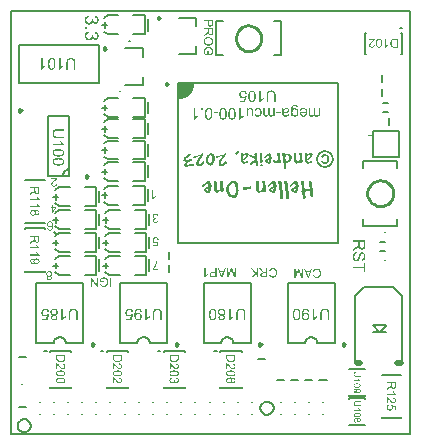
<source format=gto>
G04*
G04 #@! TF.GenerationSoftware,Altium Limited,Altium Designer,23.8.1 (32)*
G04*
G04 Layer_Color=65535*
%FSLAX25Y25*%
%MOIN*%
G70*
G04*
G04 #@! TF.SameCoordinates,96FFBF24-88B0-4BCA-8D0C-C256A0C97E90*
G04*
G04*
G04 #@! TF.FilePolarity,Positive*
G04*
G01*
G75*
%ADD10C,0.00394*%
%ADD11C,0.00984*%
%ADD12C,0.00787*%
%ADD13C,0.00300*%
%ADD14C,0.01000*%
%ADD15C,0.00591*%
%ADD16C,0.00669*%
%ADD17C,0.00800*%
%ADD18C,0.00500*%
%ADD19C,0.01968*%
G36*
X56139Y117323D02*
Y112402D01*
X57911D01*
X61061Y115551D01*
Y117323D01*
X56139D01*
D02*
G37*
G36*
X95039Y110197D02*
X95081Y110193D01*
X95131Y110189D01*
X95185Y110180D01*
X95243Y110172D01*
X95372Y110147D01*
X95505Y110105D01*
X95576Y110081D01*
X95638Y110051D01*
X95705Y110014D01*
X95763Y109976D01*
X95767Y109972D01*
X95776Y109964D01*
X95792Y109951D01*
X95809Y109935D01*
X95834Y109910D01*
X95859Y109881D01*
X95884Y109847D01*
X95913Y109806D01*
X95942Y109764D01*
X95967Y109714D01*
X95992Y109656D01*
X96013Y109598D01*
X96034Y109531D01*
X96046Y109461D01*
X96054Y109386D01*
Y109302D01*
X95597Y109365D01*
Y109369D01*
Y109373D01*
X95588Y109398D01*
X95580Y109436D01*
X95568Y109481D01*
X95547Y109536D01*
X95518Y109585D01*
X95484Y109635D01*
X95439Y109677D01*
X95430Y109681D01*
X95405Y109698D01*
X95368Y109719D01*
X95314Y109743D01*
X95243Y109768D01*
X95164Y109789D01*
X95068Y109806D01*
X94960Y109810D01*
X94927D01*
X94906Y109806D01*
X94877D01*
X94848Y109802D01*
X94773Y109793D01*
X94694Y109777D01*
X94611Y109752D01*
X94528Y109723D01*
X94457Y109677D01*
X94453D01*
X94449Y109673D01*
X94428Y109652D01*
X94399Y109623D01*
X94357Y109581D01*
X94320Y109531D01*
X94278Y109469D01*
X94241Y109394D01*
X94212Y109311D01*
Y109302D01*
X94207Y109294D01*
Y109282D01*
X94203Y109265D01*
X94199Y109240D01*
Y109215D01*
X94195Y109182D01*
X94191Y109144D01*
X94187Y109103D01*
Y109053D01*
X94182Y108999D01*
Y108937D01*
X94178Y108870D01*
Y108795D01*
Y108712D01*
X94182Y108716D01*
X94191Y108729D01*
X94212Y108745D01*
X94232Y108770D01*
X94266Y108795D01*
X94299Y108824D01*
X94345Y108857D01*
X94390Y108891D01*
X94444Y108928D01*
X94503Y108957D01*
X94565Y108991D01*
X94636Y109016D01*
X94706Y109040D01*
X94781Y109057D01*
X94865Y109070D01*
X94948Y109074D01*
X94973D01*
X95002Y109070D01*
X95043Y109065D01*
X95089Y109061D01*
X95148Y109053D01*
X95206Y109040D01*
X95272Y109024D01*
X95343Y108999D01*
X95418Y108974D01*
X95493Y108941D01*
X95564Y108899D01*
X95638Y108853D01*
X95709Y108799D01*
X95776Y108733D01*
X95838Y108662D01*
X95842Y108658D01*
X95850Y108641D01*
X95867Y108620D01*
X95888Y108587D01*
X95909Y108550D01*
X95938Y108500D01*
X95963Y108446D01*
X95992Y108383D01*
X96021Y108312D01*
X96050Y108238D01*
X96079Y108154D01*
X96100Y108067D01*
X96121Y107975D01*
X96138Y107876D01*
X96146Y107776D01*
X96150Y107668D01*
Y107664D01*
Y107651D01*
Y107630D01*
X96146Y107601D01*
Y107564D01*
X96142Y107526D01*
X96138Y107481D01*
X96133Y107426D01*
X96117Y107314D01*
X96092Y107193D01*
X96054Y107064D01*
X96009Y106936D01*
Y106931D01*
X96000Y106919D01*
X95992Y106902D01*
X95979Y106881D01*
X95967Y106852D01*
X95946Y106819D01*
X95900Y106744D01*
X95842Y106661D01*
X95771Y106574D01*
X95684Y106490D01*
X95588Y106415D01*
X95584Y106411D01*
X95576Y106407D01*
X95559Y106399D01*
X95539Y106386D01*
X95514Y106374D01*
X95480Y106357D01*
X95447Y106341D01*
X95405Y106320D01*
X95360Y106303D01*
X95310Y106287D01*
X95202Y106257D01*
X95081Y106237D01*
X95014Y106228D01*
X94927D01*
X94898Y106233D01*
X94865D01*
X94823Y106241D01*
X94773Y106249D01*
X94719Y106262D01*
X94661Y106278D01*
X94598Y106299D01*
X94532Y106328D01*
X94465Y106357D01*
X94394Y106399D01*
X94328Y106445D01*
X94257Y106499D01*
X94195Y106561D01*
X94132Y106632D01*
Y106291D01*
X93700D01*
Y108695D01*
Y108703D01*
Y108724D01*
Y108758D01*
Y108799D01*
X93704Y108853D01*
X93708Y108916D01*
X93712Y108982D01*
X93716Y109053D01*
X93733Y109203D01*
X93754Y109357D01*
X93770Y109427D01*
X93787Y109498D01*
X93808Y109561D01*
X93833Y109615D01*
Y109619D01*
X93837Y109627D01*
X93845Y109640D01*
X93858Y109660D01*
X93891Y109710D01*
X93937Y109768D01*
X93995Y109839D01*
X94066Y109910D01*
X94153Y109981D01*
X94253Y110043D01*
X94257D01*
X94266Y110051D01*
X94282Y110055D01*
X94303Y110068D01*
X94332Y110081D01*
X94365Y110093D01*
X94403Y110105D01*
X94449Y110122D01*
X94498Y110139D01*
X94553Y110151D01*
X94607Y110164D01*
X94669Y110176D01*
X94806Y110193D01*
X94956Y110201D01*
X95006D01*
X95039Y110197D01*
D02*
G37*
G36*
X92269Y109132D02*
X92306Y109128D01*
X92352Y109124D01*
X92402Y109119D01*
X92452Y109107D01*
X92568Y109082D01*
X92685Y109045D01*
X92739Y109020D01*
X92797Y108986D01*
X92847Y108953D01*
X92897Y108916D01*
X92901Y108912D01*
X92909Y108903D01*
X92918Y108891D01*
X92934Y108874D01*
X92955Y108853D01*
X92976Y108824D01*
X92997Y108795D01*
X93018Y108758D01*
X93063Y108678D01*
X93105Y108579D01*
X93122Y108525D01*
X93130Y108466D01*
X93138Y108404D01*
X93142Y108342D01*
Y108337D01*
Y108333D01*
Y108308D01*
X93138Y108267D01*
X93130Y108217D01*
X93122Y108159D01*
X93105Y108096D01*
X93080Y108034D01*
X93051Y107967D01*
X93047Y107959D01*
X93034Y107938D01*
X93013Y107909D01*
X92984Y107867D01*
X92951Y107826D01*
X92909Y107780D01*
X92864Y107738D01*
X92810Y107697D01*
X92801Y107693D01*
X92780Y107680D01*
X92751Y107659D01*
X92710Y107639D01*
X92660Y107614D01*
X92602Y107589D01*
X92535Y107564D01*
X92468Y107543D01*
X92460D01*
X92444Y107535D01*
X92410Y107530D01*
X92364Y107518D01*
X92306Y107510D01*
X92231Y107497D01*
X92148Y107485D01*
X92048Y107472D01*
X92040D01*
X92023Y107468D01*
X91994Y107464D01*
X91957Y107460D01*
X91907Y107451D01*
X91853Y107443D01*
X91795Y107435D01*
X91728Y107426D01*
X91591Y107401D01*
X91453Y107372D01*
X91387Y107356D01*
X91320Y107339D01*
X91262Y107322D01*
X91208Y107306D01*
Y107302D01*
Y107289D01*
Y107273D01*
X91204Y107256D01*
Y107214D01*
Y107198D01*
Y107185D01*
Y107181D01*
Y107173D01*
Y107156D01*
Y107139D01*
X91212Y107089D01*
X91220Y107027D01*
X91237Y106960D01*
X91262Y106894D01*
X91295Y106832D01*
X91341Y106782D01*
X91349Y106773D01*
X91358Y106765D01*
X91374Y106757D01*
X91395Y106744D01*
X91416Y106732D01*
X91474Y106698D01*
X91549Y106669D01*
X91641Y106644D01*
X91749Y106628D01*
X91874Y106619D01*
X91928D01*
X91957Y106623D01*
X91986D01*
X92061Y106632D01*
X92140Y106649D01*
X92219Y106669D01*
X92298Y106698D01*
X92364Y106736D01*
X92373Y106740D01*
X92389Y106757D01*
X92418Y106790D01*
X92452Y106832D01*
X92489Y106886D01*
X92531Y106960D01*
X92564Y107044D01*
X92581Y107094D01*
X92597Y107148D01*
X93059Y107085D01*
Y107081D01*
X93055Y107073D01*
X93051Y107056D01*
X93047Y107035D01*
X93038Y107010D01*
X93030Y106981D01*
X93009Y106915D01*
X92980Y106840D01*
X92947Y106761D01*
X92905Y106682D01*
X92855Y106611D01*
Y106607D01*
X92847Y106603D01*
X92826Y106582D01*
X92793Y106549D01*
X92747Y106507D01*
X92689Y106461D01*
X92618Y106415D01*
X92535Y106370D01*
X92439Y106328D01*
X92435D01*
X92427Y106324D01*
X92410Y106320D01*
X92389Y106312D01*
X92364Y106303D01*
X92335Y106295D01*
X92298Y106287D01*
X92256Y106278D01*
X92215Y106270D01*
X92165Y106262D01*
X92057Y106245D01*
X91936Y106233D01*
X91807Y106228D01*
X91749D01*
X91720Y106233D01*
X91682D01*
X91603Y106241D01*
X91512Y106249D01*
X91416Y106266D01*
X91320Y106287D01*
X91233Y106316D01*
X91229D01*
X91225Y106320D01*
X91212Y106324D01*
X91195Y106332D01*
X91158Y106349D01*
X91108Y106374D01*
X91054Y106403D01*
X91000Y106440D01*
X90950Y106482D01*
X90904Y106528D01*
X90900Y106532D01*
X90888Y106549D01*
X90867Y106578D01*
X90846Y106615D01*
X90821Y106661D01*
X90796Y106715D01*
X90771Y106777D01*
X90754Y106848D01*
Y106852D01*
X90750Y106873D01*
X90746Y106902D01*
X90742Y106948D01*
X90738Y107006D01*
X90734Y107081D01*
Y107127D01*
X90730Y107173D01*
Y107223D01*
Y107281D01*
Y107909D01*
Y107917D01*
Y107938D01*
Y107971D01*
Y108013D01*
Y108067D01*
Y108125D01*
X90725Y108192D01*
Y108258D01*
X90721Y108400D01*
Y108471D01*
X90717Y108537D01*
X90713Y108599D01*
X90709Y108654D01*
X90705Y108703D01*
X90700Y108741D01*
Y108749D01*
X90696Y108770D01*
X90688Y108803D01*
X90675Y108849D01*
X90659Y108899D01*
X90638Y108953D01*
X90613Y109016D01*
X90584Y109074D01*
X91075D01*
X91079Y109065D01*
X91087Y109049D01*
X91100Y109016D01*
X91112Y108974D01*
X91129Y108924D01*
X91146Y108866D01*
X91158Y108799D01*
X91166Y108724D01*
X91171Y108729D01*
X91179Y108733D01*
X91191Y108745D01*
X91212Y108762D01*
X91237Y108778D01*
X91262Y108803D01*
X91329Y108849D01*
X91408Y108903D01*
X91491Y108957D01*
X91582Y109003D01*
X91674Y109045D01*
X91678D01*
X91686Y109049D01*
X91699Y109053D01*
X91716Y109057D01*
X91736Y109065D01*
X91765Y109074D01*
X91828Y109090D01*
X91907Y109107D01*
X91994Y109124D01*
X92090Y109132D01*
X92194Y109136D01*
X92240D01*
X92269Y109132D01*
D02*
G37*
G36*
X80217D02*
X80280Y109124D01*
X80350Y109115D01*
X80429Y109099D01*
X80508Y109074D01*
X80592Y109045D01*
X80596D01*
X80600Y109040D01*
X80625Y109028D01*
X80662Y109007D01*
X80712Y108978D01*
X80762Y108945D01*
X80816Y108903D01*
X80866Y108857D01*
X80908Y108808D01*
X80912Y108799D01*
X80924Y108782D01*
X80941Y108749D01*
X80962Y108708D01*
X80987Y108658D01*
X81012Y108599D01*
X81033Y108533D01*
X81053Y108458D01*
Y108450D01*
X81058Y108433D01*
X81062Y108396D01*
X81066Y108350D01*
X81070Y108288D01*
X81074Y108213D01*
X81078Y108121D01*
Y108017D01*
Y106291D01*
X80608D01*
Y107834D01*
Y107838D01*
Y107851D01*
Y107867D01*
Y107892D01*
Y107926D01*
Y107959D01*
X80604Y108034D01*
Y108117D01*
X80596Y108200D01*
X80592Y108275D01*
X80588Y108308D01*
X80583Y108333D01*
X80579Y108342D01*
X80575Y108362D01*
X80563Y108400D01*
X80542Y108441D01*
X80517Y108487D01*
X80484Y108533D01*
X80442Y108583D01*
X80392Y108624D01*
X80384Y108629D01*
X80367Y108641D01*
X80334Y108658D01*
X80292Y108674D01*
X80242Y108695D01*
X80180Y108712D01*
X80109Y108724D01*
X80034Y108729D01*
X79997D01*
X79959Y108724D01*
X79905Y108716D01*
X79843Y108703D01*
X79776Y108683D01*
X79710Y108658D01*
X79639Y108620D01*
X79635D01*
X79631Y108616D01*
X79610Y108599D01*
X79577Y108574D01*
X79535Y108541D01*
X79493Y108500D01*
X79448Y108450D01*
X79406Y108391D01*
X79373Y108325D01*
Y108321D01*
X79369Y108317D01*
X79364Y108304D01*
X79360Y108292D01*
X79356Y108271D01*
X79348Y108246D01*
X79339Y108221D01*
X79331Y108188D01*
X79319Y108109D01*
X79306Y108017D01*
X79298Y107909D01*
X79294Y107784D01*
Y106291D01*
X78824D01*
Y109074D01*
X79244D01*
Y108666D01*
X79248Y108670D01*
X79260Y108687D01*
X79277Y108708D01*
X79302Y108741D01*
X79335Y108774D01*
X79377Y108816D01*
X79423Y108857D01*
X79477Y108899D01*
X79539Y108945D01*
X79606Y108986D01*
X79676Y109028D01*
X79756Y109061D01*
X79843Y109095D01*
X79930Y109115D01*
X80026Y109132D01*
X80130Y109136D01*
X80172D01*
X80217Y109132D01*
D02*
G37*
G36*
X64235Y108537D02*
X63698D01*
Y109074D01*
X64235D01*
Y108537D01*
D02*
G37*
G36*
X90189Y107447D02*
X88737D01*
Y107921D01*
X90189D01*
Y107447D01*
D02*
G37*
G36*
X69322D02*
X67870D01*
Y107921D01*
X69322D01*
Y107447D01*
D02*
G37*
G36*
X103422Y106291D02*
X103002D01*
Y106678D01*
X102993Y106673D01*
X102977Y106649D01*
X102947Y106611D01*
X102906Y106565D01*
X102856Y106511D01*
X102798Y106457D01*
X102731Y106403D01*
X102652Y106353D01*
X102648D01*
X102644Y106349D01*
X102631Y106341D01*
X102615Y106332D01*
X102594Y106324D01*
X102569Y106312D01*
X102511Y106291D01*
X102436Y106266D01*
X102353Y106249D01*
X102257Y106233D01*
X102157Y106228D01*
X102107D01*
X102078Y106233D01*
X102049Y106237D01*
X101978Y106245D01*
X101899Y106262D01*
X101816Y106282D01*
X101733Y106316D01*
X101654Y106357D01*
X101650D01*
X101645Y106361D01*
X101620Y106382D01*
X101587Y106411D01*
X101541Y106449D01*
X101496Y106503D01*
X101450Y106561D01*
X101408Y106632D01*
X101371Y106715D01*
X101367Y106711D01*
X101354Y106694D01*
X101338Y106669D01*
X101308Y106640D01*
X101279Y106603D01*
X101238Y106561D01*
X101192Y106515D01*
X101138Y106470D01*
X101080Y106428D01*
X101013Y106382D01*
X100942Y106341D01*
X100867Y106303D01*
X100784Y106274D01*
X100697Y106249D01*
X100605Y106233D01*
X100510Y106228D01*
X100468D01*
X100443Y106233D01*
X100406Y106237D01*
X100368Y106241D01*
X100322Y106249D01*
X100273Y106257D01*
X100173Y106287D01*
X100065Y106328D01*
X100015Y106353D01*
X99965Y106382D01*
X99915Y106420D01*
X99873Y106461D01*
X99869Y106465D01*
X99865Y106474D01*
X99852Y106486D01*
X99840Y106503D01*
X99819Y106528D01*
X99803Y106557D01*
X99782Y106594D01*
X99761Y106636D01*
X99740Y106682D01*
X99719Y106732D01*
X99699Y106790D01*
X99682Y106852D01*
X99669Y106923D01*
X99657Y106998D01*
X99653Y107077D01*
X99649Y107164D01*
Y109074D01*
X100119D01*
Y107322D01*
Y107318D01*
Y107310D01*
Y107293D01*
Y107277D01*
X100123Y107227D01*
Y107164D01*
X100131Y107098D01*
X100139Y107031D01*
X100148Y106969D01*
X100164Y106915D01*
Y106911D01*
X100173Y106894D01*
X100185Y106873D01*
X100202Y106844D01*
X100227Y106811D01*
X100252Y106777D01*
X100289Y106744D01*
X100331Y106715D01*
X100335Y106711D01*
X100352Y106702D01*
X100377Y106690D01*
X100410Y106673D01*
X100452Y106661D01*
X100501Y106649D01*
X100556Y106640D01*
X100614Y106636D01*
X100643D01*
X100664Y106640D01*
X100689D01*
X100718Y106644D01*
X100784Y106661D01*
X100863Y106682D01*
X100946Y106719D01*
X101026Y106765D01*
X101067Y106798D01*
X101105Y106832D01*
Y106836D01*
X101113Y106840D01*
X101121Y106852D01*
X101134Y106869D01*
X101150Y106890D01*
X101167Y106915D01*
X101184Y106948D01*
X101200Y106981D01*
X101221Y107023D01*
X101238Y107069D01*
X101254Y107123D01*
X101271Y107177D01*
X101284Y107239D01*
X101292Y107310D01*
X101296Y107381D01*
X101300Y107460D01*
Y109074D01*
X101770D01*
Y107268D01*
Y107264D01*
Y107256D01*
Y107239D01*
Y107214D01*
X101774Y107189D01*
Y107160D01*
X101783Y107089D01*
X101799Y107015D01*
X101820Y106936D01*
X101849Y106861D01*
X101887Y106794D01*
X101891Y106786D01*
X101908Y106769D01*
X101937Y106744D01*
X101974Y106715D01*
X102028Y106686D01*
X102091Y106661D01*
X102170Y106644D01*
X102261Y106636D01*
X102294D01*
X102332Y106640D01*
X102382Y106649D01*
X102440Y106661D01*
X102502Y106682D01*
X102565Y106707D01*
X102631Y106744D01*
X102640Y106748D01*
X102660Y106765D01*
X102690Y106786D01*
X102723Y106823D01*
X102764Y106865D01*
X102806Y106919D01*
X102843Y106981D01*
X102877Y107052D01*
Y107056D01*
X102881Y107060D01*
X102885Y107073D01*
X102889Y107089D01*
X102893Y107110D01*
X102902Y107135D01*
X102906Y107164D01*
X102914Y107198D01*
X102922Y107239D01*
X102927Y107281D01*
X102935Y107326D01*
X102939Y107381D01*
X102943Y107435D01*
X102947Y107497D01*
X102952Y107560D01*
Y107630D01*
Y109074D01*
X103422D01*
Y106291D01*
D02*
G37*
G36*
X88221D02*
X87801D01*
Y106678D01*
X87793Y106673D01*
X87776Y106649D01*
X87747Y106611D01*
X87705Y106565D01*
X87655Y106511D01*
X87597Y106457D01*
X87530Y106403D01*
X87451Y106353D01*
X87447D01*
X87443Y106349D01*
X87431Y106341D01*
X87414Y106332D01*
X87393Y106324D01*
X87368Y106312D01*
X87310Y106291D01*
X87235Y106266D01*
X87152Y106249D01*
X87056Y106233D01*
X86956Y106228D01*
X86906D01*
X86877Y106233D01*
X86848Y106237D01*
X86778Y106245D01*
X86699Y106262D01*
X86615Y106282D01*
X86532Y106316D01*
X86453Y106357D01*
X86449D01*
X86445Y106361D01*
X86420Y106382D01*
X86387Y106411D01*
X86341Y106449D01*
X86295Y106503D01*
X86249Y106561D01*
X86208Y106632D01*
X86170Y106715D01*
X86166Y106711D01*
X86154Y106694D01*
X86137Y106669D01*
X86108Y106640D01*
X86079Y106603D01*
X86037Y106561D01*
X85991Y106515D01*
X85937Y106470D01*
X85879Y106428D01*
X85812Y106382D01*
X85742Y106341D01*
X85667Y106303D01*
X85584Y106274D01*
X85496Y106249D01*
X85405Y106233D01*
X85309Y106228D01*
X85268D01*
X85242Y106233D01*
X85205Y106237D01*
X85168Y106241D01*
X85122Y106249D01*
X85072Y106257D01*
X84972Y106287D01*
X84864Y106328D01*
X84814Y106353D01*
X84764Y106382D01*
X84714Y106420D01*
X84673Y106461D01*
X84668Y106465D01*
X84664Y106474D01*
X84652Y106486D01*
X84639Y106503D01*
X84619Y106528D01*
X84602Y106557D01*
X84581Y106594D01*
X84560Y106636D01*
X84540Y106682D01*
X84519Y106732D01*
X84498Y106790D01*
X84481Y106852D01*
X84469Y106923D01*
X84456Y106998D01*
X84452Y107077D01*
X84448Y107164D01*
Y109074D01*
X84918D01*
Y107322D01*
Y107318D01*
Y107310D01*
Y107293D01*
Y107277D01*
X84922Y107227D01*
Y107164D01*
X84930Y107098D01*
X84939Y107031D01*
X84947Y106969D01*
X84964Y106915D01*
Y106911D01*
X84972Y106894D01*
X84985Y106873D01*
X85001Y106844D01*
X85026Y106811D01*
X85051Y106777D01*
X85089Y106744D01*
X85130Y106715D01*
X85134Y106711D01*
X85151Y106702D01*
X85176Y106690D01*
X85209Y106673D01*
X85251Y106661D01*
X85301Y106649D01*
X85355Y106640D01*
X85413Y106636D01*
X85442D01*
X85463Y106640D01*
X85488D01*
X85517Y106644D01*
X85584Y106661D01*
X85663Y106682D01*
X85746Y106719D01*
X85825Y106765D01*
X85866Y106798D01*
X85904Y106832D01*
Y106836D01*
X85912Y106840D01*
X85921Y106852D01*
X85933Y106869D01*
X85950Y106890D01*
X85966Y106915D01*
X85983Y106948D01*
X86000Y106981D01*
X86020Y107023D01*
X86037Y107069D01*
X86054Y107123D01*
X86070Y107177D01*
X86083Y107239D01*
X86091Y107310D01*
X86095Y107381D01*
X86099Y107460D01*
Y109074D01*
X86570D01*
Y107268D01*
Y107264D01*
Y107256D01*
Y107239D01*
Y107214D01*
X86574Y107189D01*
Y107160D01*
X86582Y107089D01*
X86599Y107015D01*
X86620Y106936D01*
X86649Y106861D01*
X86686Y106794D01*
X86690Y106786D01*
X86707Y106769D01*
X86736Y106744D01*
X86773Y106715D01*
X86827Y106686D01*
X86890Y106661D01*
X86969Y106644D01*
X87060Y106636D01*
X87094D01*
X87131Y106640D01*
X87181Y106649D01*
X87239Y106661D01*
X87302Y106682D01*
X87364Y106707D01*
X87431Y106744D01*
X87439Y106748D01*
X87460Y106765D01*
X87489Y106786D01*
X87522Y106823D01*
X87564Y106865D01*
X87605Y106919D01*
X87643Y106981D01*
X87676Y107052D01*
Y107056D01*
X87680Y107060D01*
X87684Y107073D01*
X87689Y107089D01*
X87693Y107110D01*
X87701Y107135D01*
X87705Y107164D01*
X87714Y107198D01*
X87722Y107239D01*
X87726Y107281D01*
X87734Y107326D01*
X87739Y107381D01*
X87743Y107435D01*
X87747Y107497D01*
X87751Y107560D01*
Y107630D01*
Y109074D01*
X88221D01*
Y106291D01*
D02*
G37*
G36*
X82680Y109132D02*
X82722D01*
X82767Y109124D01*
X82826Y109115D01*
X82888Y109107D01*
X82955Y109090D01*
X83025Y109070D01*
X83100Y109045D01*
X83175Y109016D01*
X83254Y108978D01*
X83329Y108937D01*
X83404Y108887D01*
X83474Y108833D01*
X83541Y108766D01*
X83545Y108762D01*
X83558Y108749D01*
X83574Y108729D01*
X83595Y108695D01*
X83620Y108658D01*
X83649Y108612D01*
X83683Y108554D01*
X83712Y108491D01*
X83745Y108421D01*
X83778Y108342D01*
X83807Y108254D01*
X83832Y108159D01*
X83853Y108054D01*
X83870Y107942D01*
X83882Y107822D01*
X83886Y107697D01*
Y107693D01*
Y107676D01*
Y107651D01*
X83882Y107622D01*
Y107580D01*
X83878Y107535D01*
X83874Y107485D01*
X83870Y107426D01*
X83849Y107306D01*
X83824Y107173D01*
X83791Y107035D01*
X83741Y106906D01*
Y106902D01*
X83732Y106890D01*
X83724Y106873D01*
X83712Y106852D01*
X83695Y106823D01*
X83678Y106790D01*
X83628Y106715D01*
X83566Y106636D01*
X83487Y106549D01*
X83395Y106470D01*
X83287Y106399D01*
X83283D01*
X83275Y106391D01*
X83258Y106382D01*
X83233Y106374D01*
X83204Y106357D01*
X83171Y106345D01*
X83133Y106328D01*
X83092Y106312D01*
X83042Y106299D01*
X82992Y106282D01*
X82880Y106253D01*
X82755Y106237D01*
X82626Y106228D01*
X82580D01*
X82551Y106233D01*
X82514Y106237D01*
X82468Y106241D01*
X82418Y106249D01*
X82364Y106257D01*
X82247Y106287D01*
X82122Y106328D01*
X82060Y106353D01*
X81998Y106382D01*
X81940Y106420D01*
X81885Y106461D01*
X81881Y106465D01*
X81873Y106474D01*
X81856Y106486D01*
X81840Y106503D01*
X81815Y106528D01*
X81790Y106557D01*
X81761Y106590D01*
X81731Y106628D01*
X81698Y106673D01*
X81669Y106719D01*
X81636Y106773D01*
X81607Y106832D01*
X81582Y106894D01*
X81557Y106960D01*
X81532Y107035D01*
X81515Y107110D01*
X81973Y107181D01*
Y107177D01*
X81977Y107168D01*
X81981Y107156D01*
X81985Y107135D01*
X82002Y107085D01*
X82027Y107023D01*
X82060Y106956D01*
X82098Y106886D01*
X82148Y106819D01*
X82206Y106761D01*
X82214Y106753D01*
X82235Y106736D01*
X82272Y106715D01*
X82318Y106686D01*
X82376Y106661D01*
X82443Y106636D01*
X82522Y106619D01*
X82605Y106615D01*
X82638D01*
X82663Y106619D01*
X82697Y106623D01*
X82730Y106628D01*
X82813Y106649D01*
X82905Y106678D01*
X82950Y106698D01*
X83000Y106723D01*
X83046Y106753D01*
X83096Y106790D01*
X83142Y106827D01*
X83183Y106873D01*
X83188Y106877D01*
X83192Y106886D01*
X83204Y106898D01*
X83217Y106923D01*
X83233Y106948D01*
X83254Y106981D01*
X83275Y107023D01*
X83292Y107069D01*
X83312Y107123D01*
X83333Y107181D01*
X83354Y107247D01*
X83371Y107322D01*
X83383Y107401D01*
X83395Y107485D01*
X83400Y107580D01*
X83404Y107680D01*
Y107684D01*
Y107705D01*
Y107734D01*
X83400Y107772D01*
X83395Y107817D01*
X83391Y107871D01*
X83387Y107930D01*
X83379Y107992D01*
X83354Y108125D01*
X83312Y108263D01*
X83292Y108325D01*
X83262Y108387D01*
X83229Y108446D01*
X83192Y108495D01*
X83188Y108500D01*
X83183Y108508D01*
X83171Y108520D01*
X83154Y108533D01*
X83129Y108554D01*
X83104Y108574D01*
X83075Y108599D01*
X83042Y108620D01*
X82959Y108670D01*
X82863Y108708D01*
X82809Y108724D01*
X82755Y108737D01*
X82692Y108745D01*
X82630Y108749D01*
X82605D01*
X82584Y108745D01*
X82559D01*
X82534Y108741D01*
X82468Y108729D01*
X82397Y108708D01*
X82318Y108678D01*
X82243Y108637D01*
X82168Y108583D01*
X82164Y108579D01*
X82160Y108574D01*
X82139Y108550D01*
X82106Y108508D01*
X82089Y108483D01*
X82068Y108454D01*
X82048Y108416D01*
X82027Y108379D01*
X82010Y108337D01*
X81989Y108288D01*
X81973Y108238D01*
X81956Y108179D01*
X81944Y108121D01*
X81931Y108054D01*
X81469Y108117D01*
Y108121D01*
X81474Y108138D01*
X81478Y108163D01*
X81486Y108196D01*
X81498Y108238D01*
X81511Y108283D01*
X81528Y108333D01*
X81548Y108391D01*
X81598Y108508D01*
X81632Y108570D01*
X81669Y108633D01*
X81707Y108695D01*
X81752Y108758D01*
X81806Y108812D01*
X81860Y108866D01*
X81865Y108870D01*
X81873Y108878D01*
X81894Y108891D01*
X81915Y108907D01*
X81948Y108928D01*
X81981Y108953D01*
X82027Y108974D01*
X82073Y108999D01*
X82127Y109028D01*
X82185Y109049D01*
X82247Y109074D01*
X82314Y109095D01*
X82389Y109111D01*
X82464Y109124D01*
X82543Y109132D01*
X82626Y109136D01*
X82651D01*
X82680Y109132D01*
D02*
G37*
G36*
X97843D02*
X97885D01*
X97939Y109124D01*
X97997Y109115D01*
X98064Y109103D01*
X98134Y109090D01*
X98209Y109070D01*
X98288Y109045D01*
X98371Y109016D01*
X98450Y108978D01*
X98534Y108937D01*
X98609Y108887D01*
X98684Y108828D01*
X98754Y108762D01*
X98758Y108758D01*
X98771Y108745D01*
X98787Y108724D01*
X98808Y108691D01*
X98837Y108654D01*
X98866Y108608D01*
X98900Y108554D01*
X98929Y108491D01*
X98962Y108421D01*
X98996Y108342D01*
X99025Y108254D01*
X99054Y108159D01*
X99075Y108059D01*
X99091Y107950D01*
X99104Y107834D01*
X99108Y107709D01*
Y107701D01*
Y107680D01*
X99104Y107643D01*
Y107593D01*
X99095Y107535D01*
X99087Y107468D01*
X99079Y107389D01*
X99062Y107310D01*
X99045Y107223D01*
X99020Y107135D01*
X98991Y107044D01*
X98958Y106952D01*
X98916Y106865D01*
X98866Y106777D01*
X98812Y106694D01*
X98750Y106619D01*
X98746Y106615D01*
X98733Y106603D01*
X98713Y106582D01*
X98684Y106557D01*
X98650Y106528D01*
X98604Y106495D01*
X98554Y106461D01*
X98496Y106424D01*
X98434Y106386D01*
X98363Y106353D01*
X98284Y106320D01*
X98201Y106291D01*
X98109Y106266D01*
X98018Y106245D01*
X97914Y106233D01*
X97810Y106228D01*
X97785D01*
X97756Y106233D01*
X97718D01*
X97668Y106241D01*
X97614Y106249D01*
X97552Y106262D01*
X97485Y106274D01*
X97415Y106295D01*
X97344Y106320D01*
X97265Y106353D01*
X97190Y106391D01*
X97115Y106432D01*
X97040Y106486D01*
X96965Y106544D01*
X96899Y106611D01*
X96895Y106615D01*
X96882Y106628D01*
X96866Y106649D01*
X96845Y106682D01*
X96816Y106719D01*
X96786Y106765D01*
X96753Y106823D01*
X96720Y106886D01*
X96691Y106956D01*
X96658Y107035D01*
X96628Y107123D01*
X96599Y107218D01*
X96579Y107322D01*
X96562Y107435D01*
X96549Y107551D01*
X96545Y107676D01*
Y107684D01*
Y107705D01*
Y107747D01*
X96549Y107801D01*
X98625D01*
Y107805D01*
Y107822D01*
X98621Y107847D01*
X98617Y107876D01*
X98613Y107917D01*
X98604Y107959D01*
X98596Y108009D01*
X98584Y108063D01*
X98550Y108175D01*
X98505Y108296D01*
X98475Y108350D01*
X98446Y108408D01*
X98409Y108458D01*
X98367Y108508D01*
X98363Y108512D01*
X98355Y108516D01*
X98342Y108529D01*
X98326Y108545D01*
X98301Y108562D01*
X98276Y108583D01*
X98242Y108608D01*
X98205Y108629D01*
X98122Y108674D01*
X98022Y108712D01*
X97968Y108729D01*
X97910Y108737D01*
X97847Y108745D01*
X97785Y108749D01*
X97760D01*
X97743Y108745D01*
X97693Y108741D01*
X97631Y108733D01*
X97564Y108716D01*
X97490Y108691D01*
X97415Y108662D01*
X97344Y108616D01*
X97340D01*
X97336Y108608D01*
X97315Y108591D01*
X97282Y108558D01*
X97240Y108508D01*
X97194Y108450D01*
X97144Y108371D01*
X97094Y108279D01*
X97053Y108175D01*
X96562Y108238D01*
Y108242D01*
X96566Y108258D01*
X96574Y108279D01*
X96587Y108308D01*
X96599Y108346D01*
X96616Y108387D01*
X96637Y108433D01*
X96658Y108483D01*
X96716Y108587D01*
X96791Y108699D01*
X96836Y108753D01*
X96882Y108808D01*
X96932Y108857D01*
X96990Y108903D01*
X96995Y108907D01*
X97003Y108912D01*
X97024Y108924D01*
X97044Y108941D01*
X97078Y108957D01*
X97115Y108978D01*
X97157Y108999D01*
X97207Y109020D01*
X97261Y109040D01*
X97323Y109061D01*
X97386Y109082D01*
X97456Y109099D01*
X97531Y109115D01*
X97610Y109128D01*
X97698Y109132D01*
X97785Y109136D01*
X97810D01*
X97843Y109132D01*
D02*
G37*
G36*
X76910Y106074D02*
X76918Y106083D01*
X76939Y106104D01*
X76977Y106133D01*
X77031Y106174D01*
X77093Y106224D01*
X77172Y106278D01*
X77259Y106336D01*
X77359Y106399D01*
X77364D01*
X77372Y106407D01*
X77384Y106415D01*
X77405Y106424D01*
X77430Y106440D01*
X77459Y106453D01*
X77526Y106490D01*
X77601Y106528D01*
X77684Y106569D01*
X77771Y106607D01*
X77854Y106640D01*
Y106187D01*
X77850Y106183D01*
X77838Y106178D01*
X77817Y106166D01*
X77788Y106153D01*
X77754Y106137D01*
X77713Y106112D01*
X77667Y106087D01*
X77621Y106062D01*
X77513Y105995D01*
X77397Y105916D01*
X77276Y105833D01*
X77164Y105737D01*
X77160Y105733D01*
X77151Y105725D01*
X77135Y105712D01*
X77114Y105692D01*
X77093Y105667D01*
X77064Y105642D01*
X77002Y105571D01*
X76931Y105496D01*
X76860Y105409D01*
X76798Y105317D01*
X76744Y105222D01*
X76440D01*
Y109074D01*
X76910D01*
Y106074D01*
D02*
G37*
G36*
X74036Y109132D02*
X74073Y109128D01*
X74119Y109124D01*
X74173Y109115D01*
X74231Y109103D01*
X74298Y109086D01*
X74364Y109065D01*
X74435Y109040D01*
X74510Y109007D01*
X74580Y108970D01*
X74651Y108924D01*
X74722Y108870D01*
X74788Y108812D01*
X74851Y108741D01*
X74855Y108737D01*
X74867Y108720D01*
X74884Y108691D01*
X74909Y108649D01*
X74938Y108595D01*
X74971Y108533D01*
X75005Y108454D01*
X75038Y108367D01*
X75076Y108263D01*
X75109Y108150D01*
X75142Y108021D01*
X75171Y107880D01*
X75196Y107726D01*
X75213Y107560D01*
X75225Y107377D01*
X75229Y107181D01*
Y107173D01*
Y107152D01*
Y107114D01*
X75225Y107069D01*
Y107010D01*
X75221Y106944D01*
X75217Y106869D01*
X75213Y106790D01*
X75204Y106702D01*
X75196Y106615D01*
X75171Y106432D01*
X75138Y106253D01*
X75117Y106166D01*
X75092Y106087D01*
Y106083D01*
X75084Y106070D01*
X75076Y106045D01*
X75067Y106016D01*
X75050Y105983D01*
X75034Y105941D01*
X75013Y105900D01*
X74988Y105850D01*
X74930Y105746D01*
X74855Y105642D01*
X74772Y105538D01*
X74726Y105492D01*
X74676Y105446D01*
X74672Y105442D01*
X74664Y105438D01*
X74647Y105425D01*
X74626Y105413D01*
X74601Y105392D01*
X74568Y105376D01*
X74531Y105355D01*
X74485Y105334D01*
X74439Y105313D01*
X74385Y105292D01*
X74327Y105271D01*
X74268Y105255D01*
X74202Y105242D01*
X74131Y105230D01*
X74056Y105226D01*
X73981Y105222D01*
X73931D01*
X73902Y105226D01*
X73873Y105230D01*
X73798Y105238D01*
X73715Y105251D01*
X73624Y105276D01*
X73532Y105305D01*
X73441Y105346D01*
X73436D01*
X73428Y105350D01*
X73416Y105359D01*
X73399Y105371D01*
X73357Y105396D01*
X73303Y105438D01*
X73241Y105488D01*
X73178Y105550D01*
X73112Y105625D01*
X73054Y105708D01*
Y105712D01*
X73045Y105721D01*
X73041Y105733D01*
X73029Y105750D01*
X73016Y105771D01*
X73000Y105800D01*
X72987Y105833D01*
X72966Y105866D01*
X72929Y105950D01*
X72891Y106045D01*
X72850Y106158D01*
X72817Y106278D01*
Y106282D01*
X72812Y106295D01*
X72808Y106312D01*
X72804Y106341D01*
X72796Y106374D01*
X72787Y106415D01*
X72779Y106461D01*
X72771Y106515D01*
X72767Y106578D01*
X72758Y106644D01*
X72750Y106719D01*
X72742Y106798D01*
X72738Y106886D01*
X72733Y106977D01*
X72729Y107077D01*
Y107181D01*
Y107189D01*
Y107210D01*
Y107247D01*
Y107293D01*
X72733Y107352D01*
X72738Y107414D01*
X72742Y107489D01*
X72746Y107568D01*
X72754Y107655D01*
X72763Y107743D01*
X72787Y107926D01*
X72825Y108105D01*
X72846Y108192D01*
X72871Y108271D01*
Y108275D01*
X72879Y108288D01*
X72883Y108312D01*
X72896Y108337D01*
X72912Y108375D01*
X72929Y108412D01*
X72950Y108458D01*
X72975Y108508D01*
X73033Y108612D01*
X73104Y108716D01*
X73187Y108820D01*
X73237Y108866D01*
X73287Y108912D01*
X73291Y108916D01*
X73299Y108920D01*
X73316Y108932D01*
X73337Y108945D01*
X73362Y108961D01*
X73395Y108982D01*
X73432Y109003D01*
X73478Y109024D01*
X73524Y109045D01*
X73578Y109065D01*
X73632Y109082D01*
X73694Y109103D01*
X73761Y109115D01*
X73832Y109128D01*
X73902Y109132D01*
X73981Y109136D01*
X74006D01*
X74036Y109132D01*
D02*
G37*
G36*
X71053D02*
X71090Y109128D01*
X71136Y109124D01*
X71190Y109115D01*
X71248Y109103D01*
X71315Y109086D01*
X71381Y109065D01*
X71452Y109040D01*
X71527Y109007D01*
X71598Y108970D01*
X71668Y108924D01*
X71739Y108870D01*
X71806Y108812D01*
X71868Y108741D01*
X71872Y108737D01*
X71885Y108720D01*
X71901Y108691D01*
X71926Y108649D01*
X71956Y108595D01*
X71989Y108533D01*
X72022Y108454D01*
X72055Y108367D01*
X72093Y108263D01*
X72126Y108150D01*
X72159Y108021D01*
X72188Y107880D01*
X72213Y107726D01*
X72230Y107560D01*
X72242Y107377D01*
X72247Y107181D01*
Y107173D01*
Y107152D01*
Y107114D01*
X72242Y107069D01*
Y107010D01*
X72238Y106944D01*
X72234Y106869D01*
X72230Y106790D01*
X72222Y106702D01*
X72213Y106615D01*
X72188Y106432D01*
X72155Y106253D01*
X72134Y106166D01*
X72109Y106087D01*
Y106083D01*
X72101Y106070D01*
X72093Y106045D01*
X72084Y106016D01*
X72068Y105983D01*
X72051Y105941D01*
X72030Y105900D01*
X72005Y105850D01*
X71947Y105746D01*
X71872Y105642D01*
X71789Y105538D01*
X71743Y105492D01*
X71693Y105446D01*
X71689Y105442D01*
X71681Y105438D01*
X71664Y105425D01*
X71644Y105413D01*
X71618Y105392D01*
X71585Y105376D01*
X71548Y105355D01*
X71502Y105334D01*
X71456Y105313D01*
X71402Y105292D01*
X71344Y105271D01*
X71286Y105255D01*
X71219Y105242D01*
X71148Y105230D01*
X71074Y105226D01*
X70999Y105222D01*
X70949D01*
X70920Y105226D01*
X70890Y105230D01*
X70816Y105238D01*
X70732Y105251D01*
X70641Y105276D01*
X70549Y105305D01*
X70458Y105346D01*
X70454D01*
X70445Y105350D01*
X70433Y105359D01*
X70416Y105371D01*
X70375Y105396D01*
X70321Y105438D01*
X70258Y105488D01*
X70196Y105550D01*
X70129Y105625D01*
X70071Y105708D01*
Y105712D01*
X70063Y105721D01*
X70059Y105733D01*
X70046Y105750D01*
X70034Y105771D01*
X70017Y105800D01*
X70004Y105833D01*
X69984Y105866D01*
X69946Y105950D01*
X69909Y106045D01*
X69867Y106158D01*
X69834Y106278D01*
Y106282D01*
X69830Y106295D01*
X69826Y106312D01*
X69821Y106341D01*
X69813Y106374D01*
X69805Y106415D01*
X69796Y106461D01*
X69788Y106515D01*
X69784Y106578D01*
X69776Y106644D01*
X69767Y106719D01*
X69759Y106798D01*
X69755Y106886D01*
X69751Y106977D01*
X69747Y107077D01*
Y107181D01*
Y107189D01*
Y107210D01*
Y107247D01*
Y107293D01*
X69751Y107352D01*
X69755Y107414D01*
X69759Y107489D01*
X69763Y107568D01*
X69771Y107655D01*
X69780Y107743D01*
X69805Y107926D01*
X69842Y108105D01*
X69863Y108192D01*
X69888Y108271D01*
Y108275D01*
X69896Y108288D01*
X69900Y108312D01*
X69913Y108337D01*
X69930Y108375D01*
X69946Y108412D01*
X69967Y108458D01*
X69992Y108508D01*
X70050Y108612D01*
X70121Y108716D01*
X70204Y108820D01*
X70254Y108866D01*
X70304Y108912D01*
X70308Y108916D01*
X70316Y108920D01*
X70333Y108932D01*
X70354Y108945D01*
X70379Y108961D01*
X70412Y108982D01*
X70450Y109003D01*
X70495Y109024D01*
X70541Y109045D01*
X70595Y109065D01*
X70649Y109082D01*
X70712Y109103D01*
X70778Y109115D01*
X70849Y109128D01*
X70920Y109132D01*
X70999Y109136D01*
X71024D01*
X71053Y109132D01*
D02*
G37*
G36*
X66285D02*
X66323Y109128D01*
X66369Y109124D01*
X66423Y109115D01*
X66481Y109103D01*
X66548Y109086D01*
X66614Y109065D01*
X66685Y109040D01*
X66760Y109007D01*
X66830Y108970D01*
X66901Y108924D01*
X66972Y108870D01*
X67038Y108812D01*
X67101Y108741D01*
X67105Y108737D01*
X67117Y108720D01*
X67134Y108691D01*
X67159Y108649D01*
X67188Y108595D01*
X67221Y108533D01*
X67255Y108454D01*
X67288Y108367D01*
X67325Y108263D01*
X67359Y108150D01*
X67392Y108021D01*
X67421Y107880D01*
X67446Y107726D01*
X67463Y107560D01*
X67475Y107377D01*
X67479Y107181D01*
Y107173D01*
Y107152D01*
Y107114D01*
X67475Y107069D01*
Y107010D01*
X67471Y106944D01*
X67467Y106869D01*
X67463Y106790D01*
X67454Y106702D01*
X67446Y106615D01*
X67421Y106432D01*
X67388Y106253D01*
X67367Y106166D01*
X67342Y106087D01*
Y106083D01*
X67334Y106070D01*
X67325Y106045D01*
X67317Y106016D01*
X67300Y105983D01*
X67284Y105941D01*
X67263Y105900D01*
X67238Y105850D01*
X67180Y105746D01*
X67105Y105642D01*
X67022Y105538D01*
X66976Y105492D01*
X66926Y105446D01*
X66922Y105442D01*
X66914Y105438D01*
X66897Y105425D01*
X66876Y105413D01*
X66851Y105392D01*
X66818Y105376D01*
X66780Y105355D01*
X66735Y105334D01*
X66689Y105313D01*
X66635Y105292D01*
X66577Y105271D01*
X66518Y105255D01*
X66452Y105242D01*
X66381Y105230D01*
X66306Y105226D01*
X66231Y105222D01*
X66181D01*
X66152Y105226D01*
X66123Y105230D01*
X66048Y105238D01*
X65965Y105251D01*
X65874Y105276D01*
X65782Y105305D01*
X65690Y105346D01*
X65686D01*
X65678Y105350D01*
X65666Y105359D01*
X65649Y105371D01*
X65607Y105396D01*
X65553Y105438D01*
X65491Y105488D01*
X65428Y105550D01*
X65362Y105625D01*
X65304Y105708D01*
Y105712D01*
X65295Y105721D01*
X65291Y105733D01*
X65279Y105750D01*
X65266Y105771D01*
X65250Y105800D01*
X65237Y105833D01*
X65216Y105866D01*
X65179Y105950D01*
X65141Y106045D01*
X65100Y106158D01*
X65066Y106278D01*
Y106282D01*
X65062Y106295D01*
X65058Y106312D01*
X65054Y106341D01*
X65046Y106374D01*
X65037Y106415D01*
X65029Y106461D01*
X65021Y106515D01*
X65017Y106578D01*
X65008Y106644D01*
X65000Y106719D01*
X64992Y106798D01*
X64987Y106886D01*
X64983Y106977D01*
X64979Y107077D01*
Y107181D01*
Y107189D01*
Y107210D01*
Y107247D01*
Y107293D01*
X64983Y107352D01*
X64987Y107414D01*
X64992Y107489D01*
X64996Y107568D01*
X65004Y107655D01*
X65012Y107743D01*
X65037Y107926D01*
X65075Y108105D01*
X65096Y108192D01*
X65121Y108271D01*
Y108275D01*
X65129Y108288D01*
X65133Y108312D01*
X65146Y108337D01*
X65162Y108375D01*
X65179Y108412D01*
X65200Y108458D01*
X65225Y108508D01*
X65283Y108612D01*
X65354Y108716D01*
X65437Y108820D01*
X65487Y108866D01*
X65537Y108912D01*
X65541Y108916D01*
X65549Y108920D01*
X65566Y108932D01*
X65587Y108945D01*
X65611Y108961D01*
X65645Y108982D01*
X65682Y109003D01*
X65728Y109024D01*
X65774Y109045D01*
X65828Y109065D01*
X65882Y109082D01*
X65944Y109103D01*
X66011Y109115D01*
X66082Y109128D01*
X66152Y109132D01*
X66231Y109136D01*
X66256D01*
X66285Y109132D01*
D02*
G37*
G36*
X61705Y106074D02*
X61714Y106083D01*
X61734Y106104D01*
X61772Y106133D01*
X61826Y106174D01*
X61888Y106224D01*
X61967Y106278D01*
X62055Y106336D01*
X62155Y106399D01*
X62159D01*
X62167Y106407D01*
X62179Y106415D01*
X62200Y106424D01*
X62225Y106440D01*
X62254Y106453D01*
X62321Y106490D01*
X62396Y106528D01*
X62479Y106569D01*
X62566Y106607D01*
X62650Y106640D01*
Y106187D01*
X62645Y106183D01*
X62633Y106178D01*
X62612Y106166D01*
X62583Y106153D01*
X62550Y106137D01*
X62508Y106112D01*
X62462Y106087D01*
X62417Y106062D01*
X62308Y105995D01*
X62192Y105916D01*
X62071Y105833D01*
X61959Y105737D01*
X61955Y105733D01*
X61946Y105725D01*
X61930Y105712D01*
X61909Y105692D01*
X61888Y105667D01*
X61859Y105642D01*
X61797Y105571D01*
X61726Y105496D01*
X61655Y105409D01*
X61593Y105317D01*
X61539Y105222D01*
X61235D01*
Y109074D01*
X61705D01*
Y106074D01*
D02*
G37*
G36*
X14355Y76191D02*
X15452D01*
Y75907D01*
X14300Y74274D01*
X14046D01*
Y75907D01*
X13705D01*
Y76191D01*
X14046D01*
Y76794D01*
X14355D01*
Y76191D01*
D02*
G37*
G36*
X26265Y139350D02*
X26260D01*
X26245Y139345D01*
X26220Y139340D01*
X26186Y139330D01*
X26147Y139321D01*
X26102Y139311D01*
X25999Y139276D01*
X25886Y139232D01*
X25773Y139178D01*
X25669Y139109D01*
X25625Y139070D01*
X25581Y139030D01*
Y139025D01*
X25571Y139021D01*
X25561Y139006D01*
X25546Y138991D01*
X25517Y138942D01*
X25477Y138873D01*
X25438Y138789D01*
X25409Y138696D01*
X25384Y138583D01*
X25374Y138465D01*
Y138425D01*
X25379Y138396D01*
X25384Y138366D01*
X25389Y138322D01*
X25409Y138233D01*
X25438Y138125D01*
X25487Y138012D01*
X25522Y137958D01*
X25556Y137904D01*
X25596Y137850D01*
X25645Y137795D01*
X25650Y137791D01*
X25659Y137786D01*
X25674Y137771D01*
X25694Y137751D01*
X25719Y137732D01*
X25753Y137712D01*
X25787Y137687D01*
X25832Y137658D01*
X25930Y137609D01*
X26043Y137569D01*
X26176Y137535D01*
X26245Y137530D01*
X26319Y137525D01*
X26324D01*
X26333D01*
X26358D01*
X26383Y137530D01*
X26417Y137535D01*
X26452Y137540D01*
X26540Y137554D01*
X26643Y137589D01*
X26747Y137633D01*
X26801Y137663D01*
X26850Y137697D01*
X26899Y137736D01*
X26948Y137781D01*
X26953Y137786D01*
X26958Y137791D01*
X26973Y137805D01*
X26988Y137825D01*
X27007Y137850D01*
X27027Y137879D01*
X27076Y137953D01*
X27121Y138046D01*
X27160Y138155D01*
X27190Y138278D01*
X27194Y138347D01*
X27199Y138415D01*
Y138445D01*
X27194Y138479D01*
Y138524D01*
X27185Y138583D01*
X27175Y138647D01*
X27160Y138725D01*
X27140Y138809D01*
X27628Y138750D01*
Y138740D01*
X27623Y138716D01*
X27618Y138686D01*
Y138622D01*
X27623Y138598D01*
Y138563D01*
X27628Y138529D01*
X27642Y138445D01*
X27662Y138347D01*
X27696Y138238D01*
X27741Y138125D01*
X27805Y138017D01*
Y138012D01*
X27814Y138002D01*
X27824Y137992D01*
X27839Y137973D01*
X27883Y137923D01*
X27947Y137869D01*
X28026Y137820D01*
X28124Y137771D01*
X28179Y137751D01*
X28242Y137741D01*
X28306Y137732D01*
X28375Y137727D01*
X28380D01*
X28390D01*
X28405D01*
X28429Y137732D01*
X28484Y137736D01*
X28557Y137751D01*
X28636Y137776D01*
X28720Y137815D01*
X28808Y137869D01*
X28848Y137899D01*
X28887Y137938D01*
X28897Y137948D01*
X28916Y137978D01*
X28951Y138022D01*
X28990Y138081D01*
X29025Y138160D01*
X29059Y138253D01*
X29079Y138356D01*
X29089Y138475D01*
Y138504D01*
X29084Y138529D01*
Y138558D01*
X29079Y138588D01*
X29064Y138666D01*
X29039Y138750D01*
X29000Y138844D01*
X28951Y138932D01*
X28882Y139021D01*
X28872Y139030D01*
X28843Y139055D01*
X28798Y139094D01*
X28730Y139134D01*
X28646Y139183D01*
X28538Y139227D01*
X28415Y139267D01*
X28272Y139296D01*
X28370Y139852D01*
X28375D01*
X28395Y139847D01*
X28425Y139842D01*
X28464Y139832D01*
X28508Y139818D01*
X28562Y139803D01*
X28621Y139783D01*
X28685Y139759D01*
X28828Y139695D01*
X28897Y139660D01*
X28971Y139616D01*
X29039Y139567D01*
X29108Y139513D01*
X29177Y139453D01*
X29236Y139390D01*
X29241Y139385D01*
X29251Y139375D01*
X29266Y139350D01*
X29285Y139326D01*
X29310Y139286D01*
X29335Y139247D01*
X29364Y139198D01*
X29394Y139139D01*
X29418Y139080D01*
X29448Y139011D01*
X29473Y138937D01*
X29497Y138858D01*
X29517Y138770D01*
X29531Y138681D01*
X29541Y138588D01*
X29546Y138489D01*
Y138425D01*
X29541Y138391D01*
X29536Y138356D01*
X29527Y138263D01*
X29507Y138160D01*
X29477Y138041D01*
X29438Y137923D01*
X29384Y137805D01*
Y137800D01*
X29379Y137791D01*
X29369Y137776D01*
X29354Y137751D01*
X29320Y137697D01*
X29271Y137628D01*
X29207Y137549D01*
X29133Y137471D01*
X29049Y137392D01*
X28951Y137323D01*
X28946D01*
X28941Y137318D01*
X28921Y137308D01*
X28902Y137299D01*
X28877Y137284D01*
X28848Y137269D01*
X28774Y137240D01*
X28685Y137210D01*
X28587Y137180D01*
X28479Y137161D01*
X28365Y137156D01*
X28361D01*
X28351D01*
X28336D01*
X28316D01*
X28257Y137166D01*
X28188Y137176D01*
X28105Y137195D01*
X28016Y137225D01*
X27923Y137264D01*
X27829Y137318D01*
X27824D01*
X27819Y137323D01*
X27790Y137348D01*
X27746Y137382D01*
X27691Y137436D01*
X27628Y137500D01*
X27564Y137584D01*
X27505Y137677D01*
X27445Y137786D01*
Y137781D01*
X27441Y137766D01*
X27436Y137746D01*
X27426Y137717D01*
X27416Y137687D01*
X27401Y137648D01*
X27362Y137554D01*
X27308Y137456D01*
X27244Y137353D01*
X27160Y137249D01*
X27057Y137161D01*
X27052Y137156D01*
X27042Y137151D01*
X27027Y137141D01*
X27003Y137126D01*
X26978Y137107D01*
X26944Y137087D01*
X26904Y137067D01*
X26855Y137048D01*
X26806Y137028D01*
X26752Y137008D01*
X26629Y136969D01*
X26486Y136944D01*
X26407Y136934D01*
X26329D01*
X26324D01*
X26304D01*
X26270Y136939D01*
X26230D01*
X26176Y136949D01*
X26117Y136959D01*
X26053Y136969D01*
X25979Y136989D01*
X25901Y137013D01*
X25822Y137043D01*
X25738Y137077D01*
X25655Y137121D01*
X25566Y137171D01*
X25482Y137230D01*
X25399Y137294D01*
X25320Y137372D01*
X25315Y137377D01*
X25300Y137392D01*
X25281Y137417D01*
X25256Y137451D01*
X25227Y137490D01*
X25192Y137545D01*
X25153Y137604D01*
X25118Y137672D01*
X25079Y137746D01*
X25039Y137830D01*
X25005Y137918D01*
X24976Y138017D01*
X24951Y138120D01*
X24931Y138228D01*
X24917Y138342D01*
X24912Y138465D01*
Y138489D01*
X24917Y138524D01*
Y138563D01*
X24922Y138617D01*
X24931Y138676D01*
X24941Y138740D01*
X24956Y138814D01*
X24976Y138893D01*
X25000Y138971D01*
X25025Y139055D01*
X25059Y139139D01*
X25104Y139222D01*
X25148Y139301D01*
X25202Y139385D01*
X25266Y139458D01*
X25271Y139463D01*
X25281Y139473D01*
X25300Y139493D01*
X25330Y139522D01*
X25364Y139552D01*
X25409Y139586D01*
X25458Y139621D01*
X25517Y139660D01*
X25576Y139699D01*
X25650Y139739D01*
X25723Y139778D01*
X25807Y139813D01*
X25896Y139842D01*
X25989Y139872D01*
X26087Y139891D01*
X26191Y139906D01*
X26265Y139350D01*
D02*
G37*
G36*
X25625Y135434D02*
X24990D01*
Y136069D01*
X25625D01*
Y135434D01*
D02*
G37*
G36*
X26265Y134061D02*
X26260D01*
X26245Y134056D01*
X26220Y134051D01*
X26186Y134042D01*
X26147Y134032D01*
X26102Y134022D01*
X25999Y133987D01*
X25886Y133943D01*
X25773Y133889D01*
X25669Y133820D01*
X25625Y133781D01*
X25581Y133741D01*
Y133737D01*
X25571Y133732D01*
X25561Y133717D01*
X25546Y133702D01*
X25517Y133653D01*
X25477Y133584D01*
X25438Y133500D01*
X25409Y133407D01*
X25384Y133294D01*
X25374Y133176D01*
Y133136D01*
X25379Y133107D01*
X25384Y133077D01*
X25389Y133033D01*
X25409Y132944D01*
X25438Y132836D01*
X25487Y132723D01*
X25522Y132669D01*
X25556Y132615D01*
X25596Y132561D01*
X25645Y132507D01*
X25650Y132502D01*
X25659Y132497D01*
X25674Y132482D01*
X25694Y132462D01*
X25719Y132442D01*
X25753Y132423D01*
X25787Y132398D01*
X25832Y132369D01*
X25930Y132319D01*
X26043Y132280D01*
X26176Y132246D01*
X26245Y132241D01*
X26319Y132236D01*
X26324D01*
X26333D01*
X26358D01*
X26383Y132241D01*
X26417Y132246D01*
X26452Y132251D01*
X26540Y132265D01*
X26643Y132300D01*
X26747Y132344D01*
X26801Y132374D01*
X26850Y132408D01*
X26899Y132448D01*
X26948Y132492D01*
X26953Y132497D01*
X26958Y132502D01*
X26973Y132516D01*
X26988Y132536D01*
X27007Y132561D01*
X27027Y132590D01*
X27076Y132664D01*
X27121Y132757D01*
X27160Y132866D01*
X27190Y132989D01*
X27194Y133057D01*
X27199Y133126D01*
Y133156D01*
X27194Y133190D01*
Y133235D01*
X27185Y133294D01*
X27175Y133358D01*
X27160Y133436D01*
X27140Y133520D01*
X27628Y133461D01*
Y133451D01*
X27623Y133426D01*
X27618Y133397D01*
Y133333D01*
X27623Y133308D01*
Y133274D01*
X27628Y133240D01*
X27642Y133156D01*
X27662Y133057D01*
X27696Y132949D01*
X27741Y132836D01*
X27805Y132728D01*
Y132723D01*
X27814Y132713D01*
X27824Y132703D01*
X27839Y132684D01*
X27883Y132634D01*
X27947Y132580D01*
X28026Y132531D01*
X28124Y132482D01*
X28179Y132462D01*
X28242Y132452D01*
X28306Y132442D01*
X28375Y132438D01*
X28380D01*
X28390D01*
X28405D01*
X28429Y132442D01*
X28484Y132448D01*
X28557Y132462D01*
X28636Y132487D01*
X28720Y132526D01*
X28808Y132580D01*
X28848Y132610D01*
X28887Y132649D01*
X28897Y132659D01*
X28916Y132688D01*
X28951Y132733D01*
X28990Y132792D01*
X29025Y132871D01*
X29059Y132964D01*
X29079Y133067D01*
X29089Y133185D01*
Y133215D01*
X29084Y133240D01*
Y133269D01*
X29079Y133299D01*
X29064Y133377D01*
X29039Y133461D01*
X29000Y133554D01*
X28951Y133643D01*
X28882Y133732D01*
X28872Y133741D01*
X28843Y133766D01*
X28798Y133805D01*
X28730Y133845D01*
X28646Y133894D01*
X28538Y133938D01*
X28415Y133978D01*
X28272Y134007D01*
X28370Y134563D01*
X28375D01*
X28395Y134558D01*
X28425Y134553D01*
X28464Y134543D01*
X28508Y134529D01*
X28562Y134514D01*
X28621Y134494D01*
X28685Y134470D01*
X28828Y134406D01*
X28897Y134371D01*
X28971Y134327D01*
X29039Y134278D01*
X29108Y134224D01*
X29177Y134165D01*
X29236Y134101D01*
X29241Y134096D01*
X29251Y134086D01*
X29266Y134061D01*
X29285Y134037D01*
X29310Y133997D01*
X29335Y133958D01*
X29364Y133909D01*
X29394Y133850D01*
X29418Y133791D01*
X29448Y133722D01*
X29473Y133648D01*
X29497Y133569D01*
X29517Y133481D01*
X29531Y133392D01*
X29541Y133299D01*
X29546Y133200D01*
Y133136D01*
X29541Y133102D01*
X29536Y133067D01*
X29527Y132974D01*
X29507Y132871D01*
X29477Y132753D01*
X29438Y132634D01*
X29384Y132516D01*
Y132511D01*
X29379Y132502D01*
X29369Y132487D01*
X29354Y132462D01*
X29320Y132408D01*
X29271Y132339D01*
X29207Y132261D01*
X29133Y132182D01*
X29049Y132103D01*
X28951Y132034D01*
X28946D01*
X28941Y132029D01*
X28921Y132019D01*
X28902Y132010D01*
X28877Y131995D01*
X28848Y131980D01*
X28774Y131950D01*
X28685Y131921D01*
X28587Y131892D01*
X28479Y131872D01*
X28365Y131867D01*
X28361D01*
X28351D01*
X28336D01*
X28316D01*
X28257Y131877D01*
X28188Y131887D01*
X28105Y131906D01*
X28016Y131936D01*
X27923Y131975D01*
X27829Y132029D01*
X27824D01*
X27819Y132034D01*
X27790Y132059D01*
X27746Y132093D01*
X27691Y132147D01*
X27628Y132211D01*
X27564Y132295D01*
X27505Y132388D01*
X27445Y132497D01*
Y132492D01*
X27441Y132477D01*
X27436Y132457D01*
X27426Y132428D01*
X27416Y132398D01*
X27401Y132359D01*
X27362Y132265D01*
X27308Y132167D01*
X27244Y132064D01*
X27160Y131960D01*
X27057Y131872D01*
X27052Y131867D01*
X27042Y131862D01*
X27027Y131852D01*
X27003Y131837D01*
X26978Y131818D01*
X26944Y131798D01*
X26904Y131778D01*
X26855Y131759D01*
X26806Y131739D01*
X26752Y131719D01*
X26629Y131680D01*
X26486Y131655D01*
X26407Y131646D01*
X26329D01*
X26324D01*
X26304D01*
X26270Y131650D01*
X26230D01*
X26176Y131660D01*
X26117Y131670D01*
X26053Y131680D01*
X25979Y131700D01*
X25901Y131724D01*
X25822Y131754D01*
X25738Y131788D01*
X25655Y131832D01*
X25566Y131882D01*
X25482Y131941D01*
X25399Y132005D01*
X25320Y132083D01*
X25315Y132088D01*
X25300Y132103D01*
X25281Y132128D01*
X25256Y132162D01*
X25227Y132201D01*
X25192Y132256D01*
X25153Y132315D01*
X25118Y132384D01*
X25079Y132457D01*
X25039Y132541D01*
X25005Y132630D01*
X24976Y132728D01*
X24951Y132831D01*
X24931Y132940D01*
X24917Y133053D01*
X24912Y133176D01*
Y133200D01*
X24917Y133235D01*
Y133274D01*
X24922Y133328D01*
X24931Y133387D01*
X24941Y133451D01*
X24956Y133525D01*
X24976Y133604D01*
X25000Y133682D01*
X25025Y133766D01*
X25059Y133850D01*
X25104Y133933D01*
X25148Y134012D01*
X25202Y134096D01*
X25266Y134169D01*
X25271Y134174D01*
X25281Y134184D01*
X25300Y134204D01*
X25330Y134233D01*
X25364Y134263D01*
X25409Y134297D01*
X25458Y134332D01*
X25517Y134371D01*
X25576Y134411D01*
X25650Y134450D01*
X25723Y134489D01*
X25807Y134524D01*
X25896Y134553D01*
X25989Y134583D01*
X26087Y134602D01*
X26191Y134617D01*
X26265Y134061D01*
D02*
G37*
G36*
X13096Y54769D02*
X13128D01*
X13164Y54765D01*
X13210Y54759D01*
X13260Y54749D01*
X13312Y54739D01*
X13368Y54726D01*
X13427Y54706D01*
X13486Y54687D01*
X13548Y54660D01*
X13607Y54631D01*
X13666Y54595D01*
X13725Y54555D01*
X13778Y54510D01*
X13781Y54506D01*
X13791Y54497D01*
X13804Y54483D01*
X13821Y54460D01*
X13840Y54434D01*
X13863Y54405D01*
X13889Y54369D01*
X13912Y54326D01*
X13939Y54280D01*
X13965Y54231D01*
X13988Y54175D01*
X14007Y54119D01*
X14024Y54057D01*
X14037Y53988D01*
X14047Y53919D01*
X14050Y53847D01*
Y53844D01*
Y53834D01*
Y53817D01*
X14047Y53798D01*
Y53772D01*
X14044Y53742D01*
X14037Y53709D01*
X14030Y53673D01*
X14014Y53598D01*
X13988Y53516D01*
X13952Y53434D01*
X13929Y53394D01*
X13903Y53355D01*
X13899Y53352D01*
X13896Y53345D01*
X13886Y53335D01*
X13873Y53322D01*
X13860Y53306D01*
X13840Y53289D01*
X13817Y53267D01*
X13791Y53247D01*
X13732Y53201D01*
X13660Y53155D01*
X13575Y53116D01*
X13476Y53083D01*
X13479D01*
X13486Y53079D01*
X13499Y53073D01*
X13512Y53066D01*
X13532Y53060D01*
X13555Y53047D01*
X13604Y53021D01*
X13660Y52988D01*
X13716Y52945D01*
X13771Y52899D01*
X13817Y52843D01*
Y52840D01*
X13821Y52837D01*
X13827Y52827D01*
X13834Y52814D01*
X13853Y52781D01*
X13873Y52738D01*
X13893Y52683D01*
X13912Y52617D01*
X13926Y52545D01*
X13929Y52466D01*
Y52463D01*
Y52453D01*
X13926Y52433D01*
Y52410D01*
X13922Y52384D01*
X13916Y52351D01*
X13909Y52315D01*
X13899Y52273D01*
X13886Y52230D01*
X13870Y52187D01*
X13853Y52141D01*
X13830Y52092D01*
X13801Y52046D01*
X13771Y52000D01*
X13735Y51955D01*
X13693Y51912D01*
X13689Y51908D01*
X13683Y51902D01*
X13670Y51892D01*
X13650Y51876D01*
X13627Y51859D01*
X13598Y51840D01*
X13565Y51820D01*
X13525Y51797D01*
X13483Y51777D01*
X13433Y51758D01*
X13384Y51738D01*
X13329Y51722D01*
X13266Y51705D01*
X13204Y51695D01*
X13135Y51689D01*
X13063Y51686D01*
X13024D01*
X12997Y51689D01*
X12965Y51692D01*
X12925Y51699D01*
X12882Y51705D01*
X12833Y51715D01*
X12784Y51728D01*
X12732Y51741D01*
X12679Y51761D01*
X12627Y51784D01*
X12571Y51810D01*
X12522Y51843D01*
X12469Y51876D01*
X12423Y51918D01*
X12420Y51922D01*
X12413Y51928D01*
X12400Y51941D01*
X12384Y51958D01*
X12368Y51981D01*
X12348Y52007D01*
X12325Y52040D01*
X12302Y52073D01*
X12279Y52112D01*
X12256Y52154D01*
X12236Y52201D01*
X12220Y52250D01*
X12203Y52302D01*
X12190Y52358D01*
X12184Y52417D01*
X12180Y52476D01*
Y52479D01*
Y52486D01*
Y52496D01*
Y52512D01*
X12184Y52529D01*
X12187Y52551D01*
X12194Y52601D01*
X12207Y52656D01*
X12227Y52719D01*
X12256Y52781D01*
X12292Y52843D01*
Y52847D01*
X12299Y52850D01*
X12312Y52870D01*
X12338Y52896D01*
X12374Y52932D01*
X12423Y52968D01*
X12479Y53011D01*
X12548Y53047D01*
X12627Y53083D01*
X12623D01*
X12614Y53086D01*
X12600Y53093D01*
X12581Y53099D01*
X12558Y53109D01*
X12531Y53122D01*
X12469Y53155D01*
X12400Y53194D01*
X12331Y53247D01*
X12263Y53306D01*
X12203Y53378D01*
X12200Y53381D01*
X12197Y53388D01*
X12190Y53398D01*
X12180Y53414D01*
X12171Y53434D01*
X12158Y53457D01*
X12145Y53483D01*
X12128Y53513D01*
X12102Y53581D01*
X12079Y53663D01*
X12062Y53755D01*
X12056Y53804D01*
Y53857D01*
Y53860D01*
Y53873D01*
X12059Y53893D01*
Y53922D01*
X12066Y53955D01*
X12069Y53995D01*
X12079Y54037D01*
X12089Y54083D01*
X12105Y54136D01*
X12122Y54188D01*
X12145Y54241D01*
X12171Y54296D01*
X12203Y54352D01*
X12240Y54405D01*
X12282Y54460D01*
X12331Y54510D01*
X12335Y54513D01*
X12344Y54519D01*
X12361Y54532D01*
X12381Y54549D01*
X12410Y54572D01*
X12443Y54592D01*
X12482Y54618D01*
X12525Y54641D01*
X12574Y54664D01*
X12630Y54690D01*
X12689Y54710D01*
X12751Y54729D01*
X12820Y54749D01*
X12892Y54762D01*
X12971Y54769D01*
X13053Y54772D01*
X13073D01*
X13096Y54769D01*
D02*
G37*
G36*
X118393Y63233D02*
X118389Y63185D01*
Y63137D01*
X118384Y63080D01*
X118380Y63015D01*
X118367Y62883D01*
X118345Y62748D01*
X118319Y62617D01*
X118301Y62560D01*
X118284Y62503D01*
Y62499D01*
X118279Y62490D01*
X118271Y62477D01*
X118262Y62455D01*
X118236Y62403D01*
X118196Y62341D01*
X118144Y62267D01*
X118074Y62193D01*
X117995Y62119D01*
X117899Y62053D01*
X117895D01*
X117886Y62044D01*
X117873Y62036D01*
X117851Y62027D01*
X117825Y62014D01*
X117794Y62001D01*
X117759Y61983D01*
X117720Y61966D01*
X117628Y61935D01*
X117528Y61909D01*
X117414Y61891D01*
X117292Y61883D01*
X117287D01*
X117274D01*
X117248D01*
X117222Y61887D01*
X117183Y61891D01*
X117139Y61896D01*
X117091Y61905D01*
X117038Y61918D01*
X116925Y61953D01*
X116864Y61974D01*
X116802Y62001D01*
X116741Y62031D01*
X116680Y62071D01*
X116623Y62114D01*
X116566Y62162D01*
X116562Y62167D01*
X116553Y62175D01*
X116540Y62193D01*
X116518Y62215D01*
X116496Y62245D01*
X116470Y62280D01*
X116440Y62324D01*
X116409Y62376D01*
X116378Y62433D01*
X116348Y62494D01*
X116317Y62564D01*
X116287Y62643D01*
X116260Y62726D01*
X116234Y62818D01*
X116212Y62918D01*
X116195Y63023D01*
Y63019D01*
X116191Y63015D01*
X116177Y62988D01*
X116156Y62949D01*
X116129Y62901D01*
X116099Y62848D01*
X116068Y62796D01*
X116029Y62744D01*
X115994Y62700D01*
X115989Y62695D01*
X115985Y62691D01*
X115972Y62678D01*
X115954Y62660D01*
X115933Y62639D01*
X115907Y62612D01*
X115845Y62556D01*
X115767Y62490D01*
X115675Y62416D01*
X115570Y62337D01*
X115456Y62258D01*
X114359Y61559D01*
Y62228D01*
X115199Y62761D01*
X115203Y62765D01*
X115216Y62770D01*
X115234Y62783D01*
X115260Y62800D01*
X115290Y62818D01*
X115325Y62844D01*
X115404Y62897D01*
X115496Y62958D01*
X115587Y63019D01*
X115675Y63084D01*
X115753Y63146D01*
X115758D01*
X115762Y63154D01*
X115784Y63172D01*
X115819Y63198D01*
X115858Y63237D01*
X115902Y63277D01*
X115946Y63325D01*
X115989Y63373D01*
X116020Y63416D01*
X116024Y63421D01*
X116033Y63438D01*
X116046Y63460D01*
X116064Y63491D01*
X116081Y63530D01*
X116099Y63569D01*
X116116Y63613D01*
X116129Y63661D01*
Y63666D01*
X116134Y63679D01*
X116138Y63700D01*
X116142Y63731D01*
Y63775D01*
X116147Y63827D01*
X116151Y63889D01*
Y64574D01*
X114359D01*
Y65108D01*
X118393D01*
Y63233D01*
D02*
G37*
G36*
X115701Y60720D02*
X115697D01*
X115688D01*
X115671Y60716D01*
X115649Y60711D01*
X115622Y60707D01*
X115596Y60703D01*
X115522Y60685D01*
X115443Y60663D01*
X115360Y60637D01*
X115277Y60602D01*
X115199Y60558D01*
X115190Y60554D01*
X115168Y60532D01*
X115133Y60502D01*
X115089Y60458D01*
X115037Y60401D01*
X114989Y60331D01*
X114936Y60248D01*
X114888Y60152D01*
Y60148D01*
X114884Y60139D01*
X114880Y60126D01*
X114871Y60104D01*
X114862Y60078D01*
X114849Y60047D01*
X114840Y60012D01*
X114831Y59973D01*
X114810Y59881D01*
X114788Y59772D01*
X114775Y59658D01*
X114770Y59532D01*
Y59479D01*
X114775Y59453D01*
Y59422D01*
X114783Y59352D01*
X114792Y59269D01*
X114805Y59178D01*
X114827Y59086D01*
X114858Y58998D01*
Y58994D01*
X114862Y58990D01*
X114866Y58977D01*
X114875Y58959D01*
X114897Y58920D01*
X114923Y58867D01*
X114958Y58811D01*
X115002Y58749D01*
X115050Y58697D01*
X115107Y58649D01*
X115115Y58644D01*
X115133Y58631D01*
X115168Y58609D01*
X115212Y58588D01*
X115264Y58570D01*
X115321Y58548D01*
X115386Y58535D01*
X115452Y58531D01*
X115456D01*
X115461D01*
X115483D01*
X115522Y58535D01*
X115566Y58544D01*
X115618Y58557D01*
X115675Y58579D01*
X115732Y58605D01*
X115784Y58644D01*
X115788Y58649D01*
X115806Y58666D01*
X115832Y58693D01*
X115867Y58732D01*
X115902Y58780D01*
X115941Y58846D01*
X115981Y58920D01*
X116020Y59007D01*
X116024Y59016D01*
X116029Y59025D01*
X116033Y59042D01*
X116038Y59060D01*
X116046Y59086D01*
X116059Y59121D01*
X116068Y59156D01*
X116081Y59204D01*
X116099Y59252D01*
X116112Y59313D01*
X116129Y59379D01*
X116151Y59453D01*
X116169Y59532D01*
X116195Y59623D01*
X116217Y59724D01*
Y59728D01*
X116221Y59746D01*
X116230Y59776D01*
X116239Y59811D01*
X116252Y59859D01*
X116265Y59912D01*
X116282Y59964D01*
X116300Y60025D01*
X116339Y60157D01*
X116383Y60283D01*
X116405Y60344D01*
X116427Y60401D01*
X116448Y60454D01*
X116470Y60497D01*
Y60502D01*
X116479Y60510D01*
X116488Y60524D01*
X116496Y60545D01*
X116527Y60598D01*
X116571Y60659D01*
X116628Y60733D01*
X116689Y60803D01*
X116763Y60873D01*
X116842Y60930D01*
X116846D01*
X116850Y60934D01*
X116864Y60943D01*
X116881Y60952D01*
X116929Y60974D01*
X116990Y61000D01*
X117064Y61026D01*
X117152Y61048D01*
X117248Y61065D01*
X117349Y61070D01*
X117353D01*
X117362D01*
X117379D01*
X117401Y61065D01*
X117427D01*
X117458Y61061D01*
X117536Y61048D01*
X117624Y61026D01*
X117716Y61000D01*
X117816Y60956D01*
X117917Y60899D01*
X117921D01*
X117930Y60891D01*
X117943Y60882D01*
X117960Y60869D01*
X118008Y60825D01*
X118070Y60768D01*
X118135Y60698D01*
X118201Y60611D01*
X118266Y60510D01*
X118323Y60392D01*
Y60388D01*
X118327Y60379D01*
X118336Y60357D01*
X118345Y60336D01*
X118354Y60305D01*
X118367Y60266D01*
X118380Y60222D01*
X118393Y60174D01*
X118406Y60122D01*
X118419Y60065D01*
X118441Y59942D01*
X118459Y59803D01*
X118463Y59654D01*
Y59580D01*
X118459Y59540D01*
X118454Y59492D01*
X118450Y59444D01*
X118446Y59387D01*
X118428Y59265D01*
X118402Y59130D01*
X118362Y58994D01*
X118314Y58863D01*
Y58859D01*
X118306Y58850D01*
X118301Y58828D01*
X118288Y58806D01*
X118271Y58780D01*
X118253Y58745D01*
X118210Y58671D01*
X118148Y58583D01*
X118074Y58496D01*
X117991Y58413D01*
X117891Y58339D01*
X117886Y58334D01*
X117877Y58330D01*
X117864Y58321D01*
X117842Y58308D01*
X117816Y58295D01*
X117786Y58277D01*
X117746Y58264D01*
X117707Y58242D01*
X117615Y58207D01*
X117506Y58177D01*
X117388Y58151D01*
X117257Y58138D01*
X117218Y58649D01*
X117222D01*
X117235Y58653D01*
X117252D01*
X117279Y58658D01*
X117314Y58666D01*
X117349Y58675D01*
X117432Y58701D01*
X117523Y58736D01*
X117620Y58789D01*
X117711Y58850D01*
X117751Y58889D01*
X117790Y58933D01*
X117794Y58937D01*
X117799Y58942D01*
X117807Y58959D01*
X117821Y58977D01*
X117834Y59003D01*
X117851Y59033D01*
X117869Y59068D01*
X117891Y59108D01*
X117908Y59156D01*
X117925Y59208D01*
X117943Y59265D01*
X117956Y59326D01*
X117969Y59396D01*
X117978Y59470D01*
X117987Y59549D01*
Y59676D01*
X117982Y59711D01*
Y59750D01*
X117978Y59794D01*
X117973Y59846D01*
X117965Y59899D01*
X117943Y60017D01*
X117912Y60130D01*
X117869Y60239D01*
X117838Y60292D01*
X117807Y60336D01*
Y60340D01*
X117799Y60344D01*
X117777Y60371D01*
X117737Y60406D01*
X117685Y60445D01*
X117624Y60484D01*
X117550Y60519D01*
X117471Y60545D01*
X117427Y60550D01*
X117379Y60554D01*
X117375D01*
X117370D01*
X117344Y60550D01*
X117305Y60545D01*
X117257Y60537D01*
X117200Y60515D01*
X117139Y60489D01*
X117082Y60454D01*
X117025Y60401D01*
X117021Y60392D01*
X117012Y60384D01*
X116999Y60366D01*
X116986Y60344D01*
X116973Y60318D01*
X116955Y60283D01*
X116933Y60244D01*
X116912Y60196D01*
X116890Y60139D01*
X116868Y60074D01*
X116842Y59999D01*
X116815Y59912D01*
X116789Y59820D01*
X116759Y59715D01*
X116732Y59597D01*
Y59588D01*
X116728Y59566D01*
X116719Y59536D01*
X116706Y59492D01*
X116698Y59440D01*
X116680Y59379D01*
X116667Y59313D01*
X116645Y59243D01*
X116606Y59095D01*
X116566Y58946D01*
X116544Y58876D01*
X116523Y58815D01*
X116501Y58754D01*
X116479Y58706D01*
Y58701D01*
X116470Y58688D01*
X116462Y58671D01*
X116448Y58649D01*
X116435Y58618D01*
X116413Y58583D01*
X116365Y58509D01*
X116308Y58422D01*
X116239Y58339D01*
X116156Y58255D01*
X116112Y58221D01*
X116068Y58186D01*
X116064D01*
X116055Y58177D01*
X116042Y58168D01*
X116024Y58159D01*
X116003Y58146D01*
X115972Y58133D01*
X115902Y58098D01*
X115819Y58068D01*
X115723Y58041D01*
X115614Y58024D01*
X115496Y58015D01*
X115491D01*
X115483D01*
X115465D01*
X115443Y58020D01*
X115413D01*
X115382Y58024D01*
X115299Y58037D01*
X115207Y58059D01*
X115107Y58094D01*
X115002Y58142D01*
X114945Y58168D01*
X114893Y58203D01*
X114888D01*
X114880Y58212D01*
X114866Y58221D01*
X114845Y58238D01*
X114796Y58277D01*
X114731Y58339D01*
X114661Y58413D01*
X114587Y58505D01*
X114517Y58609D01*
X114451Y58732D01*
Y58736D01*
X114443Y58749D01*
X114438Y58767D01*
X114425Y58793D01*
X114416Y58824D01*
X114403Y58863D01*
X114386Y58907D01*
X114373Y58959D01*
X114359Y59012D01*
X114342Y59073D01*
X114320Y59204D01*
X114303Y59348D01*
X114294Y59505D01*
Y59558D01*
X114298Y59597D01*
Y59645D01*
X114303Y59698D01*
X114307Y59759D01*
X114316Y59829D01*
X114333Y59973D01*
X114359Y60126D01*
X114399Y60279D01*
X114451Y60427D01*
Y60432D01*
X114460Y60445D01*
X114469Y60462D01*
X114482Y60489D01*
X114499Y60519D01*
X114517Y60554D01*
X114569Y60637D01*
X114635Y60729D01*
X114718Y60825D01*
X114814Y60921D01*
X114928Y61004D01*
X114932Y61009D01*
X114941Y61013D01*
X114958Y61022D01*
X114984Y61035D01*
X115015Y61052D01*
X115050Y61070D01*
X115094Y61092D01*
X115142Y61109D01*
X115190Y61131D01*
X115247Y61149D01*
X115373Y61183D01*
X115509Y61210D01*
X115583Y61218D01*
X115657Y61223D01*
X115701Y60720D01*
D02*
G37*
G36*
X118393Y54401D02*
X117917D01*
Y55730D01*
X114359D01*
Y56263D01*
X117917D01*
Y57591D01*
X118393D01*
Y54401D01*
D02*
G37*
G36*
X67642Y137297D02*
X67638Y137232D01*
X67635Y137156D01*
X67629Y137081D01*
X67622Y137009D01*
X67619Y136973D01*
X67612Y136943D01*
Y136940D01*
X67609Y136933D01*
Y136920D01*
X67606Y136907D01*
X67599Y136888D01*
X67596Y136865D01*
X67579Y136812D01*
X67560Y136753D01*
X67533Y136691D01*
X67504Y136628D01*
X67468Y136569D01*
Y136566D01*
X67465Y136563D01*
X67448Y136543D01*
X67425Y136517D01*
X67392Y136481D01*
X67353Y136445D01*
X67300Y136402D01*
X67245Y136363D01*
X67176Y136327D01*
X67173D01*
X67166Y136323D01*
X67156Y136317D01*
X67143Y136310D01*
X67127Y136304D01*
X67104Y136297D01*
X67054Y136277D01*
X66992Y136261D01*
X66923Y136245D01*
X66845Y136235D01*
X66763Y136232D01*
X66759D01*
X66746D01*
X66726D01*
X66697Y136235D01*
X66664Y136238D01*
X66628Y136245D01*
X66585Y136251D01*
X66536Y136261D01*
X66487Y136274D01*
X66435Y136291D01*
X66382Y136310D01*
X66326Y136337D01*
X66271Y136363D01*
X66215Y136396D01*
X66162Y136435D01*
X66110Y136477D01*
X66107Y136481D01*
X66100Y136491D01*
X66087Y136504D01*
X66067Y136527D01*
X66048Y136553D01*
X66025Y136589D01*
X66002Y136632D01*
X65979Y136681D01*
X65952Y136740D01*
X65930Y136802D01*
X65907Y136878D01*
X65887Y136956D01*
X65870Y137048D01*
X65857Y137147D01*
X65847Y137252D01*
X65844Y137370D01*
Y138144D01*
X64614D01*
Y138544D01*
X67642D01*
Y137297D01*
D02*
G37*
G36*
Y134309D02*
X67638Y134273D01*
Y134237D01*
X67635Y134195D01*
X67632Y134145D01*
X67622Y134047D01*
X67606Y133945D01*
X67586Y133847D01*
X67573Y133804D01*
X67560Y133762D01*
Y133758D01*
X67556Y133752D01*
X67550Y133742D01*
X67543Y133726D01*
X67524Y133686D01*
X67494Y133640D01*
X67455Y133585D01*
X67402Y133529D01*
X67343Y133473D01*
X67271Y133424D01*
X67268D01*
X67261Y133417D01*
X67251Y133411D01*
X67235Y133404D01*
X67215Y133394D01*
X67192Y133385D01*
X67166Y133371D01*
X67137Y133358D01*
X67068Y133335D01*
X66992Y133316D01*
X66907Y133302D01*
X66815Y133296D01*
X66812D01*
X66802D01*
X66782D01*
X66763Y133299D01*
X66733Y133302D01*
X66700Y133306D01*
X66664Y133312D01*
X66625Y133322D01*
X66540Y133348D01*
X66494Y133365D01*
X66448Y133385D01*
X66402Y133407D01*
X66356Y133437D01*
X66313Y133470D01*
X66271Y133506D01*
X66267Y133509D01*
X66261Y133516D01*
X66251Y133529D01*
X66234Y133545D01*
X66218Y133568D01*
X66198Y133594D01*
X66176Y133627D01*
X66153Y133667D01*
X66129Y133709D01*
X66107Y133755D01*
X66084Y133808D01*
X66061Y133867D01*
X66041Y133929D01*
X66021Y133998D01*
X66005Y134073D01*
X65992Y134152D01*
Y134149D01*
X65988Y134145D01*
X65979Y134126D01*
X65962Y134096D01*
X65943Y134060D01*
X65920Y134021D01*
X65897Y133981D01*
X65867Y133942D01*
X65841Y133909D01*
X65838Y133906D01*
X65834Y133903D01*
X65825Y133893D01*
X65811Y133880D01*
X65795Y133863D01*
X65775Y133844D01*
X65729Y133801D01*
X65670Y133752D01*
X65601Y133696D01*
X65523Y133637D01*
X65438Y133578D01*
X64614Y133053D01*
Y133555D01*
X65244Y133955D01*
X65247Y133958D01*
X65257Y133962D01*
X65270Y133972D01*
X65290Y133985D01*
X65313Y133998D01*
X65339Y134018D01*
X65398Y134057D01*
X65467Y134103D01*
X65536Y134149D01*
X65601Y134198D01*
X65661Y134244D01*
X65664D01*
X65667Y134250D01*
X65684Y134264D01*
X65710Y134283D01*
X65739Y134313D01*
X65772Y134342D01*
X65805Y134378D01*
X65838Y134414D01*
X65861Y134447D01*
X65864Y134450D01*
X65870Y134464D01*
X65880Y134480D01*
X65893Y134503D01*
X65907Y134532D01*
X65920Y134562D01*
X65933Y134595D01*
X65943Y134631D01*
Y134634D01*
X65946Y134644D01*
X65949Y134660D01*
X65952Y134683D01*
Y134716D01*
X65956Y134756D01*
X65959Y134801D01*
Y135316D01*
X64614D01*
Y135717D01*
X67642D01*
Y134309D01*
D02*
G37*
G36*
X66139Y132788D02*
X66159D01*
X66211Y132784D01*
X66274Y132778D01*
X66349Y132768D01*
X66428Y132758D01*
X66517Y132742D01*
X66612Y132719D01*
X66707Y132692D01*
X66805Y132660D01*
X66904Y132620D01*
X67002Y132574D01*
X67094Y132522D01*
X67186Y132459D01*
X67268Y132387D01*
X67271Y132384D01*
X67287Y132368D01*
X67307Y132345D01*
X67333Y132315D01*
X67366Y132273D01*
X67402Y132227D01*
X67441Y132171D01*
X67481Y132105D01*
X67520Y132033D01*
X67560Y131954D01*
X67596Y131869D01*
X67629Y131774D01*
X67655Y131676D01*
X67674Y131571D01*
X67691Y131459D01*
X67694Y131341D01*
Y131302D01*
X67691Y131272D01*
X67687Y131233D01*
X67684Y131190D01*
X67678Y131144D01*
X67668Y131092D01*
X67658Y131033D01*
X67645Y130974D01*
X67629Y130911D01*
X67609Y130846D01*
X67586Y130780D01*
X67560Y130715D01*
X67530Y130652D01*
X67494Y130587D01*
X67491Y130583D01*
X67484Y130570D01*
X67474Y130554D01*
X67458Y130531D01*
X67438Y130501D01*
X67412Y130472D01*
X67383Y130436D01*
X67350Y130396D01*
X67310Y130354D01*
X67268Y130311D01*
X67222Y130269D01*
X67173Y130226D01*
X67120Y130186D01*
X67061Y130144D01*
X66999Y130108D01*
X66933Y130072D01*
X66930Y130068D01*
X66917Y130065D01*
X66897Y130055D01*
X66871Y130045D01*
X66838Y130029D01*
X66795Y130016D01*
X66750Y129999D01*
X66697Y129983D01*
X66641Y129967D01*
X66579Y129950D01*
X66510Y129934D01*
X66441Y129921D01*
X66366Y129911D01*
X66287Y129901D01*
X66208Y129898D01*
X66123Y129895D01*
X66116D01*
X66103D01*
X66077D01*
X66044Y129898D01*
X66005Y129901D01*
X65959Y129904D01*
X65907Y129911D01*
X65847Y129918D01*
X65785Y129927D01*
X65720Y129940D01*
X65651Y129954D01*
X65582Y129973D01*
X65510Y129996D01*
X65441Y130019D01*
X65369Y130049D01*
X65300Y130081D01*
X65296Y130085D01*
X65283Y130091D01*
X65264Y130101D01*
X65241Y130114D01*
X65211Y130134D01*
X65175Y130157D01*
X65136Y130186D01*
X65093Y130216D01*
X65050Y130252D01*
X65004Y130291D01*
X64959Y130337D01*
X64913Y130383D01*
X64870Y130432D01*
X64827Y130488D01*
X64785Y130547D01*
X64749Y130610D01*
X64745Y130613D01*
X64742Y130626D01*
X64732Y130642D01*
X64719Y130669D01*
X64706Y130701D01*
X64690Y130737D01*
X64673Y130780D01*
X64657Y130829D01*
X64640Y130882D01*
X64624Y130938D01*
X64608Y131000D01*
X64595Y131062D01*
X64572Y131200D01*
X64568Y131272D01*
X64565Y131344D01*
Y131387D01*
X64568Y131416D01*
X64572Y131453D01*
X64575Y131499D01*
X64581Y131544D01*
X64591Y131600D01*
X64601Y131656D01*
X64614Y131718D01*
X64631Y131781D01*
X64650Y131846D01*
X64673Y131912D01*
X64703Y131977D01*
X64732Y132043D01*
X64768Y132109D01*
X64772Y132112D01*
X64778Y132122D01*
X64791Y132141D01*
X64808Y132164D01*
X64827Y132191D01*
X64854Y132223D01*
X64883Y132259D01*
X64916Y132299D01*
X64955Y132341D01*
X64998Y132381D01*
X65044Y132423D01*
X65093Y132466D01*
X65149Y132509D01*
X65205Y132548D01*
X65267Y132584D01*
X65333Y132620D01*
X65336Y132624D01*
X65349Y132627D01*
X65369Y132637D01*
X65395Y132647D01*
X65428Y132660D01*
X65467Y132673D01*
X65510Y132689D01*
X65562Y132705D01*
X65615Y132722D01*
X65674Y132738D01*
X65736Y132751D01*
X65802Y132765D01*
X65939Y132784D01*
X66015Y132788D01*
X66087Y132791D01*
X66090D01*
X66097D01*
X66107D01*
X66120D01*
X66139Y132788D01*
D02*
G37*
G36*
X66189Y129475D02*
X66228Y129471D01*
X66274Y129468D01*
X66326Y129462D01*
X66382Y129455D01*
X66444Y129445D01*
X66510Y129432D01*
X66648Y129399D01*
X66720Y129380D01*
X66792Y129353D01*
X66864Y129327D01*
X66936Y129294D01*
X66940Y129291D01*
X66953Y129285D01*
X66973Y129275D01*
X66999Y129262D01*
X67032Y129242D01*
X67068Y129219D01*
X67107Y129189D01*
X67153Y129160D01*
X67199Y129124D01*
X67245Y129084D01*
X67291Y129042D01*
X67340Y128993D01*
X67386Y128943D01*
X67428Y128888D01*
X67471Y128829D01*
X67507Y128766D01*
X67510Y128763D01*
X67514Y128750D01*
X67524Y128730D01*
X67537Y128704D01*
X67550Y128671D01*
X67566Y128632D01*
X67583Y128586D01*
X67602Y128537D01*
X67619Y128481D01*
X67635Y128419D01*
X67651Y128353D01*
X67665Y128281D01*
X67678Y128209D01*
X67687Y128130D01*
X67691Y128048D01*
X67694Y127966D01*
Y127910D01*
X67691Y127881D01*
X67687Y127848D01*
X67684Y127812D01*
X67681Y127769D01*
X67668Y127677D01*
X67648Y127576D01*
X67622Y127474D01*
X67586Y127372D01*
Y127369D01*
X67583Y127359D01*
X67576Y127346D01*
X67566Y127330D01*
X67556Y127307D01*
X67543Y127280D01*
X67510Y127221D01*
X67468Y127153D01*
X67419Y127084D01*
X67360Y127018D01*
X67291Y126956D01*
X67287Y126952D01*
X67281Y126949D01*
X67271Y126943D01*
X67258Y126929D01*
X67238Y126920D01*
X67215Y126903D01*
X67189Y126887D01*
X67156Y126870D01*
X67123Y126851D01*
X67087Y126834D01*
X67045Y126815D01*
X67002Y126795D01*
X66904Y126759D01*
X66795Y126726D01*
X66697Y127090D01*
X66700D01*
X66707Y127093D01*
X66720Y127097D01*
X66736Y127103D01*
X66753Y127110D01*
X66776Y127116D01*
X66828Y127136D01*
X66887Y127162D01*
X66946Y127192D01*
X67005Y127225D01*
X67058Y127261D01*
X67064Y127264D01*
X67081Y127280D01*
X67104Y127303D01*
X67137Y127333D01*
X67169Y127375D01*
X67205Y127425D01*
X67238Y127484D01*
X67271Y127549D01*
Y127553D01*
X67274Y127559D01*
X67277Y127569D01*
X67284Y127582D01*
X67291Y127599D01*
X67297Y127621D01*
X67314Y127671D01*
X67327Y127733D01*
X67340Y127802D01*
X67350Y127881D01*
X67353Y127963D01*
Y128009D01*
X67350Y128032D01*
Y128061D01*
X67346Y128091D01*
X67343Y128127D01*
X67333Y128199D01*
X67317Y128281D01*
X67297Y128359D01*
X67268Y128438D01*
Y128442D01*
X67264Y128448D01*
X67258Y128458D01*
X67251Y128471D01*
X67235Y128507D01*
X67209Y128553D01*
X67176Y128605D01*
X67137Y128658D01*
X67094Y128714D01*
X67045Y128763D01*
X67038Y128770D01*
X67022Y128783D01*
X66992Y128806D01*
X66956Y128832D01*
X66913Y128861D01*
X66861Y128894D01*
X66805Y128924D01*
X66746Y128950D01*
X66743D01*
X66733Y128953D01*
X66720Y128960D01*
X66697Y128966D01*
X66671Y128976D01*
X66641Y128986D01*
X66605Y128996D01*
X66566Y129006D01*
X66523Y129019D01*
X66474Y129029D01*
X66372Y129045D01*
X66258Y129058D01*
X66136Y129065D01*
X66133D01*
X66120D01*
X66097D01*
X66070Y129061D01*
X66034D01*
X65995Y129058D01*
X65949Y129052D01*
X65900Y129048D01*
X65792Y129032D01*
X65680Y129006D01*
X65565Y128973D01*
X65457Y128927D01*
X65454Y128924D01*
X65444Y128920D01*
X65431Y128914D01*
X65411Y128901D01*
X65391Y128888D01*
X65365Y128868D01*
X65306Y128825D01*
X65241Y128766D01*
X65172Y128697D01*
X65109Y128619D01*
X65080Y128573D01*
X65054Y128524D01*
Y128520D01*
X65047Y128510D01*
X65041Y128497D01*
X65034Y128478D01*
X65024Y128451D01*
X65011Y128422D01*
X65001Y128389D01*
X64988Y128353D01*
X64975Y128314D01*
X64965Y128268D01*
X64942Y128173D01*
X64929Y128068D01*
X64922Y127956D01*
Y127930D01*
X64926Y127910D01*
Y127887D01*
X64929Y127861D01*
X64932Y127831D01*
X64936Y127795D01*
X64946Y127720D01*
X64965Y127635D01*
X64988Y127543D01*
X65021Y127451D01*
Y127448D01*
X65024Y127441D01*
X65031Y127428D01*
X65037Y127408D01*
X65047Y127389D01*
X65060Y127366D01*
X65087Y127310D01*
X65119Y127248D01*
X65155Y127185D01*
X65192Y127126D01*
X65234Y127074D01*
X65802D01*
Y127963D01*
X66159D01*
Y126680D01*
X65034D01*
X65031Y126683D01*
X65024Y126693D01*
X65011Y126710D01*
X64995Y126733D01*
X64975Y126759D01*
X64955Y126792D01*
X64929Y126828D01*
X64903Y126867D01*
X64877Y126910D01*
X64847Y126959D01*
X64788Y127061D01*
X64732Y127172D01*
X64683Y127290D01*
Y127294D01*
X64676Y127303D01*
X64673Y127320D01*
X64663Y127346D01*
X64657Y127372D01*
X64647Y127408D01*
X64634Y127444D01*
X64624Y127487D01*
X64614Y127536D01*
X64601Y127585D01*
X64585Y127694D01*
X64572Y127812D01*
X64565Y127933D01*
Y127976D01*
X64568Y128009D01*
X64572Y128048D01*
X64575Y128094D01*
X64581Y128146D01*
X64588Y128202D01*
X64598Y128261D01*
X64611Y128327D01*
X64627Y128392D01*
X64647Y128464D01*
X64667Y128533D01*
X64693Y128602D01*
X64722Y128674D01*
X64755Y128743D01*
X64758Y128747D01*
X64765Y128760D01*
X64775Y128779D01*
X64791Y128802D01*
X64811Y128832D01*
X64834Y128868D01*
X64864Y128907D01*
X64896Y128950D01*
X64932Y128993D01*
X64975Y129039D01*
X65018Y129084D01*
X65067Y129130D01*
X65123Y129173D01*
X65178Y129216D01*
X65241Y129258D01*
X65306Y129294D01*
X65310Y129298D01*
X65323Y129301D01*
X65342Y129311D01*
X65369Y129324D01*
X65405Y129337D01*
X65444Y129353D01*
X65490Y129370D01*
X65542Y129386D01*
X65598Y129403D01*
X65661Y129419D01*
X65729Y129435D01*
X65798Y129448D01*
X65874Y129462D01*
X65949Y129471D01*
X66031Y129475D01*
X66113Y129478D01*
X66120D01*
X66133D01*
X66156D01*
X66189Y129475D01*
D02*
G37*
G36*
X29378Y49568D02*
X28968D01*
X27377Y51946D01*
Y49568D01*
X26993D01*
Y52595D01*
X27407D01*
X28994Y50221D01*
Y52595D01*
X29378D01*
Y49568D01*
D02*
G37*
G36*
X31293Y52641D02*
X31333Y52638D01*
X31379Y52635D01*
X31431Y52628D01*
X31487Y52622D01*
X31546Y52612D01*
X31612Y52599D01*
X31677Y52582D01*
X31749Y52563D01*
X31818Y52543D01*
X31887Y52517D01*
X31959Y52487D01*
X32028Y52454D01*
X32031Y52451D01*
X32045Y52444D01*
X32064Y52435D01*
X32087Y52418D01*
X32117Y52399D01*
X32153Y52376D01*
X32192Y52346D01*
X32235Y52313D01*
X32277Y52277D01*
X32323Y52235D01*
X32369Y52192D01*
X32415Y52143D01*
X32458Y52087D01*
X32500Y52031D01*
X32543Y51969D01*
X32579Y51903D01*
X32583Y51900D01*
X32586Y51887D01*
X32596Y51867D01*
X32609Y51841D01*
X32622Y51805D01*
X32638Y51766D01*
X32655Y51720D01*
X32671Y51667D01*
X32687Y51611D01*
X32704Y51549D01*
X32720Y51480D01*
X32733Y51411D01*
X32746Y51336D01*
X32756Y51260D01*
X32760Y51178D01*
X32763Y51096D01*
Y51090D01*
Y51077D01*
Y51054D01*
X32760Y51021D01*
X32756Y50982D01*
X32753Y50936D01*
X32746Y50883D01*
X32740Y50827D01*
X32730Y50765D01*
X32717Y50700D01*
X32684Y50562D01*
X32664Y50490D01*
X32638Y50418D01*
X32612Y50345D01*
X32579Y50273D01*
X32576Y50270D01*
X32569Y50257D01*
X32559Y50237D01*
X32546Y50211D01*
X32527Y50178D01*
X32504Y50142D01*
X32474Y50103D01*
X32445Y50057D01*
X32409Y50011D01*
X32369Y49965D01*
X32327Y49919D01*
X32277Y49870D01*
X32228Y49824D01*
X32173Y49781D01*
X32113Y49738D01*
X32051Y49702D01*
X32048Y49699D01*
X32035Y49696D01*
X32015Y49686D01*
X31989Y49673D01*
X31956Y49660D01*
X31917Y49643D01*
X31871Y49627D01*
X31822Y49607D01*
X31766Y49591D01*
X31703Y49575D01*
X31638Y49558D01*
X31566Y49545D01*
X31493Y49532D01*
X31415Y49522D01*
X31333Y49519D01*
X31251Y49516D01*
X31195D01*
X31166Y49519D01*
X31133Y49522D01*
X31097Y49525D01*
X31054Y49529D01*
X30962Y49542D01*
X30860Y49561D01*
X30759Y49588D01*
X30657Y49624D01*
X30654D01*
X30644Y49627D01*
X30631Y49634D01*
X30615Y49643D01*
X30591Y49653D01*
X30565Y49666D01*
X30506Y49699D01*
X30437Y49742D01*
X30369Y49791D01*
X30303Y49850D01*
X30240Y49919D01*
X30237Y49922D01*
X30234Y49929D01*
X30227Y49939D01*
X30214Y49952D01*
X30204Y49971D01*
X30188Y49994D01*
X30172Y50021D01*
X30155Y50053D01*
X30136Y50086D01*
X30119Y50122D01*
X30099Y50165D01*
X30080Y50208D01*
X30044Y50306D01*
X30011Y50414D01*
X30375Y50513D01*
Y50509D01*
X30378Y50503D01*
X30382Y50490D01*
X30388Y50473D01*
X30395Y50457D01*
X30401Y50434D01*
X30421Y50381D01*
X30447Y50322D01*
X30477Y50263D01*
X30509Y50204D01*
X30546Y50152D01*
X30549Y50145D01*
X30565Y50129D01*
X30588Y50106D01*
X30618Y50073D01*
X30660Y50040D01*
X30710Y50004D01*
X30769Y49971D01*
X30834Y49939D01*
X30838D01*
X30844Y49935D01*
X30854Y49932D01*
X30867Y49926D01*
X30883Y49919D01*
X30906Y49912D01*
X30956Y49896D01*
X31018Y49883D01*
X31087Y49870D01*
X31166Y49860D01*
X31247Y49857D01*
X31293D01*
X31316Y49860D01*
X31346D01*
X31375Y49863D01*
X31411Y49866D01*
X31484Y49876D01*
X31566Y49893D01*
X31644Y49912D01*
X31723Y49942D01*
X31726D01*
X31733Y49945D01*
X31743Y49952D01*
X31756Y49958D01*
X31792Y49975D01*
X31838Y50001D01*
X31890Y50034D01*
X31943Y50073D01*
X31999Y50116D01*
X32048Y50165D01*
X32054Y50172D01*
X32067Y50188D01*
X32090Y50217D01*
X32117Y50253D01*
X32146Y50296D01*
X32179Y50349D01*
X32208Y50404D01*
X32235Y50463D01*
Y50467D01*
X32238Y50476D01*
X32245Y50490D01*
X32251Y50513D01*
X32261Y50539D01*
X32271Y50568D01*
X32281Y50604D01*
X32291Y50644D01*
X32304Y50686D01*
X32313Y50736D01*
X32330Y50837D01*
X32343Y50952D01*
X32350Y51073D01*
Y51077D01*
Y51090D01*
Y51113D01*
X32346Y51139D01*
Y51175D01*
X32343Y51214D01*
X32337Y51260D01*
X32333Y51310D01*
X32317Y51418D01*
X32291Y51529D01*
X32258Y51644D01*
X32212Y51752D01*
X32208Y51756D01*
X32205Y51766D01*
X32199Y51779D01*
X32186Y51798D01*
X32173Y51818D01*
X32153Y51844D01*
X32110Y51903D01*
X32051Y51969D01*
X31982Y52038D01*
X31903Y52100D01*
X31858Y52130D01*
X31808Y52156D01*
X31805D01*
X31795Y52162D01*
X31782Y52169D01*
X31762Y52176D01*
X31736Y52185D01*
X31707Y52198D01*
X31674Y52208D01*
X31638Y52222D01*
X31598Y52235D01*
X31552Y52244D01*
X31457Y52267D01*
X31352Y52280D01*
X31241Y52287D01*
X31215D01*
X31195Y52284D01*
X31172D01*
X31146Y52280D01*
X31116Y52277D01*
X31080Y52274D01*
X31005Y52264D01*
X30920Y52244D01*
X30828Y52222D01*
X30736Y52189D01*
X30733D01*
X30726Y52185D01*
X30713Y52179D01*
X30693Y52172D01*
X30674Y52162D01*
X30650Y52149D01*
X30595Y52123D01*
X30533Y52090D01*
X30470Y52054D01*
X30411Y52018D01*
X30359Y51976D01*
Y51408D01*
X31247D01*
Y51051D01*
X29965D01*
Y52176D01*
X29968Y52179D01*
X29978Y52185D01*
X29994Y52198D01*
X30018Y52215D01*
X30044Y52235D01*
X30077Y52254D01*
X30113Y52280D01*
X30152Y52307D01*
X30195Y52333D01*
X30244Y52363D01*
X30345Y52422D01*
X30457Y52477D01*
X30575Y52526D01*
X30578D01*
X30588Y52533D01*
X30605Y52536D01*
X30631Y52546D01*
X30657Y52553D01*
X30693Y52563D01*
X30729Y52576D01*
X30772Y52586D01*
X30821Y52595D01*
X30870Y52609D01*
X30979Y52625D01*
X31097Y52638D01*
X31218Y52645D01*
X31261D01*
X31293Y52641D01*
D02*
G37*
G36*
X33770Y49568D02*
X33370D01*
Y52595D01*
X33770D01*
Y49568D01*
D02*
G37*
G36*
X13337Y71341D02*
X13370Y71338D01*
X13409Y71335D01*
X13455Y71325D01*
X13504Y71315D01*
X13560Y71302D01*
X13619Y71282D01*
X13681Y71263D01*
X13744Y71233D01*
X13806Y71200D01*
X13871Y71161D01*
X13931Y71115D01*
X13993Y71062D01*
X14049Y71004D01*
X14052Y71000D01*
X14062Y70987D01*
X14075Y70967D01*
X14095Y70938D01*
X14118Y70902D01*
X14141Y70856D01*
X14167Y70800D01*
X14193Y70735D01*
X14222Y70662D01*
X14249Y70580D01*
X14272Y70489D01*
X14295Y70387D01*
X14314Y70275D01*
X14327Y70154D01*
X14337Y70023D01*
X14341Y69882D01*
Y69878D01*
Y69872D01*
Y69859D01*
Y69842D01*
Y69823D01*
X14337Y69796D01*
Y69770D01*
X14334Y69737D01*
X14331Y69665D01*
X14324Y69583D01*
X14314Y69491D01*
X14301Y69393D01*
X14281Y69288D01*
X14262Y69183D01*
X14236Y69078D01*
X14203Y68973D01*
X14167Y68871D01*
X14124Y68773D01*
X14072Y68685D01*
X14016Y68606D01*
X14013Y68603D01*
X14003Y68589D01*
X13986Y68573D01*
X13963Y68550D01*
X13937Y68524D01*
X13901Y68494D01*
X13862Y68465D01*
X13816Y68432D01*
X13763Y68399D01*
X13704Y68370D01*
X13642Y68340D01*
X13573Y68314D01*
X13501Y68291D01*
X13422Y68274D01*
X13340Y68261D01*
X13252Y68258D01*
X13216D01*
X13193Y68261D01*
X13163Y68265D01*
X13127Y68268D01*
X13088Y68274D01*
X13045Y68284D01*
X12950Y68307D01*
X12904Y68324D01*
X12851Y68343D01*
X12802Y68366D01*
X12756Y68396D01*
X12710Y68425D01*
X12664Y68462D01*
X12661Y68465D01*
X12655Y68471D01*
X12641Y68481D01*
X12628Y68498D01*
X12609Y68517D01*
X12589Y68543D01*
X12566Y68573D01*
X12543Y68606D01*
X12520Y68642D01*
X12497Y68685D01*
X12474Y68730D01*
X12451Y68780D01*
X12432Y68832D01*
X12415Y68888D01*
X12399Y68947D01*
X12389Y69012D01*
X12760Y69042D01*
Y69039D01*
X12763Y69032D01*
X12766Y69022D01*
X12769Y69006D01*
X12779Y68967D01*
X12796Y68921D01*
X12815Y68868D01*
X12842Y68816D01*
X12868Y68766D01*
X12901Y68724D01*
X12904Y68721D01*
X12907Y68717D01*
X12917Y68708D01*
X12927Y68698D01*
X12960Y68671D01*
X13006Y68642D01*
X13058Y68612D01*
X13124Y68589D01*
X13196Y68570D01*
X13235Y68566D01*
X13275Y68563D01*
X13304D01*
X13340Y68570D01*
X13383Y68576D01*
X13432Y68589D01*
X13485Y68606D01*
X13537Y68632D01*
X13589Y68665D01*
X13593D01*
X13596Y68671D01*
X13606Y68678D01*
X13619Y68688D01*
X13648Y68717D01*
X13688Y68760D01*
X13734Y68812D01*
X13780Y68878D01*
X13822Y68954D01*
X13865Y69039D01*
Y69042D01*
X13868Y69049D01*
X13875Y69065D01*
X13881Y69085D01*
X13888Y69108D01*
X13898Y69140D01*
X13908Y69177D01*
X13917Y69216D01*
X13927Y69262D01*
X13934Y69314D01*
X13944Y69373D01*
X13953Y69436D01*
X13960Y69501D01*
X13963Y69573D01*
X13967Y69652D01*
X13970Y69731D01*
X13963Y69724D01*
X13957Y69714D01*
X13947Y69701D01*
X13917Y69665D01*
X13881Y69619D01*
X13832Y69570D01*
X13776Y69521D01*
X13714Y69475D01*
X13645Y69432D01*
X13642D01*
X13635Y69429D01*
X13625Y69423D01*
X13612Y69416D01*
X13593Y69409D01*
X13573Y69400D01*
X13521Y69380D01*
X13458Y69363D01*
X13389Y69347D01*
X13314Y69334D01*
X13235Y69331D01*
X13219D01*
X13199Y69334D01*
X13173D01*
X13140Y69340D01*
X13104Y69344D01*
X13061Y69354D01*
X13015Y69363D01*
X12969Y69380D01*
X12917Y69396D01*
X12865Y69419D01*
X12812Y69446D01*
X12756Y69478D01*
X12704Y69514D01*
X12651Y69557D01*
X12602Y69606D01*
X12599Y69609D01*
X12592Y69619D01*
X12579Y69632D01*
X12560Y69655D01*
X12540Y69682D01*
X12520Y69714D01*
X12494Y69754D01*
X12471Y69796D01*
X12448Y69846D01*
X12422Y69898D01*
X12402Y69957D01*
X12379Y70020D01*
X12363Y70085D01*
X12350Y70157D01*
X12343Y70233D01*
X12340Y70311D01*
Y70315D01*
Y70324D01*
Y70338D01*
X12343Y70361D01*
Y70384D01*
X12346Y70413D01*
X12350Y70449D01*
X12356Y70485D01*
X12369Y70567D01*
X12392Y70656D01*
X12422Y70748D01*
X12464Y70843D01*
Y70846D01*
X12471Y70853D01*
X12477Y70866D01*
X12487Y70882D01*
X12501Y70902D01*
X12514Y70925D01*
X12553Y70981D01*
X12599Y71040D01*
X12658Y71102D01*
X12727Y71164D01*
X12802Y71217D01*
X12806D01*
X12812Y71223D01*
X12825Y71230D01*
X12842Y71236D01*
X12861Y71246D01*
X12884Y71256D01*
X12914Y71269D01*
X12943Y71279D01*
X13015Y71305D01*
X13101Y71325D01*
X13193Y71338D01*
X13291Y71345D01*
X13311D01*
X13337Y71341D01*
D02*
G37*
G36*
X15721Y85921D02*
Y85904D01*
Y85878D01*
X15718Y85845D01*
X15715Y85806D01*
X15705Y85763D01*
X15695Y85717D01*
X15679Y85672D01*
Y85668D01*
X15675Y85662D01*
X15672Y85652D01*
X15665Y85636D01*
X15656Y85619D01*
X15646Y85596D01*
X15619Y85544D01*
X15587Y85481D01*
X15544Y85412D01*
X15495Y85340D01*
X15436Y85268D01*
X15433Y85265D01*
X15429Y85258D01*
X15419Y85248D01*
X15403Y85232D01*
X15387Y85216D01*
X15364Y85193D01*
X15341Y85166D01*
X15311Y85137D01*
X15278Y85104D01*
X15242Y85071D01*
X15203Y85032D01*
X15157Y84993D01*
X15111Y84950D01*
X15059Y84907D01*
X15006Y84861D01*
X14947Y84812D01*
X14941Y84809D01*
X14924Y84793D01*
X14901Y84773D01*
X14868Y84743D01*
X14829Y84711D01*
X14783Y84671D01*
X14731Y84628D01*
X14678Y84579D01*
X14567Y84478D01*
X14458Y84369D01*
X14406Y84317D01*
X14357Y84264D01*
X14314Y84215D01*
X14278Y84169D01*
X14275Y84166D01*
X14271Y84159D01*
X14262Y84146D01*
X14252Y84130D01*
X14235Y84107D01*
X14222Y84084D01*
X14189Y84025D01*
X14157Y83956D01*
X14127Y83881D01*
X14108Y83802D01*
X14104Y83763D01*
X14101Y83723D01*
Y83720D01*
Y83713D01*
Y83700D01*
X14104Y83687D01*
Y83667D01*
X14111Y83644D01*
X14121Y83595D01*
X14140Y83536D01*
X14170Y83474D01*
X14186Y83441D01*
X14209Y83412D01*
X14232Y83382D01*
X14262Y83353D01*
X14265Y83349D01*
X14268Y83346D01*
X14278Y83339D01*
X14291Y83330D01*
X14308Y83316D01*
X14327Y83303D01*
X14373Y83274D01*
X14435Y83248D01*
X14504Y83221D01*
X14586Y83205D01*
X14632Y83198D01*
X14704D01*
X14724Y83202D01*
X14747D01*
X14773Y83208D01*
X14832Y83218D01*
X14901Y83238D01*
X14973Y83267D01*
X15010Y83287D01*
X15045Y83307D01*
X15078Y83333D01*
X15111Y83362D01*
X15114Y83366D01*
X15118Y83369D01*
X15124Y83379D01*
X15137Y83392D01*
X15147Y83408D01*
X15160Y83428D01*
X15177Y83451D01*
X15190Y83477D01*
X15206Y83507D01*
X15219Y83539D01*
X15246Y83618D01*
X15265Y83704D01*
X15269Y83753D01*
X15272Y83805D01*
X15652Y83766D01*
Y83759D01*
X15649Y83746D01*
X15646Y83727D01*
X15642Y83697D01*
X15636Y83661D01*
X15626Y83618D01*
X15616Y83572D01*
X15600Y83523D01*
X15583Y83474D01*
X15564Y83418D01*
X15538Y83366D01*
X15511Y83313D01*
X15479Y83257D01*
X15442Y83208D01*
X15403Y83159D01*
X15357Y83116D01*
X15354Y83113D01*
X15344Y83107D01*
X15331Y83097D01*
X15311Y83080D01*
X15285Y83064D01*
X15252Y83044D01*
X15216Y83025D01*
X15173Y83002D01*
X15127Y82982D01*
X15075Y82962D01*
X15019Y82943D01*
X14957Y82926D01*
X14891Y82910D01*
X14822Y82900D01*
X14747Y82893D01*
X14668Y82890D01*
X14626D01*
X14596Y82893D01*
X14560Y82897D01*
X14517Y82903D01*
X14468Y82910D01*
X14419Y82920D01*
X14363Y82933D01*
X14308Y82949D01*
X14248Y82969D01*
X14193Y82992D01*
X14134Y83021D01*
X14078Y83054D01*
X14026Y83090D01*
X13976Y83133D01*
X13973Y83136D01*
X13966Y83143D01*
X13953Y83159D01*
X13937Y83175D01*
X13917Y83198D01*
X13894Y83228D01*
X13871Y83261D01*
X13848Y83300D01*
X13825Y83339D01*
X13802Y83385D01*
X13779Y83435D01*
X13760Y83487D01*
X13743Y83546D01*
X13730Y83605D01*
X13724Y83667D01*
X13720Y83733D01*
Y83736D01*
Y83740D01*
Y83750D01*
Y83763D01*
X13724Y83799D01*
X13730Y83845D01*
X13740Y83900D01*
X13753Y83959D01*
X13770Y84025D01*
X13796Y84091D01*
Y84094D01*
X13799Y84097D01*
X13802Y84107D01*
X13809Y84120D01*
X13829Y84156D01*
X13855Y84202D01*
X13891Y84258D01*
X13934Y84320D01*
X13983Y84386D01*
X14045Y84458D01*
X14048Y84461D01*
X14052Y84468D01*
X14065Y84478D01*
X14078Y84494D01*
X14098Y84514D01*
X14121Y84537D01*
X14147Y84566D01*
X14180Y84596D01*
X14219Y84632D01*
X14262Y84671D01*
X14308Y84717D01*
X14360Y84763D01*
X14416Y84815D01*
X14478Y84868D01*
X14547Y84927D01*
X14619Y84989D01*
X14622Y84993D01*
X14632Y85002D01*
X14652Y85015D01*
X14672Y85035D01*
X14701Y85058D01*
X14731Y85084D01*
X14799Y85143D01*
X14872Y85206D01*
X14941Y85271D01*
X14973Y85301D01*
X15003Y85327D01*
X15029Y85353D01*
X15049Y85373D01*
X15052Y85376D01*
X15065Y85389D01*
X15082Y85409D01*
X15105Y85435D01*
X15131Y85465D01*
X15157Y85498D01*
X15210Y85570D01*
X13717D01*
Y85927D01*
X15721D01*
Y85921D01*
D02*
G37*
G36*
X49033Y58193D02*
Y58180D01*
Y58160D01*
X49030Y58134D01*
X49026Y58098D01*
X49023Y58058D01*
X49020Y58009D01*
X49013Y57957D01*
X49007Y57894D01*
X48997Y57832D01*
X48987Y57760D01*
X48974Y57684D01*
X48957Y57602D01*
X48941Y57517D01*
X48918Y57429D01*
X48895Y57337D01*
X48892Y57330D01*
X48889Y57314D01*
X48882Y57288D01*
X48869Y57252D01*
X48856Y57206D01*
X48839Y57150D01*
X48820Y57091D01*
X48797Y57025D01*
X48770Y56953D01*
X48741Y56874D01*
X48711Y56792D01*
X48675Y56710D01*
X48600Y56536D01*
X48511Y56359D01*
X48508Y56353D01*
X48498Y56340D01*
X48485Y56313D01*
X48469Y56281D01*
X48443Y56241D01*
X48416Y56195D01*
X48384Y56143D01*
X48351Y56084D01*
X48311Y56025D01*
X48269Y55959D01*
X48177Y55828D01*
X48079Y55694D01*
X48026Y55628D01*
X47973Y55566D01*
X49456D01*
Y55208D01*
X47498D01*
Y55500D01*
X47501Y55503D01*
X47511Y55513D01*
X47527Y55533D01*
X47547Y55556D01*
X47573Y55589D01*
X47606Y55625D01*
X47639Y55667D01*
X47678Y55716D01*
X47721Y55772D01*
X47767Y55835D01*
X47816Y55903D01*
X47865Y55976D01*
X47914Y56051D01*
X47967Y56136D01*
X48023Y56225D01*
X48075Y56317D01*
X48079Y56323D01*
X48088Y56340D01*
X48101Y56366D01*
X48121Y56405D01*
X48144Y56451D01*
X48174Y56507D01*
X48203Y56569D01*
X48236Y56638D01*
X48269Y56714D01*
X48305Y56796D01*
X48341Y56884D01*
X48377Y56973D01*
X48413Y57068D01*
X48449Y57166D01*
X48511Y57366D01*
Y57370D01*
X48515Y57383D01*
X48521Y57406D01*
X48528Y57432D01*
X48538Y57468D01*
X48548Y57511D01*
X48561Y57560D01*
X48570Y57612D01*
X48584Y57671D01*
X48593Y57737D01*
X48607Y57806D01*
X48616Y57878D01*
X48630Y57953D01*
X48639Y58032D01*
X48652Y58196D01*
X49033D01*
Y58193D01*
D02*
G37*
G36*
X48560Y73919D02*
X48586D01*
X48622Y73915D01*
X48661Y73909D01*
X48704Y73902D01*
X48753Y73892D01*
X48806Y73879D01*
X48858Y73863D01*
X48914Y73847D01*
X48970Y73824D01*
X49025Y73794D01*
X49078Y73765D01*
X49134Y73729D01*
X49183Y73686D01*
X49186Y73683D01*
X49193Y73676D01*
X49206Y73663D01*
X49226Y73643D01*
X49245Y73620D01*
X49268Y73591D01*
X49291Y73558D01*
X49317Y73519D01*
X49344Y73479D01*
X49370Y73430D01*
X49396Y73381D01*
X49419Y73325D01*
X49439Y73266D01*
X49459Y73204D01*
X49472Y73138D01*
X49481Y73069D01*
X49111Y73020D01*
Y73023D01*
X49108Y73033D01*
X49104Y73049D01*
X49098Y73072D01*
X49091Y73099D01*
X49084Y73128D01*
X49062Y73197D01*
X49032Y73273D01*
X48996Y73348D01*
X48950Y73417D01*
X48924Y73446D01*
X48898Y73476D01*
X48894D01*
X48891Y73483D01*
X48881Y73489D01*
X48871Y73499D01*
X48838Y73519D01*
X48793Y73545D01*
X48737Y73571D01*
X48674Y73591D01*
X48599Y73607D01*
X48520Y73614D01*
X48494D01*
X48474Y73610D01*
X48455Y73607D01*
X48425Y73604D01*
X48366Y73591D01*
X48294Y73571D01*
X48219Y73538D01*
X48182Y73515D01*
X48147Y73492D01*
X48110Y73466D01*
X48074Y73433D01*
X48071Y73430D01*
X48068Y73423D01*
X48058Y73414D01*
X48045Y73400D01*
X48032Y73384D01*
X48019Y73361D01*
X48002Y73338D01*
X47982Y73309D01*
X47950Y73243D01*
X47923Y73168D01*
X47901Y73079D01*
X47897Y73033D01*
X47894Y72984D01*
Y72981D01*
Y72974D01*
Y72958D01*
X47897Y72941D01*
X47901Y72918D01*
X47904Y72895D01*
X47914Y72836D01*
X47936Y72768D01*
X47966Y72699D01*
X47986Y72663D01*
X48009Y72630D01*
X48035Y72597D01*
X48065Y72564D01*
X48068Y72561D01*
X48071Y72557D01*
X48081Y72548D01*
X48094Y72538D01*
X48110Y72525D01*
X48130Y72512D01*
X48179Y72479D01*
X48242Y72449D01*
X48314Y72423D01*
X48396Y72403D01*
X48442Y72400D01*
X48488Y72397D01*
X48507D01*
X48530Y72400D01*
X48560D01*
X48599Y72407D01*
X48642Y72413D01*
X48694Y72423D01*
X48750Y72436D01*
X48711Y72111D01*
X48704D01*
X48688Y72115D01*
X48668Y72118D01*
X48625D01*
X48609Y72115D01*
X48586D01*
X48563Y72111D01*
X48507Y72102D01*
X48442Y72088D01*
X48370Y72066D01*
X48294Y72036D01*
X48222Y71993D01*
X48219D01*
X48212Y71987D01*
X48206Y71980D01*
X48192Y71970D01*
X48160Y71941D01*
X48123Y71898D01*
X48091Y71846D01*
X48058Y71780D01*
X48045Y71744D01*
X48038Y71702D01*
X48032Y71659D01*
X48028Y71613D01*
Y71610D01*
Y71603D01*
Y71593D01*
X48032Y71577D01*
X48035Y71541D01*
X48045Y71491D01*
X48061Y71439D01*
X48087Y71383D01*
X48123Y71324D01*
X48143Y71298D01*
X48169Y71272D01*
X48176Y71265D01*
X48196Y71252D01*
X48225Y71229D01*
X48265Y71203D01*
X48317Y71180D01*
X48379Y71157D01*
X48448Y71144D01*
X48527Y71137D01*
X48547D01*
X48563Y71141D01*
X48583D01*
X48602Y71144D01*
X48655Y71154D01*
X48711Y71170D01*
X48773Y71196D01*
X48832Y71229D01*
X48891Y71275D01*
X48898Y71282D01*
X48914Y71301D01*
X48940Y71331D01*
X48967Y71377D01*
X48999Y71433D01*
X49029Y71505D01*
X49055Y71587D01*
X49075Y71682D01*
X49445Y71616D01*
Y71613D01*
X49442Y71600D01*
X49439Y71580D01*
X49432Y71554D01*
X49422Y71524D01*
X49413Y71488D01*
X49399Y71449D01*
X49383Y71406D01*
X49340Y71311D01*
X49317Y71265D01*
X49288Y71216D01*
X49255Y71170D01*
X49219Y71124D01*
X49180Y71078D01*
X49137Y71039D01*
X49134Y71036D01*
X49127Y71029D01*
X49111Y71019D01*
X49094Y71006D01*
X49068Y70990D01*
X49042Y70973D01*
X49009Y70954D01*
X48970Y70934D01*
X48930Y70917D01*
X48884Y70898D01*
X48835Y70881D01*
X48783Y70865D01*
X48724Y70852D01*
X48665Y70842D01*
X48602Y70836D01*
X48537Y70832D01*
X48494D01*
X48471Y70836D01*
X48448Y70839D01*
X48386Y70845D01*
X48317Y70859D01*
X48238Y70878D01*
X48160Y70904D01*
X48081Y70941D01*
X48078D01*
X48071Y70944D01*
X48061Y70950D01*
X48045Y70960D01*
X48009Y70983D01*
X47963Y71016D01*
X47910Y71059D01*
X47858Y71108D01*
X47805Y71163D01*
X47759Y71229D01*
Y71232D01*
X47756Y71236D01*
X47750Y71249D01*
X47743Y71262D01*
X47733Y71278D01*
X47723Y71298D01*
X47704Y71347D01*
X47684Y71406D01*
X47664Y71472D01*
X47651Y71544D01*
X47648Y71619D01*
Y71623D01*
Y71629D01*
Y71639D01*
Y71652D01*
X47655Y71692D01*
X47661Y71737D01*
X47674Y71793D01*
X47694Y71852D01*
X47720Y71915D01*
X47756Y71977D01*
Y71980D01*
X47759Y71983D01*
X47776Y72003D01*
X47799Y72033D01*
X47835Y72069D01*
X47877Y72111D01*
X47933Y72154D01*
X47996Y72193D01*
X48068Y72233D01*
X48065D01*
X48055Y72236D01*
X48041Y72239D01*
X48022Y72246D01*
X48002Y72253D01*
X47976Y72262D01*
X47914Y72289D01*
X47848Y72325D01*
X47779Y72367D01*
X47710Y72423D01*
X47651Y72492D01*
X47648Y72495D01*
X47645Y72502D01*
X47638Y72512D01*
X47628Y72528D01*
X47615Y72544D01*
X47602Y72567D01*
X47589Y72594D01*
X47576Y72626D01*
X47563Y72659D01*
X47550Y72695D01*
X47523Y72777D01*
X47507Y72872D01*
X47500Y72925D01*
Y72977D01*
Y72981D01*
Y72994D01*
X47504Y73017D01*
Y73043D01*
X47510Y73079D01*
X47517Y73118D01*
X47523Y73161D01*
X47536Y73210D01*
X47553Y73263D01*
X47572Y73315D01*
X47595Y73371D01*
X47625Y73427D01*
X47658Y73486D01*
X47697Y73541D01*
X47740Y73597D01*
X47792Y73650D01*
X47796Y73653D01*
X47805Y73663D01*
X47822Y73676D01*
X47845Y73692D01*
X47871Y73712D01*
X47907Y73735D01*
X47946Y73761D01*
X47992Y73784D01*
X48041Y73810D01*
X48097Y73837D01*
X48156Y73860D01*
X48222Y73879D01*
X48291Y73896D01*
X48363Y73909D01*
X48438Y73919D01*
X48520Y73922D01*
X48537D01*
X48560Y73919D01*
D02*
G37*
G36*
X47754Y79302D02*
X47761Y79308D01*
X47777Y79325D01*
X47807Y79348D01*
X47850Y79381D01*
X47899Y79420D01*
X47961Y79462D01*
X48030Y79509D01*
X48109Y79558D01*
X48112D01*
X48118Y79564D01*
X48128Y79571D01*
X48145Y79577D01*
X48164Y79590D01*
X48187Y79600D01*
X48240Y79630D01*
X48299Y79659D01*
X48364Y79692D01*
X48433Y79722D01*
X48499Y79748D01*
Y79390D01*
X48496Y79387D01*
X48486Y79384D01*
X48469Y79374D01*
X48447Y79364D01*
X48420Y79351D01*
X48388Y79331D01*
X48351Y79312D01*
X48315Y79292D01*
X48230Y79239D01*
X48138Y79177D01*
X48043Y79112D01*
X47954Y79036D01*
X47951Y79033D01*
X47945Y79026D01*
X47932Y79016D01*
X47915Y79000D01*
X47899Y78980D01*
X47876Y78961D01*
X47827Y78905D01*
X47771Y78846D01*
X47715Y78777D01*
X47666Y78705D01*
X47623Y78629D01*
X47384D01*
Y81667D01*
X47754D01*
Y79302D01*
D02*
G37*
G36*
X48608Y66055D02*
X48644Y66052D01*
X48683Y66045D01*
X48729Y66039D01*
X48778Y66029D01*
X48831Y66019D01*
X48886Y66003D01*
X48942Y65983D01*
X48998Y65960D01*
X49054Y65934D01*
X49109Y65904D01*
X49162Y65868D01*
X49214Y65829D01*
X49218Y65825D01*
X49224Y65819D01*
X49237Y65806D01*
X49254Y65786D01*
X49277Y65763D01*
X49300Y65737D01*
X49323Y65704D01*
X49349Y65665D01*
X49375Y65625D01*
X49401Y65579D01*
X49424Y65527D01*
X49447Y65474D01*
X49470Y65415D01*
X49487Y65353D01*
X49500Y65284D01*
X49510Y65215D01*
X49119Y65186D01*
Y65189D01*
X49116Y65199D01*
X49113Y65212D01*
X49109Y65232D01*
X49106Y65255D01*
X49096Y65284D01*
X49080Y65346D01*
X49054Y65415D01*
X49018Y65487D01*
X48975Y65553D01*
X48949Y65583D01*
X48922Y65612D01*
X48919D01*
X48916Y65619D01*
X48906Y65625D01*
X48893Y65635D01*
X48860Y65658D01*
X48814Y65681D01*
X48758Y65707D01*
X48693Y65730D01*
X48621Y65747D01*
X48581Y65750D01*
X48539Y65753D01*
X48512D01*
X48493Y65750D01*
X48470Y65747D01*
X48443Y65743D01*
X48381Y65727D01*
X48309Y65704D01*
X48273Y65688D01*
X48234Y65668D01*
X48194Y65645D01*
X48158Y65619D01*
X48122Y65589D01*
X48086Y65553D01*
X48083Y65550D01*
X48079Y65543D01*
X48070Y65533D01*
X48057Y65517D01*
X48043Y65494D01*
X48027Y65471D01*
X48011Y65442D01*
X47991Y65409D01*
X47975Y65373D01*
X47958Y65333D01*
X47942Y65287D01*
X47929Y65241D01*
X47915Y65189D01*
X47906Y65133D01*
X47902Y65078D01*
X47899Y65015D01*
Y65012D01*
Y65002D01*
Y64986D01*
X47902Y64963D01*
X47906Y64937D01*
X47909Y64904D01*
X47915Y64871D01*
X47922Y64832D01*
X47942Y64753D01*
X47975Y64667D01*
X47994Y64628D01*
X48020Y64589D01*
X48047Y64549D01*
X48079Y64513D01*
X48083Y64510D01*
X48086Y64507D01*
X48099Y64497D01*
X48112Y64484D01*
X48129Y64471D01*
X48152Y64454D01*
X48175Y64438D01*
X48204Y64418D01*
X48237Y64402D01*
X48270Y64385D01*
X48352Y64356D01*
X48394Y64343D01*
X48443Y64333D01*
X48493Y64330D01*
X48545Y64326D01*
X48575D01*
X48611Y64330D01*
X48653Y64336D01*
X48706Y64346D01*
X48762Y64363D01*
X48818Y64382D01*
X48873Y64412D01*
X48880Y64415D01*
X48896Y64425D01*
X48922Y64445D01*
X48955Y64467D01*
X48988Y64500D01*
X49027Y64536D01*
X49064Y64579D01*
X49096Y64625D01*
X49444Y64576D01*
X49152Y63021D01*
X47646D01*
Y63375D01*
X48857D01*
X49018Y64189D01*
X49014Y64185D01*
X49004Y64179D01*
X48991Y64172D01*
X48972Y64159D01*
X48945Y64146D01*
X48916Y64130D01*
X48883Y64110D01*
X48844Y64094D01*
X48804Y64077D01*
X48758Y64057D01*
X48663Y64028D01*
X48611Y64015D01*
X48558Y64005D01*
X48503Y64002D01*
X48447Y63998D01*
X48430D01*
X48408Y64002D01*
X48381D01*
X48348Y64008D01*
X48309Y64012D01*
X48263Y64021D01*
X48217Y64031D01*
X48165Y64048D01*
X48112Y64064D01*
X48057Y64087D01*
X48001Y64113D01*
X47945Y64146D01*
X47889Y64182D01*
X47833Y64225D01*
X47781Y64274D01*
X47778Y64277D01*
X47768Y64287D01*
X47755Y64303D01*
X47738Y64323D01*
X47715Y64349D01*
X47692Y64385D01*
X47670Y64421D01*
X47643Y64464D01*
X47617Y64513D01*
X47594Y64569D01*
X47568Y64625D01*
X47548Y64691D01*
X47532Y64756D01*
X47519Y64828D01*
X47509Y64904D01*
X47506Y64982D01*
Y64986D01*
Y65002D01*
Y65022D01*
X47509Y65051D01*
X47512Y65087D01*
X47519Y65127D01*
X47525Y65173D01*
X47535Y65225D01*
X47548Y65278D01*
X47565Y65337D01*
X47584Y65396D01*
X47607Y65455D01*
X47633Y65514D01*
X47666Y65576D01*
X47702Y65635D01*
X47745Y65691D01*
X47748Y65694D01*
X47758Y65707D01*
X47774Y65724D01*
X47797Y65747D01*
X47827Y65776D01*
X47863Y65806D01*
X47906Y65842D01*
X47955Y65874D01*
X48007Y65907D01*
X48066Y65943D01*
X48132Y65973D01*
X48204Y65999D01*
X48280Y66025D01*
X48362Y66042D01*
X48447Y66055D01*
X48539Y66058D01*
X48578D01*
X48608Y66055D01*
D02*
G37*
G36*
X80166Y82978D02*
X80201Y82971D01*
X80242Y82951D01*
X80283Y82930D01*
X80323Y82896D01*
X80365Y82855D01*
X80371Y82848D01*
X80378Y82834D01*
X80399Y82807D01*
X80412Y82773D01*
X80433Y82732D01*
X80453Y82684D01*
X80460Y82630D01*
X80467Y82575D01*
Y82568D01*
Y82547D01*
X80460Y82513D01*
X80453Y82472D01*
X80440Y82425D01*
X80419Y82370D01*
X80392Y82315D01*
X80351Y82254D01*
X80344Y82247D01*
X80330Y82227D01*
X80303Y82199D01*
X80269Y82172D01*
X80228Y82144D01*
X80180Y82117D01*
X80132Y82097D01*
X80078Y82090D01*
X80050D01*
X80016Y82083D01*
X79962D01*
X79921Y82076D01*
X79880Y82069D01*
X79825Y82063D01*
X79770Y82056D01*
X79702Y82049D01*
X79627Y82042D01*
X79545Y82028D01*
X79449Y82015D01*
X79436D01*
X79401Y82008D01*
X79347Y82001D01*
X79278Y81987D01*
X79210Y81981D01*
X79142Y81967D01*
X79080Y81960D01*
X79033Y81953D01*
X79012D01*
X78978Y81946D01*
X78937D01*
X78882Y81940D01*
X78807Y81926D01*
X78719Y81912D01*
X78616Y81899D01*
X78609D01*
X78596Y81892D01*
X78575D01*
X78541Y81885D01*
X78466Y81871D01*
X78370Y81858D01*
X78275Y81844D01*
X78179Y81830D01*
X78097Y81817D01*
X78001D01*
X77967Y81823D01*
X77926Y81830D01*
X77878Y81851D01*
X77824Y81871D01*
X77776Y81906D01*
X77728Y81946D01*
X77721Y81953D01*
X77708Y81967D01*
X77687Y81994D01*
X77667Y82028D01*
X77646Y82069D01*
X77626Y82117D01*
X77612Y82172D01*
X77605Y82227D01*
Y82233D01*
Y82254D01*
X77612Y82288D01*
X77619Y82322D01*
X77632Y82370D01*
X77646Y82425D01*
X77674Y82472D01*
X77708Y82527D01*
X77715Y82534D01*
X77728Y82547D01*
X77749Y82568D01*
X77776Y82595D01*
X77817Y82623D01*
X77858Y82643D01*
X77912Y82657D01*
X77967Y82664D01*
X78076D01*
X78131Y82670D01*
X78206D01*
X78281Y82677D01*
X78377Y82684D01*
X78473Y82698D01*
X78589Y82711D01*
X78705Y82725D01*
X78835Y82739D01*
X78964Y82759D01*
X79108Y82787D01*
X79408Y82848D01*
X79415D01*
X79436Y82855D01*
X79470Y82862D01*
X79511Y82868D01*
X79559Y82882D01*
X79613Y82889D01*
X79729Y82916D01*
X79859Y82944D01*
X79968Y82964D01*
X80016Y82971D01*
X80057Y82978D01*
X80091Y82985D01*
X80139D01*
X80166Y82978D01*
D02*
G37*
G36*
X84538Y84938D02*
X84599Y84931D01*
X84674Y84911D01*
X84763Y84883D01*
X84845Y84836D01*
X84913Y84774D01*
X84975Y84692D01*
X84982Y84679D01*
Y84665D01*
X84988Y84644D01*
X85002Y84617D01*
X85009Y84576D01*
X85023Y84535D01*
X85029Y84480D01*
X85043Y84419D01*
X85057Y84351D01*
X85070Y84276D01*
X85084Y84187D01*
X85098Y84084D01*
X85111Y83975D01*
X85125Y83859D01*
X85139Y83729D01*
Y83722D01*
Y83715D01*
X85145Y83675D01*
Y83620D01*
X85152Y83552D01*
X85159Y83476D01*
X85173Y83401D01*
X85180Y83326D01*
X85186Y83265D01*
Y83258D01*
Y83251D01*
X85193Y83231D01*
Y83203D01*
X85200Y83135D01*
X85214Y83046D01*
X85228Y82944D01*
X85241Y82821D01*
X85255Y82691D01*
X85268Y82554D01*
X85296Y82281D01*
X85309Y82151D01*
X85323Y82035D01*
X85337Y81926D01*
X85344Y81837D01*
X85350Y81769D01*
Y81742D01*
Y81721D01*
Y81714D01*
Y81694D01*
X85344Y81666D01*
Y81632D01*
X85323Y81543D01*
X85282Y81434D01*
X85255Y81386D01*
X85221Y81332D01*
X85173Y81284D01*
X85125Y81243D01*
X85063Y81209D01*
X84988Y81182D01*
X84907Y81161D01*
X84811Y81154D01*
X84770D01*
X84729Y81161D01*
X84674Y81168D01*
X84613Y81188D01*
X84558Y81209D01*
X84504Y81243D01*
X84456Y81291D01*
X84449Y81298D01*
X84435Y81318D01*
X84415Y81345D01*
X84394Y81393D01*
X84367Y81455D01*
X84346Y81530D01*
X84319Y81619D01*
X84305Y81728D01*
Y81721D01*
X84292Y81707D01*
X84278Y81694D01*
X84258Y81666D01*
X84203Y81591D01*
X84121Y81509D01*
X84032Y81407D01*
X83923Y81311D01*
X83807Y81216D01*
X83677Y81127D01*
X83670D01*
X83663Y81120D01*
X83643Y81106D01*
X83616Y81093D01*
X83547Y81059D01*
X83452Y81018D01*
X83342Y80983D01*
X83219Y80949D01*
X83090Y80922D01*
X82953Y80915D01*
X82905D01*
X82851Y80922D01*
X82782Y80936D01*
X82700Y80963D01*
X82618Y80997D01*
X82537Y81045D01*
X82455Y81106D01*
X82448Y81113D01*
X82420Y81141D01*
X82386Y81188D01*
X82338Y81250D01*
X82291Y81325D01*
X82236Y81421D01*
X82188Y81530D01*
X82147Y81660D01*
Y81666D01*
X82140Y81680D01*
X82134Y81701D01*
X82127Y81735D01*
X82120Y81783D01*
X82113Y81837D01*
X82099Y81912D01*
X82086Y81994D01*
X82079Y82097D01*
X82065Y82213D01*
X82051Y82343D01*
X82038Y82493D01*
X82031Y82657D01*
X82017Y82848D01*
X82011Y83053D01*
X82004Y83278D01*
Y83285D01*
Y83312D01*
X81997Y83353D01*
Y83415D01*
X81990Y83497D01*
X81983Y83592D01*
X81976Y83709D01*
X81970Y83845D01*
Y83852D01*
Y83859D01*
Y83879D01*
X81963Y83907D01*
X81956Y83968D01*
X81949Y84050D01*
Y84132D01*
X81942Y84214D01*
X81935Y84289D01*
Y84344D01*
Y84351D01*
Y84378D01*
X81942Y84412D01*
X81956Y84453D01*
X81976Y84508D01*
X82011Y84562D01*
X82051Y84617D01*
X82106Y84672D01*
X82113Y84679D01*
X82134Y84692D01*
X82174Y84713D01*
X82215Y84740D01*
X82277Y84767D01*
X82345Y84788D01*
X82414Y84801D01*
X82495Y84808D01*
X82530D01*
X82571Y84801D01*
X82625Y84795D01*
X82680Y84781D01*
X82741Y84767D01*
X82803Y84740D01*
X82858Y84706D01*
X82864Y84699D01*
X82878Y84685D01*
X82905Y84665D01*
X82926Y84631D01*
X82953Y84597D01*
X82980Y84549D01*
X82994Y84501D01*
X83001Y84439D01*
Y84433D01*
Y84419D01*
Y84385D01*
Y84337D01*
Y84276D01*
Y84193D01*
X82994Y84084D01*
Y83955D01*
Y83948D01*
Y83934D01*
Y83907D01*
X82987Y83866D01*
Y83825D01*
Y83777D01*
X82980Y83668D01*
X82974Y83545D01*
Y83429D01*
X82967Y83326D01*
Y83278D01*
Y83237D01*
Y83231D01*
Y83210D01*
Y83176D01*
Y83121D01*
Y83114D01*
Y83094D01*
Y83073D01*
Y83039D01*
Y82957D01*
Y82882D01*
Y82875D01*
Y82868D01*
Y82828D01*
Y82759D01*
X82974Y82677D01*
Y82575D01*
X82980Y82465D01*
X82994Y82343D01*
X83008Y82220D01*
X83028Y82097D01*
X83049Y81981D01*
X83076Y81871D01*
X83103Y81769D01*
X83144Y81687D01*
X83185Y81619D01*
X83240Y81578D01*
X83267Y81571D01*
X83295Y81564D01*
X83329D01*
X83370Y81578D01*
X83424Y81591D01*
X83486Y81619D01*
X83561Y81660D01*
X83650Y81714D01*
X83738Y81789D01*
X83752Y81796D01*
X83780Y81830D01*
X83827Y81878D01*
X83882Y81940D01*
X83943Y82022D01*
X84012Y82117D01*
X84073Y82233D01*
X84128Y82356D01*
Y82363D01*
X84135Y82370D01*
X84141Y82390D01*
X84148Y82418D01*
X84169Y82486D01*
X84189Y82582D01*
X84217Y82691D01*
X84237Y82821D01*
X84251Y82964D01*
X84258Y83121D01*
Y83128D01*
Y83155D01*
X84251Y83203D01*
X84244Y83271D01*
Y83312D01*
X84237Y83367D01*
X84230Y83422D01*
X84224Y83490D01*
X84217Y83565D01*
X84203Y83647D01*
X84189Y83736D01*
X84176Y83838D01*
Y83845D01*
X84169Y83866D01*
Y83900D01*
X84162Y83941D01*
X84155Y83989D01*
X84148Y84050D01*
X84128Y84173D01*
X84107Y84316D01*
X84094Y84446D01*
X84087Y84508D01*
Y84569D01*
X84080Y84617D01*
Y84658D01*
Y84665D01*
Y84679D01*
X84087Y84706D01*
X84094Y84733D01*
X84107Y84767D01*
X84135Y84801D01*
X84162Y84836D01*
X84203Y84870D01*
X84210D01*
X84224Y84883D01*
X84251Y84890D01*
X84278Y84904D01*
X84319Y84917D01*
X84367Y84931D01*
X84421Y84938D01*
X84476Y84945D01*
X84510D01*
X84538Y84938D01*
D02*
G37*
G36*
X70427D02*
X70488Y84931D01*
X70564Y84911D01*
X70652Y84883D01*
X70734Y84836D01*
X70802Y84774D01*
X70864Y84692D01*
X70871Y84679D01*
Y84665D01*
X70878Y84644D01*
X70891Y84617D01*
X70898Y84576D01*
X70912Y84535D01*
X70919Y84480D01*
X70932Y84419D01*
X70946Y84351D01*
X70960Y84276D01*
X70973Y84187D01*
X70987Y84084D01*
X71001Y83975D01*
X71014Y83859D01*
X71028Y83729D01*
Y83722D01*
Y83715D01*
X71035Y83675D01*
Y83620D01*
X71042Y83552D01*
X71048Y83476D01*
X71062Y83401D01*
X71069Y83326D01*
X71076Y83265D01*
Y83258D01*
Y83251D01*
X71083Y83231D01*
Y83203D01*
X71089Y83135D01*
X71103Y83046D01*
X71117Y82944D01*
X71130Y82821D01*
X71144Y82691D01*
X71158Y82554D01*
X71185Y82281D01*
X71199Y82151D01*
X71212Y82035D01*
X71226Y81926D01*
X71233Y81837D01*
X71240Y81769D01*
Y81742D01*
Y81721D01*
Y81714D01*
Y81694D01*
X71233Y81666D01*
Y81632D01*
X71212Y81543D01*
X71171Y81434D01*
X71144Y81386D01*
X71110Y81332D01*
X71062Y81284D01*
X71014Y81243D01*
X70953Y81209D01*
X70878Y81182D01*
X70796Y81161D01*
X70700Y81154D01*
X70659D01*
X70618Y81161D01*
X70564Y81168D01*
X70502Y81188D01*
X70447Y81209D01*
X70393Y81243D01*
X70345Y81291D01*
X70338Y81298D01*
X70324Y81318D01*
X70304Y81345D01*
X70283Y81393D01*
X70256Y81455D01*
X70236Y81530D01*
X70208Y81619D01*
X70195Y81728D01*
Y81721D01*
X70181Y81707D01*
X70167Y81694D01*
X70147Y81666D01*
X70092Y81591D01*
X70010Y81509D01*
X69921Y81407D01*
X69812Y81311D01*
X69696Y81216D01*
X69566Y81127D01*
X69560D01*
X69553Y81120D01*
X69532Y81106D01*
X69505Y81093D01*
X69437Y81059D01*
X69341Y81018D01*
X69232Y80983D01*
X69109Y80949D01*
X68979Y80922D01*
X68842Y80915D01*
X68795D01*
X68740Y80922D01*
X68672Y80936D01*
X68590Y80963D01*
X68508Y80997D01*
X68426Y81045D01*
X68344Y81106D01*
X68337Y81113D01*
X68310Y81141D01*
X68275Y81188D01*
X68228Y81250D01*
X68180Y81325D01*
X68125Y81421D01*
X68077Y81530D01*
X68036Y81660D01*
Y81666D01*
X68029Y81680D01*
X68023Y81701D01*
X68016Y81735D01*
X68009Y81783D01*
X68002Y81837D01*
X67989Y81912D01*
X67975Y81994D01*
X67968Y82097D01*
X67954Y82213D01*
X67941Y82343D01*
X67927Y82493D01*
X67920Y82657D01*
X67907Y82848D01*
X67900Y83053D01*
X67893Y83278D01*
Y83285D01*
Y83312D01*
X67886Y83353D01*
Y83415D01*
X67879Y83497D01*
X67872Y83592D01*
X67866Y83709D01*
X67859Y83845D01*
Y83852D01*
Y83859D01*
Y83879D01*
X67852Y83907D01*
X67845Y83968D01*
X67838Y84050D01*
Y84132D01*
X67831Y84214D01*
X67825Y84289D01*
Y84344D01*
Y84351D01*
Y84378D01*
X67831Y84412D01*
X67845Y84453D01*
X67866Y84508D01*
X67900Y84562D01*
X67941Y84617D01*
X67995Y84672D01*
X68002Y84679D01*
X68023Y84692D01*
X68064Y84713D01*
X68105Y84740D01*
X68166Y84767D01*
X68234Y84788D01*
X68303Y84801D01*
X68385Y84808D01*
X68419D01*
X68460Y84801D01*
X68515Y84795D01*
X68569Y84781D01*
X68631Y84767D01*
X68692Y84740D01*
X68747Y84706D01*
X68753Y84699D01*
X68767Y84685D01*
X68795Y84665D01*
X68815Y84631D01*
X68842Y84597D01*
X68870Y84549D01*
X68883Y84501D01*
X68890Y84439D01*
Y84433D01*
Y84419D01*
Y84385D01*
Y84337D01*
Y84276D01*
Y84193D01*
X68883Y84084D01*
Y83955D01*
Y83948D01*
Y83934D01*
Y83907D01*
X68876Y83866D01*
Y83825D01*
Y83777D01*
X68870Y83668D01*
X68863Y83545D01*
Y83429D01*
X68856Y83326D01*
Y83278D01*
Y83237D01*
Y83231D01*
Y83210D01*
Y83176D01*
Y83121D01*
Y83114D01*
Y83094D01*
Y83073D01*
Y83039D01*
Y82957D01*
Y82882D01*
Y82875D01*
Y82868D01*
Y82828D01*
Y82759D01*
X68863Y82677D01*
Y82575D01*
X68870Y82465D01*
X68883Y82343D01*
X68897Y82220D01*
X68917Y82097D01*
X68938Y81981D01*
X68965Y81871D01*
X68993Y81769D01*
X69033Y81687D01*
X69074Y81619D01*
X69129Y81578D01*
X69156Y81571D01*
X69184Y81564D01*
X69218D01*
X69259Y81578D01*
X69314Y81591D01*
X69375Y81619D01*
X69450Y81660D01*
X69539Y81714D01*
X69628Y81789D01*
X69641Y81796D01*
X69669Y81830D01*
X69717Y81878D01*
X69771Y81940D01*
X69833Y82022D01*
X69901Y82117D01*
X69962Y82233D01*
X70017Y82356D01*
Y82363D01*
X70024Y82370D01*
X70031Y82390D01*
X70038Y82418D01*
X70058Y82486D01*
X70078Y82582D01*
X70106Y82691D01*
X70126Y82821D01*
X70140Y82964D01*
X70147Y83121D01*
Y83128D01*
Y83155D01*
X70140Y83203D01*
X70133Y83271D01*
Y83312D01*
X70126Y83367D01*
X70120Y83422D01*
X70113Y83490D01*
X70106Y83565D01*
X70092Y83647D01*
X70078Y83736D01*
X70065Y83838D01*
Y83845D01*
X70058Y83866D01*
Y83900D01*
X70051Y83941D01*
X70044Y83989D01*
X70038Y84050D01*
X70017Y84173D01*
X69997Y84316D01*
X69983Y84446D01*
X69976Y84508D01*
Y84569D01*
X69969Y84617D01*
Y84658D01*
Y84665D01*
Y84679D01*
X69976Y84706D01*
X69983Y84733D01*
X69997Y84767D01*
X70024Y84801D01*
X70051Y84836D01*
X70092Y84870D01*
X70099D01*
X70113Y84883D01*
X70140Y84890D01*
X70167Y84904D01*
X70208Y84917D01*
X70256Y84931D01*
X70311Y84938D01*
X70365Y84945D01*
X70399D01*
X70427Y84938D01*
D02*
G37*
G36*
X95254Y84856D02*
X95322Y84842D01*
X95411Y84808D01*
X95507Y84754D01*
X95561Y84719D01*
X95616Y84679D01*
X95664Y84624D01*
X95718Y84562D01*
X95766Y84494D01*
X95814Y84419D01*
Y84412D01*
X95828Y84398D01*
X95834Y84371D01*
X95855Y84344D01*
X95869Y84296D01*
X95889Y84248D01*
X95916Y84193D01*
X95937Y84125D01*
X95985Y83982D01*
X96019Y83811D01*
X96046Y83627D01*
X96060Y83429D01*
Y83278D01*
X96074Y83285D01*
X96108Y83292D01*
X96162Y83299D01*
X96237Y83306D01*
X96244D01*
X96272Y83292D01*
X96306Y83271D01*
X96326Y83251D01*
X96347Y83224D01*
Y83217D01*
X96354Y83210D01*
X96374Y83169D01*
X96394Y83114D01*
X96401Y83060D01*
Y83053D01*
Y83032D01*
Y82998D01*
X96394Y82964D01*
X96381Y82882D01*
X96367Y82848D01*
X96347Y82814D01*
Y82807D01*
X96333Y82800D01*
X96319Y82780D01*
X96292Y82759D01*
X96258Y82739D01*
X96210Y82705D01*
X96156Y82677D01*
X96080Y82643D01*
Y82636D01*
Y82623D01*
Y82595D01*
Y82561D01*
Y82520D01*
X96074Y82472D01*
X96067Y82356D01*
X96053Y82220D01*
X96039Y82069D01*
X96012Y81919D01*
X95978Y81762D01*
Y81755D01*
X95971Y81742D01*
X95964Y81721D01*
X95957Y81694D01*
X95930Y81619D01*
X95903Y81523D01*
X95855Y81414D01*
X95807Y81298D01*
X95753Y81182D01*
X95684Y81072D01*
X95677Y81059D01*
X95650Y81031D01*
X95616Y80983D01*
X95575Y80929D01*
X95520Y80881D01*
X95466Y80833D01*
X95411Y80806D01*
X95356Y80792D01*
X95288D01*
X95213Y80799D01*
X95117Y80813D01*
X95001Y80826D01*
X94878Y80854D01*
X94742Y80888D01*
X94605Y80936D01*
X94598D01*
X94591Y80942D01*
X94571Y80949D01*
X94544Y80963D01*
X94475Y80990D01*
X94387Y81038D01*
X94291Y81093D01*
X94188Y81154D01*
X94086Y81236D01*
X93984Y81318D01*
X93970Y81332D01*
X93943Y81359D01*
X93902Y81407D01*
X93854Y81462D01*
X93813Y81530D01*
X93772Y81605D01*
X93744Y81680D01*
X93731Y81755D01*
Y81762D01*
Y81789D01*
Y81830D01*
X93738Y81878D01*
X93751Y81994D01*
X93765Y82042D01*
X93779Y82090D01*
Y82097D01*
X93786Y82110D01*
X93799Y82124D01*
X93813Y82151D01*
X93861Y82220D01*
X93929Y82288D01*
X93936Y82295D01*
X93956Y82309D01*
X93990Y82329D01*
X94052Y82370D01*
X94086Y82397D01*
X94134Y82425D01*
X94188Y82452D01*
X94250Y82486D01*
X94318Y82527D01*
X94400Y82575D01*
X94489Y82623D01*
X94585Y82677D01*
X94591D01*
X94605Y82691D01*
X94632Y82705D01*
X94666Y82725D01*
X94762Y82773D01*
X94865Y82834D01*
X94974Y82896D01*
X95069Y82957D01*
X95117Y82985D01*
X95152Y83005D01*
X95179Y83026D01*
X95199Y83039D01*
Y83251D01*
Y83265D01*
Y83299D01*
X95192Y83360D01*
X95186Y83429D01*
X95179Y83511D01*
X95158Y83599D01*
X95138Y83688D01*
X95110Y83777D01*
X95104Y83784D01*
X95097Y83811D01*
X95076Y83845D01*
X95049Y83886D01*
X95022Y83927D01*
X94987Y83961D01*
X94953Y83989D01*
X94912Y83995D01*
X94906D01*
X94878Y83989D01*
X94830Y83968D01*
X94762Y83934D01*
X94714Y83907D01*
X94666Y83872D01*
X94612Y83832D01*
X94550Y83784D01*
X94482Y83722D01*
X94414Y83654D01*
X94332Y83579D01*
X94243Y83490D01*
X94236Y83483D01*
X94223Y83470D01*
X94202Y83449D01*
X94182Y83422D01*
X94113Y83353D01*
X94031Y83271D01*
X93943Y83189D01*
X93854Y83101D01*
X93779Y83032D01*
X93744Y83005D01*
X93717Y82985D01*
X93710Y82978D01*
X93697Y82971D01*
X93669Y82957D01*
X93642Y82937D01*
X93567Y82903D01*
X93526Y82896D01*
X93485Y82889D01*
X93471D01*
X93437Y82896D01*
X93383Y82903D01*
X93328Y82923D01*
X93273Y82951D01*
X93219Y82998D01*
X93184Y83067D01*
X93171Y83108D01*
Y83155D01*
Y83169D01*
X93178Y83189D01*
X93184Y83210D01*
X93198Y83244D01*
X93219Y83285D01*
X93246Y83333D01*
X93287Y83388D01*
X93335Y83449D01*
X93396Y83524D01*
X93471Y83599D01*
X93560Y83688D01*
X93663Y83791D01*
X93786Y83893D01*
X93929Y84016D01*
X94093Y84139D01*
X94100Y84146D01*
X94120Y84159D01*
X94161Y84187D01*
X94223Y84234D01*
X94229Y84241D01*
X94257Y84262D01*
X94298Y84289D01*
X94345Y84330D01*
X94407Y84378D01*
X94482Y84433D01*
X94639Y84549D01*
X94803Y84665D01*
X94885Y84719D01*
X94960Y84767D01*
X95035Y84801D01*
X95097Y84836D01*
X95152Y84856D01*
X95192Y84863D01*
X95227D01*
X95254Y84856D01*
D02*
G37*
G36*
X87871D02*
X87939Y84842D01*
X88028Y84808D01*
X88123Y84754D01*
X88178Y84719D01*
X88233Y84679D01*
X88280Y84624D01*
X88335Y84562D01*
X88383Y84494D01*
X88431Y84419D01*
Y84412D01*
X88444Y84398D01*
X88451Y84371D01*
X88472Y84344D01*
X88485Y84296D01*
X88506Y84248D01*
X88533Y84193D01*
X88554Y84125D01*
X88601Y83982D01*
X88636Y83811D01*
X88663Y83627D01*
X88677Y83429D01*
Y83278D01*
X88690Y83285D01*
X88724Y83292D01*
X88779Y83299D01*
X88854Y83306D01*
X88861D01*
X88888Y83292D01*
X88923Y83271D01*
X88943Y83251D01*
X88964Y83224D01*
Y83217D01*
X88970Y83210D01*
X88991Y83169D01*
X89011Y83114D01*
X89018Y83060D01*
Y83053D01*
Y83032D01*
Y82998D01*
X89011Y82964D01*
X88998Y82882D01*
X88984Y82848D01*
X88964Y82814D01*
Y82807D01*
X88950Y82800D01*
X88936Y82780D01*
X88909Y82759D01*
X88875Y82739D01*
X88827Y82705D01*
X88772Y82677D01*
X88697Y82643D01*
Y82636D01*
Y82623D01*
Y82595D01*
Y82561D01*
Y82520D01*
X88690Y82472D01*
X88683Y82356D01*
X88670Y82220D01*
X88656Y82069D01*
X88629Y81919D01*
X88595Y81762D01*
Y81755D01*
X88588Y81742D01*
X88581Y81721D01*
X88574Y81694D01*
X88547Y81619D01*
X88520Y81523D01*
X88472Y81414D01*
X88424Y81298D01*
X88369Y81182D01*
X88301Y81072D01*
X88294Y81059D01*
X88267Y81031D01*
X88233Y80983D01*
X88192Y80929D01*
X88137Y80881D01*
X88082Y80833D01*
X88028Y80806D01*
X87973Y80792D01*
X87905D01*
X87830Y80799D01*
X87734Y80813D01*
X87618Y80826D01*
X87495Y80854D01*
X87358Y80888D01*
X87222Y80936D01*
X87215D01*
X87208Y80942D01*
X87188Y80949D01*
X87160Y80963D01*
X87092Y80990D01*
X87003Y81038D01*
X86908Y81093D01*
X86805Y81154D01*
X86703Y81236D01*
X86600Y81318D01*
X86587Y81332D01*
X86559Y81359D01*
X86518Y81407D01*
X86471Y81462D01*
X86430Y81530D01*
X86389Y81605D01*
X86361Y81680D01*
X86348Y81755D01*
Y81762D01*
Y81789D01*
Y81830D01*
X86354Y81878D01*
X86368Y81994D01*
X86382Y82042D01*
X86395Y82090D01*
Y82097D01*
X86402Y82110D01*
X86416Y82124D01*
X86430Y82151D01*
X86477Y82220D01*
X86546Y82288D01*
X86553Y82295D01*
X86573Y82309D01*
X86607Y82329D01*
X86669Y82370D01*
X86703Y82397D01*
X86751Y82425D01*
X86805Y82452D01*
X86867Y82486D01*
X86935Y82527D01*
X87017Y82575D01*
X87106Y82623D01*
X87201Y82677D01*
X87208D01*
X87222Y82691D01*
X87249Y82705D01*
X87283Y82725D01*
X87379Y82773D01*
X87481Y82834D01*
X87591Y82896D01*
X87686Y82957D01*
X87734Y82985D01*
X87768Y83005D01*
X87796Y83026D01*
X87816Y83039D01*
Y83251D01*
Y83265D01*
Y83299D01*
X87809Y83360D01*
X87802Y83429D01*
X87796Y83511D01*
X87775Y83599D01*
X87755Y83688D01*
X87727Y83777D01*
X87720Y83784D01*
X87714Y83811D01*
X87693Y83845D01*
X87666Y83886D01*
X87638Y83927D01*
X87604Y83961D01*
X87570Y83989D01*
X87529Y83995D01*
X87522D01*
X87495Y83989D01*
X87447Y83968D01*
X87379Y83934D01*
X87331Y83907D01*
X87283Y83872D01*
X87229Y83832D01*
X87167Y83784D01*
X87099Y83722D01*
X87031Y83654D01*
X86949Y83579D01*
X86860Y83490D01*
X86853Y83483D01*
X86839Y83470D01*
X86819Y83449D01*
X86798Y83422D01*
X86730Y83353D01*
X86648Y83271D01*
X86559Y83189D01*
X86471Y83101D01*
X86395Y83032D01*
X86361Y83005D01*
X86334Y82985D01*
X86327Y82978D01*
X86313Y82971D01*
X86286Y82957D01*
X86259Y82937D01*
X86184Y82903D01*
X86143Y82896D01*
X86102Y82889D01*
X86088D01*
X86054Y82896D01*
X85999Y82903D01*
X85945Y82923D01*
X85890Y82951D01*
X85835Y82998D01*
X85801Y83067D01*
X85787Y83108D01*
Y83155D01*
Y83169D01*
X85794Y83189D01*
X85801Y83210D01*
X85815Y83244D01*
X85835Y83285D01*
X85863Y83333D01*
X85904Y83388D01*
X85951Y83449D01*
X86013Y83524D01*
X86088Y83599D01*
X86177Y83688D01*
X86279Y83791D01*
X86402Y83893D01*
X86546Y84016D01*
X86710Y84139D01*
X86716Y84146D01*
X86737Y84159D01*
X86778Y84187D01*
X86839Y84234D01*
X86846Y84241D01*
X86874Y84262D01*
X86914Y84289D01*
X86962Y84330D01*
X87024Y84378D01*
X87099Y84433D01*
X87256Y84549D01*
X87420Y84665D01*
X87502Y84719D01*
X87577Y84767D01*
X87652Y84801D01*
X87714Y84836D01*
X87768Y84856D01*
X87809Y84863D01*
X87843D01*
X87871Y84856D01*
D02*
G37*
G36*
X66151D02*
X66220Y84842D01*
X66308Y84808D01*
X66404Y84754D01*
X66459Y84719D01*
X66513Y84679D01*
X66561Y84624D01*
X66616Y84562D01*
X66663Y84494D01*
X66711Y84419D01*
Y84412D01*
X66725Y84398D01*
X66732Y84371D01*
X66752Y84344D01*
X66766Y84296D01*
X66786Y84248D01*
X66814Y84193D01*
X66834Y84125D01*
X66882Y83982D01*
X66916Y83811D01*
X66944Y83627D01*
X66957Y83429D01*
Y83278D01*
X66971Y83285D01*
X67005Y83292D01*
X67060Y83299D01*
X67135Y83306D01*
X67142D01*
X67169Y83292D01*
X67203Y83271D01*
X67224Y83251D01*
X67244Y83224D01*
Y83217D01*
X67251Y83210D01*
X67271Y83169D01*
X67292Y83114D01*
X67299Y83060D01*
Y83053D01*
Y83032D01*
Y82998D01*
X67292Y82964D01*
X67278Y82882D01*
X67265Y82848D01*
X67244Y82814D01*
Y82807D01*
X67230Y82800D01*
X67217Y82780D01*
X67189Y82759D01*
X67155Y82739D01*
X67107Y82705D01*
X67053Y82677D01*
X66978Y82643D01*
Y82636D01*
Y82623D01*
Y82595D01*
Y82561D01*
Y82520D01*
X66971Y82472D01*
X66964Y82356D01*
X66950Y82220D01*
X66937Y82069D01*
X66909Y81919D01*
X66875Y81762D01*
Y81755D01*
X66868Y81742D01*
X66862Y81721D01*
X66855Y81694D01*
X66827Y81619D01*
X66800Y81523D01*
X66752Y81414D01*
X66704Y81298D01*
X66650Y81182D01*
X66582Y81072D01*
X66575Y81059D01*
X66547Y81031D01*
X66513Y80983D01*
X66472Y80929D01*
X66418Y80881D01*
X66363Y80833D01*
X66308Y80806D01*
X66254Y80792D01*
X66185D01*
X66110Y80799D01*
X66015Y80813D01*
X65899Y80826D01*
X65776Y80854D01*
X65639Y80888D01*
X65502Y80936D01*
X65496D01*
X65489Y80942D01*
X65468Y80949D01*
X65441Y80963D01*
X65373Y80990D01*
X65284Y81038D01*
X65188Y81093D01*
X65086Y81154D01*
X64983Y81236D01*
X64881Y81318D01*
X64867Y81332D01*
X64840Y81359D01*
X64799Y81407D01*
X64751Y81462D01*
X64710Y81530D01*
X64669Y81605D01*
X64642Y81680D01*
X64628Y81755D01*
Y81762D01*
Y81789D01*
Y81830D01*
X64635Y81878D01*
X64649Y81994D01*
X64662Y82042D01*
X64676Y82090D01*
Y82097D01*
X64683Y82110D01*
X64697Y82124D01*
X64710Y82151D01*
X64758Y82220D01*
X64826Y82288D01*
X64833Y82295D01*
X64854Y82309D01*
X64888Y82329D01*
X64949Y82370D01*
X64983Y82397D01*
X65031Y82425D01*
X65086Y82452D01*
X65147Y82486D01*
X65216Y82527D01*
X65298Y82575D01*
X65386Y82623D01*
X65482Y82677D01*
X65489D01*
X65502Y82691D01*
X65530Y82705D01*
X65564Y82725D01*
X65659Y82773D01*
X65762Y82834D01*
X65871Y82896D01*
X65967Y82957D01*
X66015Y82985D01*
X66049Y83005D01*
X66076Y83026D01*
X66097Y83039D01*
Y83251D01*
Y83265D01*
Y83299D01*
X66090Y83360D01*
X66083Y83429D01*
X66076Y83511D01*
X66056Y83599D01*
X66035Y83688D01*
X66008Y83777D01*
X66001Y83784D01*
X65994Y83811D01*
X65974Y83845D01*
X65946Y83886D01*
X65919Y83927D01*
X65885Y83961D01*
X65851Y83989D01*
X65810Y83995D01*
X65803D01*
X65776Y83989D01*
X65728Y83968D01*
X65659Y83934D01*
X65612Y83907D01*
X65564Y83872D01*
X65509Y83832D01*
X65448Y83784D01*
X65380Y83722D01*
X65311Y83654D01*
X65229Y83579D01*
X65140Y83490D01*
X65134Y83483D01*
X65120Y83470D01*
X65100Y83449D01*
X65079Y83422D01*
X65011Y83353D01*
X64929Y83271D01*
X64840Y83189D01*
X64751Y83101D01*
X64676Y83032D01*
X64642Y83005D01*
X64614Y82985D01*
X64608Y82978D01*
X64594Y82971D01*
X64567Y82957D01*
X64539Y82937D01*
X64464Y82903D01*
X64423Y82896D01*
X64382Y82889D01*
X64369D01*
X64334Y82896D01*
X64280Y82903D01*
X64225Y82923D01*
X64171Y82951D01*
X64116Y82998D01*
X64082Y83067D01*
X64068Y83108D01*
Y83155D01*
Y83169D01*
X64075Y83189D01*
X64082Y83210D01*
X64095Y83244D01*
X64116Y83285D01*
X64143Y83333D01*
X64184Y83388D01*
X64232Y83449D01*
X64293Y83524D01*
X64369Y83599D01*
X64457Y83688D01*
X64560Y83791D01*
X64683Y83893D01*
X64826Y84016D01*
X64990Y84139D01*
X64997Y84146D01*
X65017Y84159D01*
X65058Y84187D01*
X65120Y84234D01*
X65127Y84241D01*
X65154Y84262D01*
X65195Y84289D01*
X65243Y84330D01*
X65304Y84378D01*
X65380Y84433D01*
X65537Y84549D01*
X65701Y84665D01*
X65782Y84719D01*
X65858Y84767D01*
X65933Y84801D01*
X65994Y84836D01*
X66049Y84856D01*
X66090Y84863D01*
X66124D01*
X66151Y84856D01*
D02*
G37*
G36*
X74634Y84788D02*
X74689Y84781D01*
X74757Y84774D01*
X74839Y84760D01*
X74921Y84733D01*
X75017Y84706D01*
X75112Y84672D01*
X75208Y84624D01*
X75310Y84569D01*
X75413Y84501D01*
X75508Y84419D01*
X75604Y84330D01*
X75686Y84221D01*
X75768Y84098D01*
X75775Y84091D01*
X75782Y84064D01*
X75802Y84023D01*
X75829Y83961D01*
X75857Y83886D01*
X75891Y83791D01*
X75925Y83675D01*
X75959Y83545D01*
X76000Y83394D01*
X76034Y83224D01*
X76068Y83032D01*
X76096Y82821D01*
X76123Y82588D01*
X76144Y82336D01*
X76150Y82063D01*
X76157Y81769D01*
Y81762D01*
Y81735D01*
Y81701D01*
Y81653D01*
X76150Y81591D01*
Y81516D01*
X76144Y81434D01*
X76137Y81345D01*
X76123Y81250D01*
X76116Y81147D01*
X76082Y80929D01*
X76041Y80697D01*
X75980Y80471D01*
Y80464D01*
X75973Y80444D01*
X75959Y80410D01*
X75946Y80369D01*
X75925Y80321D01*
X75905Y80260D01*
X75877Y80191D01*
X75850Y80123D01*
X75775Y79966D01*
X75686Y79802D01*
X75590Y79638D01*
X75474Y79488D01*
X75467Y79481D01*
X75461Y79474D01*
X75420Y79426D01*
X75358Y79365D01*
X75276Y79296D01*
X75181Y79228D01*
X75071Y79167D01*
X74962Y79119D01*
X74901Y79112D01*
X74846Y79105D01*
X74819D01*
X74791Y79112D01*
X74750Y79126D01*
X74709Y79139D01*
X74661Y79167D01*
X74614Y79208D01*
X74559Y79255D01*
X74552Y79262D01*
X74538Y79283D01*
X74511Y79310D01*
X74484Y79344D01*
X74436Y79433D01*
X74422Y79481D01*
X74416Y79536D01*
Y79549D01*
Y79583D01*
X74422Y79638D01*
Y79706D01*
X74436Y79788D01*
X74450Y79870D01*
X74470Y79952D01*
X74497Y80027D01*
Y80034D01*
X74511Y80054D01*
X74525Y80089D01*
X74545Y80116D01*
X74566Y80150D01*
X74593Y80184D01*
X74627Y80205D01*
X74655Y80212D01*
X74675D01*
X74716Y80205D01*
X74764Y80184D01*
X74791Y80171D01*
X74805Y80150D01*
Y80143D01*
X74812Y80137D01*
X74832Y80109D01*
X74866Y80082D01*
X74887Y80068D01*
X74914D01*
X74928Y80075D01*
X74948Y80095D01*
X74969Y80137D01*
X74989Y80164D01*
X75003Y80198D01*
X75017Y80246D01*
X75037Y80300D01*
X75058Y80362D01*
X75071Y80437D01*
X75092Y80519D01*
X75112Y80615D01*
Y80621D01*
X75119Y80642D01*
Y80669D01*
X75126Y80710D01*
X75133Y80765D01*
X75140Y80833D01*
X75153Y80901D01*
X75160Y80990D01*
X75167Y81086D01*
X75181Y81188D01*
X75187Y81298D01*
X75194Y81421D01*
X75201Y81543D01*
Y81680D01*
X75208Y81823D01*
Y81974D01*
Y81987D01*
Y82015D01*
Y82069D01*
X75201Y82138D01*
Y82220D01*
X75194Y82315D01*
X75187Y82425D01*
X75181Y82541D01*
X75160Y82787D01*
X75119Y83039D01*
X75071Y83292D01*
X75037Y83401D01*
X75003Y83511D01*
Y83517D01*
X74996Y83531D01*
X74983Y83558D01*
X74962Y83592D01*
X74921Y83681D01*
X74859Y83777D01*
X74778Y83872D01*
X74689Y83961D01*
X74634Y83995D01*
X74580Y84023D01*
X74518Y84036D01*
X74457Y84043D01*
X74429D01*
X74395Y84036D01*
X74347D01*
X74293Y84023D01*
X74224Y84016D01*
X74156Y83995D01*
X74074Y83968D01*
X73992Y83941D01*
X73896Y83900D01*
X73808Y83859D01*
X73712Y83804D01*
X73616Y83736D01*
X73514Y83661D01*
X73425Y83572D01*
X73330Y83470D01*
X73323Y83463D01*
X73309Y83442D01*
X73282Y83408D01*
X73255Y83367D01*
X73213Y83312D01*
X73172Y83244D01*
X73132Y83169D01*
X73084Y83080D01*
X73036Y82985D01*
X72995Y82882D01*
X72954Y82773D01*
X72913Y82650D01*
X72886Y82527D01*
X72858Y82390D01*
X72845Y82254D01*
X72838Y82110D01*
Y82104D01*
Y82083D01*
Y82049D01*
X72845Y82001D01*
X72852Y81940D01*
X72858Y81871D01*
X72872Y81796D01*
X72886Y81714D01*
X72940Y81523D01*
X72968Y81427D01*
X73009Y81318D01*
X73056Y81216D01*
X73111Y81106D01*
X73172Y80997D01*
X73248Y80895D01*
X73255Y80888D01*
X73268Y80867D01*
X73289Y80840D01*
X73316Y80799D01*
X73357Y80758D01*
X73405Y80703D01*
X73459Y80642D01*
X73514Y80581D01*
X73657Y80451D01*
X73814Y80321D01*
X73999Y80198D01*
X74095Y80143D01*
X74197Y80095D01*
X74204Y80089D01*
X74231Y80075D01*
X74265Y80048D01*
X74300Y80000D01*
X74340Y79932D01*
X74375Y79843D01*
X74388Y79788D01*
X74402Y79734D01*
X74409Y79665D01*
Y79590D01*
Y79583D01*
Y79570D01*
X74402Y79542D01*
Y79508D01*
X74375Y79440D01*
X74361Y79399D01*
X74334Y79365D01*
X74327Y79358D01*
X74320Y79351D01*
X74300Y79337D01*
X74272Y79317D01*
X74204Y79290D01*
X74156Y79283D01*
X74108Y79276D01*
X74054D01*
X74019Y79283D01*
X73972Y79290D01*
X73917Y79296D01*
X73856Y79310D01*
X73787Y79331D01*
X73630Y79378D01*
X73548Y79413D01*
X73459Y79453D01*
X73371Y79501D01*
X73282Y79556D01*
X73186Y79617D01*
X73097Y79693D01*
X73091Y79699D01*
X73077Y79713D01*
X73050Y79734D01*
X73015Y79768D01*
X72974Y79809D01*
X72920Y79856D01*
X72865Y79918D01*
X72811Y79979D01*
X72742Y80054D01*
X72681Y80137D01*
X72613Y80232D01*
X72544Y80328D01*
X72476Y80430D01*
X72408Y80540D01*
X72285Y80785D01*
X72278Y80792D01*
X72271Y80813D01*
X72257Y80854D01*
X72237Y80901D01*
X72210Y80963D01*
X72182Y81038D01*
X72155Y81120D01*
X72127Y81209D01*
X72100Y81304D01*
X72073Y81414D01*
X72018Y81639D01*
X71984Y81885D01*
X71970Y82008D01*
Y82138D01*
Y82144D01*
Y82165D01*
Y82192D01*
X71977Y82240D01*
X71984Y82288D01*
X71991Y82356D01*
X72005Y82425D01*
X72018Y82507D01*
X72039Y82595D01*
X72066Y82691D01*
X72093Y82793D01*
X72134Y82903D01*
X72182Y83012D01*
X72230Y83128D01*
X72291Y83251D01*
X72360Y83374D01*
X72367Y83381D01*
X72380Y83401D01*
X72401Y83435D01*
X72428Y83483D01*
X72469Y83538D01*
X72517Y83599D01*
X72565Y83675D01*
X72626Y83750D01*
X72694Y83832D01*
X72770Y83913D01*
X72934Y84091D01*
X73125Y84255D01*
X73336Y84412D01*
X73343Y84419D01*
X73364Y84426D01*
X73391Y84446D01*
X73439Y84474D01*
X73493Y84501D01*
X73555Y84535D01*
X73623Y84569D01*
X73705Y84603D01*
X73794Y84637D01*
X73890Y84672D01*
X74095Y84733D01*
X74320Y84781D01*
X74436Y84788D01*
X74559Y84795D01*
X74593D01*
X74634Y84788D01*
D02*
G37*
G36*
X97542Y84904D02*
X97597Y84890D01*
X97651Y84870D01*
X97720Y84842D01*
X97781Y84801D01*
X97836Y84747D01*
X97843Y84740D01*
X97856Y84719D01*
X97877Y84679D01*
X97904Y84631D01*
X97931Y84569D01*
X97952Y84487D01*
X97965Y84405D01*
X97972Y84303D01*
Y84296D01*
Y84289D01*
Y84269D01*
Y84241D01*
X97979Y84193D01*
Y84139D01*
X97986Y84071D01*
X97993Y83982D01*
X98006Y83879D01*
X98020Y83756D01*
X98034Y83613D01*
X98047Y83449D01*
X98068Y83258D01*
X98095Y83046D01*
X98109Y82923D01*
X98123Y82800D01*
X98143Y82670D01*
X98157Y82534D01*
Y82527D01*
Y82513D01*
X98163Y82493D01*
Y82459D01*
X98177Y82384D01*
X98191Y82288D01*
X98198Y82186D01*
X98211Y82090D01*
X98218Y82008D01*
X98225Y81974D01*
Y81946D01*
X98232D01*
X98259Y81953D01*
X98300Y81960D01*
X98355Y81967D01*
X98423Y81981D01*
X98505Y82001D01*
X98601Y82015D01*
X98710Y82035D01*
X98826Y82063D01*
X98956Y82090D01*
X99092Y82117D01*
X99236Y82151D01*
X99393Y82186D01*
X99550Y82227D01*
X99892Y82309D01*
Y82315D01*
X99885Y82349D01*
X99878Y82404D01*
Y82445D01*
X99871Y82486D01*
X99864Y82541D01*
X99857Y82602D01*
X99844Y82670D01*
X99837Y82746D01*
X99823Y82834D01*
X99809Y82923D01*
X99796Y83026D01*
X99782Y83142D01*
Y83148D01*
X99775Y83169D01*
Y83203D01*
X99769Y83244D01*
X99755Y83292D01*
X99748Y83353D01*
X99728Y83490D01*
X99700Y83634D01*
X99673Y83784D01*
X99652Y83927D01*
X99639Y83995D01*
X99625Y84050D01*
X99618D01*
X99612Y84057D01*
X99584Y84071D01*
X99550Y84091D01*
X99523Y84125D01*
X99516Y84132D01*
X99509Y84159D01*
X99502Y84207D01*
X99495Y84276D01*
Y84282D01*
Y84296D01*
X99509Y84323D01*
X99523Y84364D01*
X99550Y84405D01*
X99584Y84460D01*
X99639Y84521D01*
X99707Y84583D01*
X99714Y84590D01*
X99741Y84610D01*
X99782Y84637D01*
X99830Y84672D01*
X99892Y84706D01*
X99953Y84733D01*
X100014Y84754D01*
X100076Y84760D01*
X100096D01*
X100124Y84754D01*
X100158Y84747D01*
X100240Y84719D01*
X100288Y84699D01*
X100335Y84665D01*
X100390Y84624D01*
X100438Y84576D01*
X100486Y84514D01*
X100527Y84439D01*
X100561Y84351D01*
X100595Y84248D01*
X100616Y84132D01*
X100629Y83995D01*
Y83989D01*
Y83982D01*
Y83968D01*
Y83941D01*
X100636Y83907D01*
Y83872D01*
X100643Y83825D01*
Y83770D01*
X100650Y83702D01*
X100656Y83634D01*
X100663Y83552D01*
X100670Y83463D01*
X100677Y83367D01*
X100691Y83258D01*
X100697Y83142D01*
X100711Y83012D01*
Y83005D01*
Y82985D01*
X100718Y82957D01*
Y82923D01*
X100725Y82875D01*
Y82828D01*
X100738Y82711D01*
X100745Y82595D01*
X100752Y82486D01*
X100759Y82438D01*
Y82397D01*
X100766Y82363D01*
Y82336D01*
X100779D01*
X100813Y82315D01*
X100841Y82302D01*
X100868Y82281D01*
X100896Y82247D01*
X100930Y82199D01*
X100936Y82192D01*
X100943Y82172D01*
X100957Y82151D01*
X100971Y82117D01*
X101005Y82035D01*
X101012Y81994D01*
X101018Y81960D01*
Y81953D01*
Y81940D01*
Y81912D01*
X101012Y81885D01*
X100998Y81810D01*
X100964Y81735D01*
Y81728D01*
X100950Y81721D01*
X100923Y81680D01*
X100875Y81639D01*
X100841Y81625D01*
X100807Y81619D01*
Y81612D01*
Y81598D01*
X100813Y81564D01*
X100820Y81516D01*
X100827Y81448D01*
X100841Y81359D01*
X100861Y81243D01*
X100868Y81182D01*
X100882Y81106D01*
Y81099D01*
X100889Y81072D01*
X100896Y81024D01*
X100909Y80970D01*
X100916Y80901D01*
X100930Y80819D01*
X100943Y80731D01*
X100957Y80642D01*
X100991Y80444D01*
X101012Y80253D01*
X101025Y80157D01*
X101032Y80075D01*
X101039Y80000D01*
Y79932D01*
Y79925D01*
Y79897D01*
X101032Y79856D01*
X101018Y79809D01*
X101005Y79754D01*
X100977Y79699D01*
X100936Y79645D01*
X100889Y79590D01*
X100882Y79583D01*
X100861Y79570D01*
X100834Y79549D01*
X100793Y79522D01*
X100745Y79495D01*
X100684Y79474D01*
X100622Y79460D01*
X100561Y79453D01*
X100527D01*
X100486Y79460D01*
X100438Y79474D01*
X100383Y79495D01*
X100322Y79529D01*
X100253Y79570D01*
X100192Y79624D01*
X100185Y79631D01*
X100165Y79652D01*
X100137Y79693D01*
X100110Y79740D01*
X100083Y79802D01*
X100055Y79877D01*
X100035Y79959D01*
X100028Y80054D01*
Y80068D01*
Y80095D01*
Y80143D01*
Y80212D01*
X100021Y80287D01*
Y80382D01*
Y80485D01*
X100014Y80594D01*
X100001Y80833D01*
X99980Y81079D01*
X99953Y81318D01*
X99939Y81434D01*
X99919Y81537D01*
X99905D01*
X99871Y81530D01*
X99823Y81523D01*
X99748Y81509D01*
X99666Y81496D01*
X99564Y81475D01*
X99454Y81455D01*
X99338Y81434D01*
X99079Y81380D01*
X98812Y81311D01*
X98560Y81236D01*
X98437Y81195D01*
X98327Y81147D01*
Y81141D01*
Y81106D01*
X98334Y81059D01*
X98341Y81018D01*
Y80977D01*
X98348Y80929D01*
X98355Y80874D01*
X98362Y80813D01*
X98375Y80738D01*
X98382Y80656D01*
X98396Y80574D01*
X98409Y80471D01*
X98430Y80369D01*
Y80362D01*
X98437Y80335D01*
X98444Y80294D01*
X98450Y80239D01*
X98464Y80171D01*
X98471Y80095D01*
X98484Y80014D01*
X98498Y79932D01*
X98526Y79747D01*
X98546Y79563D01*
X98553Y79481D01*
X98560Y79399D01*
X98567Y79331D01*
Y79269D01*
Y79262D01*
Y79235D01*
X98560Y79194D01*
X98546Y79146D01*
X98526Y79092D01*
X98491Y79037D01*
X98450Y78975D01*
X98396Y78921D01*
X98389Y78914D01*
X98368Y78900D01*
X98327Y78873D01*
X98286Y78846D01*
X98225Y78818D01*
X98163Y78791D01*
X98088Y78777D01*
X98013Y78771D01*
X97979D01*
X97945Y78777D01*
X97897Y78784D01*
X97849Y78798D01*
X97795Y78818D01*
X97740Y78846D01*
X97692Y78880D01*
X97685Y78887D01*
X97672Y78900D01*
X97651Y78921D01*
X97624Y78955D01*
X97603Y78996D01*
X97583Y79044D01*
X97569Y79098D01*
X97562Y79167D01*
Y79180D01*
Y79201D01*
Y79228D01*
Y79262D01*
X97556Y79310D01*
Y79372D01*
X97549Y79440D01*
X97542Y79522D01*
Y79611D01*
X97528Y79720D01*
X97522Y79843D01*
X97508Y79979D01*
X97501Y80130D01*
X97480Y80294D01*
X97467Y80478D01*
Y80485D01*
Y80492D01*
X97460Y80512D01*
Y80540D01*
X97453Y80601D01*
X97446Y80676D01*
X97439Y80751D01*
X97433Y80826D01*
X97426Y80895D01*
Y80915D01*
Y80936D01*
X97358Y80929D01*
X97344D01*
X97303Y80942D01*
X97276Y80956D01*
X97248Y80977D01*
X97214Y81004D01*
X97187Y81045D01*
X97180Y81052D01*
X97173Y81065D01*
X97159Y81086D01*
X97146Y81120D01*
X97132Y81154D01*
X97119Y81202D01*
X97105Y81250D01*
Y81304D01*
Y81311D01*
Y81332D01*
X97112Y81359D01*
Y81393D01*
X97125Y81441D01*
X97139Y81496D01*
X97159Y81557D01*
X97187Y81625D01*
Y81632D01*
X97201Y81653D01*
X97214Y81687D01*
X97235Y81714D01*
X97255Y81748D01*
X97282Y81783D01*
X97310Y81803D01*
X97337Y81810D01*
X97317Y82309D01*
Y82315D01*
Y82322D01*
X97310Y82343D01*
Y82370D01*
X97303Y82404D01*
X97296Y82452D01*
X97289Y82507D01*
X97282Y82575D01*
X97269Y82650D01*
X97262Y82739D01*
X97248Y82834D01*
X97228Y82951D01*
X97214Y83073D01*
X97194Y83203D01*
X97173Y83353D01*
X97146Y83517D01*
Y83524D01*
X97139Y83558D01*
X97132Y83599D01*
X97125Y83661D01*
X97119Y83729D01*
X97105Y83804D01*
X97078Y83975D01*
X97057Y84153D01*
X97043Y84234D01*
X97036Y84310D01*
X97030Y84385D01*
X97023Y84439D01*
X97016Y84487D01*
Y84514D01*
Y84521D01*
Y84542D01*
X97023Y84576D01*
X97030Y84617D01*
X97043Y84665D01*
X97064Y84713D01*
X97091Y84760D01*
X97132Y84801D01*
X97139Y84808D01*
X97153Y84815D01*
X97180Y84836D01*
X97214Y84856D01*
X97262Y84877D01*
X97317Y84890D01*
X97385Y84904D01*
X97460Y84911D01*
X97501D01*
X97542Y84904D01*
D02*
G37*
G36*
X91935Y84877D02*
X91996Y84870D01*
X92058Y84863D01*
X92133Y84849D01*
X92201Y84829D01*
X92269Y84801D01*
X92276Y84795D01*
X92296Y84788D01*
X92324Y84767D01*
X92351Y84740D01*
X92385Y84706D01*
X92413Y84672D01*
X92433Y84624D01*
X92440Y84569D01*
Y84562D01*
Y84542D01*
X92447Y84514D01*
Y84460D01*
X92460Y84392D01*
X92467Y84296D01*
X92474Y84241D01*
X92481Y84173D01*
X92495Y84105D01*
X92501Y84030D01*
Y84016D01*
X92508Y83989D01*
X92515Y83941D01*
X92522Y83879D01*
X92529Y83804D01*
X92542Y83722D01*
X92556Y83620D01*
X92563Y83517D01*
X92590Y83299D01*
X92617Y83067D01*
X92638Y82848D01*
X92645Y82746D01*
X92652Y82650D01*
Y82643D01*
Y82636D01*
Y82616D01*
X92659Y82588D01*
X92665Y82547D01*
Y82507D01*
X92672Y82452D01*
X92686Y82384D01*
X92693Y82309D01*
X92706Y82227D01*
X92720Y82131D01*
X92734Y82022D01*
X92754Y81906D01*
X92775Y81776D01*
X92795Y81632D01*
X92822Y81482D01*
Y81475D01*
Y81468D01*
X92829Y81448D01*
Y81421D01*
X92843Y81352D01*
X92857Y81264D01*
X92870Y81154D01*
X92891Y81024D01*
X92911Y80888D01*
X92932Y80738D01*
X92973Y80423D01*
X93007Y80102D01*
X93020Y79952D01*
X93034Y79816D01*
X93041Y79686D01*
Y79570D01*
Y79563D01*
Y79536D01*
X93034Y79495D01*
Y79447D01*
X93020Y79385D01*
X93007Y79317D01*
X92993Y79249D01*
X92966Y79173D01*
X92939Y79098D01*
X92898Y79030D01*
X92850Y78962D01*
X92795Y78900D01*
X92727Y78852D01*
X92645Y78812D01*
X92556Y78784D01*
X92454Y78777D01*
X92419D01*
X92385Y78784D01*
X92338Y78791D01*
X92283Y78798D01*
X92228Y78812D01*
X92167Y78839D01*
X92112Y78866D01*
X92105Y78873D01*
X92085Y78880D01*
X92064Y78900D01*
X92030Y78928D01*
X92003Y78962D01*
X91982Y79010D01*
X91962Y79057D01*
X91955Y79119D01*
Y79126D01*
Y79139D01*
Y79160D01*
Y79194D01*
Y79242D01*
X91962Y79303D01*
Y79372D01*
X91969Y79460D01*
Y79467D01*
Y79481D01*
Y79508D01*
X91975Y79536D01*
Y79576D01*
X91982Y79624D01*
Y79727D01*
X91989Y79843D01*
X91996Y79973D01*
X92003Y80095D01*
Y80205D01*
Y80218D01*
Y80232D01*
Y80260D01*
X91996Y80294D01*
Y80341D01*
X91989Y80396D01*
X91982Y80464D01*
X91975Y80546D01*
X91962Y80635D01*
X91948Y80744D01*
X91928Y80874D01*
X91914Y81018D01*
X91887Y81175D01*
X91859Y81352D01*
X91832Y81550D01*
Y81557D01*
X91825Y81591D01*
X91818Y81632D01*
X91812Y81694D01*
X91798Y81762D01*
X91791Y81844D01*
X91777Y81933D01*
X91764Y82022D01*
X91737Y82213D01*
X91716Y82390D01*
X91702Y82472D01*
X91695Y82547D01*
X91689Y82609D01*
Y82657D01*
Y82664D01*
Y82677D01*
X91682Y82698D01*
Y82725D01*
X91675Y82766D01*
X91668Y82814D01*
X91661Y82875D01*
X91654Y82944D01*
X91641Y83026D01*
X91627Y83108D01*
X91607Y83210D01*
X91593Y83319D01*
X91566Y83435D01*
X91545Y83565D01*
X91518Y83702D01*
X91484Y83852D01*
Y83859D01*
X91477Y83872D01*
X91470Y83900D01*
X91463Y83934D01*
X91450Y84023D01*
X91429Y84125D01*
X91409Y84234D01*
X91388Y84337D01*
X91381Y84426D01*
X91374Y84460D01*
Y84487D01*
Y84494D01*
Y84514D01*
X91381Y84549D01*
X91388Y84590D01*
X91409Y84637D01*
X91429Y84685D01*
X91463Y84740D01*
X91504Y84781D01*
X91511Y84788D01*
X91525Y84795D01*
X91559Y84815D01*
X91593Y84829D01*
X91648Y84849D01*
X91702Y84870D01*
X91771Y84877D01*
X91846Y84883D01*
X91887D01*
X91935Y84877D01*
D02*
G37*
G36*
X89968D02*
X90029Y84870D01*
X90090Y84863D01*
X90166Y84849D01*
X90234Y84829D01*
X90302Y84801D01*
X90309Y84795D01*
X90329Y84788D01*
X90357Y84767D01*
X90384Y84740D01*
X90418Y84706D01*
X90446Y84672D01*
X90466Y84624D01*
X90473Y84569D01*
Y84562D01*
Y84542D01*
X90480Y84514D01*
Y84460D01*
X90493Y84392D01*
X90500Y84296D01*
X90507Y84241D01*
X90514Y84173D01*
X90527Y84105D01*
X90534Y84030D01*
Y84016D01*
X90541Y83989D01*
X90548Y83941D01*
X90555Y83879D01*
X90562Y83804D01*
X90575Y83722D01*
X90589Y83620D01*
X90596Y83517D01*
X90623Y83299D01*
X90650Y83067D01*
X90671Y82848D01*
X90678Y82746D01*
X90685Y82650D01*
Y82643D01*
Y82636D01*
Y82616D01*
X90692Y82588D01*
X90698Y82547D01*
Y82507D01*
X90705Y82452D01*
X90719Y82384D01*
X90726Y82309D01*
X90739Y82227D01*
X90753Y82131D01*
X90767Y82022D01*
X90787Y81906D01*
X90808Y81776D01*
X90828Y81632D01*
X90855Y81482D01*
Y81475D01*
Y81468D01*
X90862Y81448D01*
Y81421D01*
X90876Y81352D01*
X90890Y81264D01*
X90903Y81154D01*
X90924Y81024D01*
X90944Y80888D01*
X90965Y80738D01*
X91006Y80423D01*
X91040Y80102D01*
X91053Y79952D01*
X91067Y79816D01*
X91074Y79686D01*
Y79570D01*
Y79563D01*
Y79536D01*
X91067Y79495D01*
Y79447D01*
X91053Y79385D01*
X91040Y79317D01*
X91026Y79249D01*
X90999Y79173D01*
X90971Y79098D01*
X90930Y79030D01*
X90883Y78962D01*
X90828Y78900D01*
X90760Y78852D01*
X90678Y78812D01*
X90589Y78784D01*
X90487Y78777D01*
X90452D01*
X90418Y78784D01*
X90371Y78791D01*
X90316Y78798D01*
X90261Y78812D01*
X90200Y78839D01*
X90145Y78866D01*
X90138Y78873D01*
X90118Y78880D01*
X90097Y78900D01*
X90063Y78928D01*
X90036Y78962D01*
X90015Y79010D01*
X89995Y79057D01*
X89988Y79119D01*
Y79126D01*
Y79139D01*
Y79160D01*
Y79194D01*
Y79242D01*
X89995Y79303D01*
Y79372D01*
X90002Y79460D01*
Y79467D01*
Y79481D01*
Y79508D01*
X90008Y79536D01*
Y79576D01*
X90015Y79624D01*
Y79727D01*
X90022Y79843D01*
X90029Y79973D01*
X90036Y80095D01*
Y80205D01*
Y80218D01*
Y80232D01*
Y80260D01*
X90029Y80294D01*
Y80341D01*
X90022Y80396D01*
X90015Y80464D01*
X90008Y80546D01*
X89995Y80635D01*
X89981Y80744D01*
X89961Y80874D01*
X89947Y81018D01*
X89920Y81175D01*
X89892Y81352D01*
X89865Y81550D01*
Y81557D01*
X89858Y81591D01*
X89851Y81632D01*
X89845Y81694D01*
X89831Y81762D01*
X89824Y81844D01*
X89810Y81933D01*
X89797Y82022D01*
X89769Y82213D01*
X89749Y82390D01*
X89735Y82472D01*
X89728Y82547D01*
X89722Y82609D01*
Y82657D01*
Y82664D01*
Y82677D01*
X89715Y82698D01*
Y82725D01*
X89708Y82766D01*
X89701Y82814D01*
X89694Y82875D01*
X89688Y82944D01*
X89674Y83026D01*
X89660Y83108D01*
X89640Y83210D01*
X89626Y83319D01*
X89599Y83435D01*
X89578Y83565D01*
X89551Y83702D01*
X89517Y83852D01*
Y83859D01*
X89510Y83872D01*
X89503Y83900D01*
X89496Y83934D01*
X89483Y84023D01*
X89462Y84125D01*
X89442Y84234D01*
X89421Y84337D01*
X89414Y84426D01*
X89407Y84460D01*
Y84487D01*
Y84494D01*
Y84514D01*
X89414Y84549D01*
X89421Y84590D01*
X89442Y84637D01*
X89462Y84685D01*
X89496Y84740D01*
X89537Y84781D01*
X89544Y84788D01*
X89558Y84795D01*
X89592Y84815D01*
X89626Y84829D01*
X89681Y84849D01*
X89735Y84870D01*
X89804Y84877D01*
X89879Y84883D01*
X89920D01*
X89968Y84877D01*
D02*
G37*
G36*
X105103Y95014D02*
X105175Y95008D01*
X105254Y95002D01*
X105344Y94990D01*
X105440Y94972D01*
X105548Y94954D01*
X105662Y94930D01*
X105782Y94894D01*
X105909Y94858D01*
X106035Y94816D01*
X106167Y94768D01*
X106293Y94708D01*
X106426Y94642D01*
X106432Y94635D01*
X106456Y94624D01*
X106492Y94599D01*
X106540Y94569D01*
X106594Y94533D01*
X106660Y94485D01*
X106738Y94425D01*
X106816Y94365D01*
X106900Y94293D01*
X106991Y94209D01*
X107075Y94125D01*
X107165Y94029D01*
X107255Y93926D01*
X107339Y93812D01*
X107417Y93698D01*
X107495Y93572D01*
X107501Y93566D01*
X107513Y93542D01*
X107531Y93506D01*
X107555Y93451D01*
X107586Y93385D01*
X107616Y93313D01*
X107652Y93229D01*
X107682Y93133D01*
X107718Y93025D01*
X107754Y92917D01*
X107784Y92796D01*
X107814Y92670D01*
X107838Y92538D01*
X107856Y92400D01*
X107868Y92261D01*
X107874Y92123D01*
Y92117D01*
Y92087D01*
Y92045D01*
X107868Y91991D01*
X107862Y91925D01*
X107856Y91847D01*
X107844Y91757D01*
X107826Y91654D01*
X107802Y91546D01*
X107778Y91432D01*
X107748Y91312D01*
X107712Y91186D01*
X107664Y91059D01*
X107610Y90927D01*
X107550Y90801D01*
X107483Y90669D01*
X107477Y90663D01*
X107465Y90639D01*
X107441Y90603D01*
X107411Y90555D01*
X107369Y90495D01*
X107321Y90429D01*
X107267Y90356D01*
X107201Y90272D01*
X107129Y90188D01*
X107051Y90104D01*
X106960Y90014D01*
X106864Y89924D01*
X106762Y89833D01*
X106648Y89749D01*
X106534Y89671D01*
X106408Y89599D01*
X106402Y89593D01*
X106377Y89581D01*
X106342Y89563D01*
X106287Y89539D01*
X106227Y89509D01*
X106149Y89479D01*
X106065Y89443D01*
X105969Y89407D01*
X105867Y89377D01*
X105759Y89341D01*
X105638Y89311D01*
X105512Y89281D01*
X105386Y89257D01*
X105254Y89239D01*
X105115Y89227D01*
X104977Y89220D01*
X104905D01*
X104851Y89227D01*
X104785Y89232D01*
X104707Y89239D01*
X104617Y89250D01*
X104520Y89269D01*
X104412Y89287D01*
X104298Y89311D01*
X104184Y89341D01*
X104058Y89383D01*
X103931Y89425D01*
X103805Y89473D01*
X103673Y89533D01*
X103547Y89599D01*
X103541Y89605D01*
X103517Y89617D01*
X103481Y89635D01*
X103433Y89665D01*
X103378Y89707D01*
X103306Y89755D01*
X103234Y89810D01*
X103156Y89870D01*
X103072Y89942D01*
X102982Y90026D01*
X102892Y90110D01*
X102802Y90206D01*
X102717Y90308D01*
X102627Y90422D01*
X102549Y90543D01*
X102471Y90669D01*
X102465Y90675D01*
X102453Y90699D01*
X102435Y90735D01*
X102411Y90789D01*
X102381Y90855D01*
X102345Y90927D01*
X102309Y91012D01*
X102273Y91108D01*
X102237Y91216D01*
X102201Y91330D01*
X102164Y91450D01*
X102135Y91576D01*
X102110Y91703D01*
X102092Y91841D01*
X102080Y91979D01*
X102074Y92123D01*
Y92129D01*
Y92159D01*
Y92195D01*
X102080Y92250D01*
X102086Y92322D01*
X102092Y92400D01*
X102104Y92490D01*
X102122Y92586D01*
X102140Y92694D01*
X102171Y92809D01*
X102201Y92929D01*
X102237Y93055D01*
X102279Y93181D01*
X102333Y93313D01*
X102393Y93440D01*
X102459Y93572D01*
X102465Y93578D01*
X102477Y93602D01*
X102501Y93638D01*
X102531Y93686D01*
X102567Y93740D01*
X102615Y93806D01*
X102675Y93884D01*
X102735Y93962D01*
X102808Y94046D01*
X102892Y94137D01*
X102976Y94221D01*
X103072Y94311D01*
X103180Y94401D01*
X103288Y94485D01*
X103409Y94563D01*
X103535Y94642D01*
X103541Y94648D01*
X103565Y94660D01*
X103601Y94678D01*
X103655Y94702D01*
X103715Y94732D01*
X103793Y94762D01*
X103877Y94798D01*
X103973Y94828D01*
X104076Y94864D01*
X104190Y94900D01*
X104304Y94930D01*
X104430Y94960D01*
X104562Y94984D01*
X104695Y95002D01*
X104839Y95014D01*
X104977Y95020D01*
X105049D01*
X105103Y95014D01*
D02*
G37*
G36*
X76095Y94918D02*
X76131D01*
X76209Y94894D01*
X76251Y94882D01*
X76293Y94858D01*
X76299Y94852D01*
X76311Y94846D01*
X76341Y94810D01*
X76377Y94762D01*
X76389Y94726D01*
X76395Y94690D01*
Y94683D01*
X76389Y94665D01*
X76383Y94641D01*
X76371Y94599D01*
X76341Y94545D01*
X76305Y94479D01*
X76257Y94395D01*
X76185Y94293D01*
X76179Y94287D01*
X76167Y94269D01*
X76149Y94239D01*
X76125Y94203D01*
X76089Y94149D01*
X76053Y94089D01*
X76011Y94016D01*
X75963Y93938D01*
X75957Y93926D01*
X75939Y93896D01*
X75915Y93854D01*
X75884Y93800D01*
X75854Y93746D01*
X75818Y93692D01*
X75788Y93650D01*
X75758Y93614D01*
X75752Y93608D01*
X75746Y93602D01*
X75710Y93578D01*
X75668Y93554D01*
X75638Y93542D01*
X75584D01*
X75554Y93548D01*
X75512Y93554D01*
X75458Y93572D01*
X75404Y93590D01*
X75350Y93620D01*
X75289Y93662D01*
X75283Y93668D01*
X75266Y93680D01*
X75241Y93704D01*
X75211Y93734D01*
X75181Y93764D01*
X75157Y93800D01*
X75139Y93842D01*
X75133Y93878D01*
Y93884D01*
Y93896D01*
X75139Y93926D01*
X75151Y93962D01*
X75175Y94016D01*
X75205Y94089D01*
X75248Y94173D01*
X75301Y94275D01*
Y94281D01*
X75308Y94287D01*
X75332Y94323D01*
X75368Y94377D01*
X75416Y94449D01*
X75476Y94521D01*
X75542Y94599D01*
X75620Y94678D01*
X75704Y94750D01*
X75716Y94756D01*
X75740Y94774D01*
X75782Y94804D01*
X75830Y94834D01*
X75884Y94870D01*
X75945Y94894D01*
X75993Y94918D01*
X76041Y94924D01*
X76065D01*
X76095Y94918D01*
D02*
G37*
G36*
X100303Y94064D02*
X100345D01*
X100387Y94058D01*
X100441Y94046D01*
X100549Y94016D01*
X100604Y93992D01*
X100658Y93962D01*
X100712Y93926D01*
X100754Y93884D01*
X100796Y93836D01*
X100826Y93776D01*
X100844Y93710D01*
X100850Y93632D01*
Y93626D01*
Y93602D01*
X100844Y93566D01*
X100838Y93518D01*
X100826Y93457D01*
X100808Y93391D01*
X100784Y93313D01*
X100748Y93223D01*
X100706Y93127D01*
X100652Y93025D01*
X100586Y92917D01*
X100507Y92802D01*
X100411Y92688D01*
X100303Y92568D01*
X100177Y92442D01*
X100033Y92322D01*
X100027Y92316D01*
X100015Y92304D01*
X99991Y92286D01*
X99961Y92261D01*
X99919Y92231D01*
X99870Y92189D01*
X99810Y92141D01*
X99744Y92093D01*
X99738Y92087D01*
X99714Y92069D01*
X99678Y92039D01*
X99630Y92003D01*
X99570Y91955D01*
X99510Y91907D01*
X99372Y91805D01*
X99366Y91799D01*
X99341Y91781D01*
X99305Y91757D01*
X99263Y91733D01*
X99173Y91672D01*
X99131Y91654D01*
X99089Y91642D01*
Y91630D01*
X99095Y91606D01*
X99107Y91558D01*
X99125Y91510D01*
X99143Y91450D01*
X99167Y91384D01*
X99197Y91324D01*
X99233Y91270D01*
X99239Y91264D01*
X99251Y91246D01*
X99275Y91222D01*
X99305Y91198D01*
X99341Y91174D01*
X99384Y91150D01*
X99432Y91132D01*
X99486Y91126D01*
X99510D01*
X99540Y91132D01*
X99582Y91138D01*
X99630Y91150D01*
X99690Y91168D01*
X99756Y91192D01*
X99828Y91222D01*
X99834Y91228D01*
X99858Y91240D01*
X99894Y91258D01*
X99942Y91282D01*
X100039Y91342D01*
X100093Y91378D01*
X100135Y91414D01*
X100141Y91420D01*
X100159Y91438D01*
X100183Y91462D01*
X100213Y91486D01*
X100249Y91510D01*
X100279Y91534D01*
X100315Y91552D01*
X100339Y91558D01*
X100357D01*
X100381Y91552D01*
X100411Y91546D01*
X100447Y91534D01*
X100483Y91516D01*
X100525Y91492D01*
X100568Y91462D01*
X100574Y91456D01*
X100586Y91444D01*
X100604Y91426D01*
X100622Y91396D01*
X100664Y91330D01*
X100676Y91288D01*
X100682Y91240D01*
Y91234D01*
X100676Y91210D01*
X100670Y91174D01*
X100652Y91132D01*
X100622Y91084D01*
X100574Y91029D01*
X100514Y90975D01*
X100429Y90921D01*
X100417Y90915D01*
X100381Y90897D01*
X100333Y90873D01*
X100261Y90837D01*
X100171Y90795D01*
X100069Y90753D01*
X99955Y90711D01*
X99828Y90663D01*
X99822D01*
X99810Y90657D01*
X99792Y90651D01*
X99768Y90645D01*
X99708Y90621D01*
X99636Y90597D01*
X99552Y90579D01*
X99468Y90555D01*
X99384Y90543D01*
X99318Y90537D01*
X99281D01*
X99257Y90543D01*
X99191Y90549D01*
X99101Y90573D01*
X99011Y90609D01*
X98909Y90657D01*
X98807Y90729D01*
X98759Y90777D01*
X98711Y90825D01*
Y90831D01*
X98699Y90837D01*
X98686Y90855D01*
X98668Y90879D01*
X98650Y90909D01*
X98626Y90945D01*
X98602Y90993D01*
X98572Y91041D01*
X98542Y91101D01*
X98512Y91162D01*
X98476Y91234D01*
X98446Y91312D01*
X98410Y91402D01*
X98380Y91492D01*
X98350Y91588D01*
X98320Y91697D01*
Y91703D01*
X98314Y91721D01*
X98308Y91745D01*
X98296Y91781D01*
X98284Y91829D01*
X98272Y91889D01*
X98260Y91955D01*
X98242Y92033D01*
X98230Y92123D01*
X98218Y92219D01*
X98206Y92328D01*
X98194Y92442D01*
X98182Y92568D01*
X98176Y92706D01*
X98170Y92850D01*
Y93001D01*
Y93007D01*
Y93019D01*
Y93037D01*
Y93061D01*
Y93097D01*
X98176Y93133D01*
X98182Y93229D01*
X98188Y93337D01*
X98200Y93457D01*
X98224Y93590D01*
X98248Y93722D01*
Y93734D01*
X98254Y93758D01*
X98266Y93794D01*
X98278Y93836D01*
X98290Y93878D01*
X98308Y93920D01*
X98326Y93956D01*
X98344Y93980D01*
X98350Y93986D01*
X98380Y93998D01*
X98422Y94022D01*
X98488Y94040D01*
X98494D01*
X98506Y94046D01*
X98524D01*
X98542Y94052D01*
X98602Y94058D01*
X98656Y94064D01*
X98686D01*
X98716Y94058D01*
X98759Y94052D01*
X98849Y94034D01*
X98897Y94016D01*
X98939Y93992D01*
X98945Y93986D01*
X98957Y93980D01*
X98975Y93962D01*
X98993Y93938D01*
X99011Y93902D01*
X99029Y93866D01*
X99041Y93824D01*
X99047Y93776D01*
X99017Y93530D01*
X99029Y93542D01*
X99053Y93572D01*
X99101Y93614D01*
X99167Y93674D01*
X99251Y93734D01*
X99348Y93800D01*
X99456Y93866D01*
X99582Y93926D01*
X99588D01*
X99600Y93932D01*
X99618Y93938D01*
X99642Y93950D01*
X99708Y93974D01*
X99792Y93998D01*
X99894Y94022D01*
X100009Y94046D01*
X100129Y94064D01*
X100249Y94071D01*
X100273D01*
X100303Y94064D01*
D02*
G37*
G36*
X78962D02*
X79004D01*
X79046Y94058D01*
X79100Y94046D01*
X79208Y94016D01*
X79262Y93992D01*
X79316Y93962D01*
X79370Y93926D01*
X79412Y93884D01*
X79454Y93836D01*
X79484Y93776D01*
X79502Y93710D01*
X79509Y93632D01*
Y93626D01*
Y93602D01*
X79502Y93566D01*
X79497Y93518D01*
X79484Y93457D01*
X79466Y93391D01*
X79442Y93313D01*
X79406Y93223D01*
X79364Y93127D01*
X79310Y93025D01*
X79244Y92917D01*
X79166Y92802D01*
X79070Y92688D01*
X78962Y92568D01*
X78835Y92442D01*
X78691Y92322D01*
X78685Y92316D01*
X78673Y92304D01*
X78649Y92286D01*
X78619Y92261D01*
X78577Y92231D01*
X78529Y92189D01*
X78469Y92141D01*
X78403Y92093D01*
X78397Y92087D01*
X78373Y92069D01*
X78337Y92039D01*
X78289Y92003D01*
X78228Y91955D01*
X78168Y91907D01*
X78030Y91805D01*
X78024Y91799D01*
X78000Y91781D01*
X77964Y91757D01*
X77922Y91733D01*
X77832Y91672D01*
X77790Y91654D01*
X77748Y91642D01*
Y91630D01*
X77754Y91606D01*
X77766Y91558D01*
X77784Y91510D01*
X77802Y91450D01*
X77826Y91384D01*
X77856Y91324D01*
X77892Y91270D01*
X77898Y91264D01*
X77910Y91246D01*
X77934Y91222D01*
X77964Y91198D01*
X78000Y91174D01*
X78042Y91150D01*
X78090Y91132D01*
X78144Y91126D01*
X78168D01*
X78198Y91132D01*
X78240Y91138D01*
X78289Y91150D01*
X78349Y91168D01*
X78415Y91192D01*
X78487Y91222D01*
X78493Y91228D01*
X78517Y91240D01*
X78553Y91258D01*
X78601Y91282D01*
X78697Y91342D01*
X78751Y91378D01*
X78793Y91414D01*
X78799Y91420D01*
X78817Y91438D01*
X78841Y91462D01*
X78872Y91486D01*
X78908Y91510D01*
X78938Y91534D01*
X78974Y91552D01*
X78998Y91558D01*
X79016D01*
X79040Y91552D01*
X79070Y91546D01*
X79106Y91534D01*
X79142Y91516D01*
X79184Y91492D01*
X79226Y91462D01*
X79232Y91456D01*
X79244Y91444D01*
X79262Y91426D01*
X79280Y91396D01*
X79322Y91330D01*
X79334Y91288D01*
X79340Y91240D01*
Y91234D01*
X79334Y91210D01*
X79328Y91174D01*
X79310Y91132D01*
X79280Y91084D01*
X79232Y91029D01*
X79172Y90975D01*
X79088Y90921D01*
X79076Y90915D01*
X79040Y90897D01*
X78992Y90873D01*
X78920Y90837D01*
X78829Y90795D01*
X78727Y90753D01*
X78613Y90711D01*
X78487Y90663D01*
X78481D01*
X78469Y90657D01*
X78451Y90651D01*
X78427Y90645D01*
X78367Y90621D01*
X78294Y90597D01*
X78210Y90579D01*
X78126Y90555D01*
X78042Y90543D01*
X77976Y90537D01*
X77940D01*
X77916Y90543D01*
X77850Y90549D01*
X77760Y90573D01*
X77670Y90609D01*
X77567Y90657D01*
X77465Y90729D01*
X77417Y90777D01*
X77369Y90825D01*
Y90831D01*
X77357Y90837D01*
X77345Y90855D01*
X77327Y90879D01*
X77309Y90909D01*
X77285Y90945D01*
X77261Y90993D01*
X77231Y91041D01*
X77201Y91101D01*
X77171Y91162D01*
X77135Y91234D01*
X77105Y91312D01*
X77069Y91402D01*
X77038Y91492D01*
X77008Y91588D01*
X76978Y91697D01*
Y91703D01*
X76972Y91721D01*
X76966Y91745D01*
X76954Y91781D01*
X76942Y91829D01*
X76930Y91889D01*
X76918Y91955D01*
X76900Y92033D01*
X76888Y92123D01*
X76876Y92219D01*
X76864Y92328D01*
X76852Y92442D01*
X76840Y92568D01*
X76834Y92706D01*
X76828Y92850D01*
Y93001D01*
Y93007D01*
Y93019D01*
Y93037D01*
Y93061D01*
Y93097D01*
X76834Y93133D01*
X76840Y93229D01*
X76846Y93337D01*
X76858Y93457D01*
X76882Y93590D01*
X76906Y93722D01*
Y93734D01*
X76912Y93758D01*
X76924Y93794D01*
X76936Y93836D01*
X76948Y93878D01*
X76966Y93920D01*
X76984Y93956D01*
X77002Y93980D01*
X77008Y93986D01*
X77038Y93998D01*
X77081Y94022D01*
X77147Y94040D01*
X77153D01*
X77165Y94046D01*
X77183D01*
X77201Y94052D01*
X77261Y94058D01*
X77315Y94064D01*
X77345D01*
X77375Y94058D01*
X77417Y94052D01*
X77507Y94034D01*
X77555Y94016D01*
X77597Y93992D01*
X77603Y93986D01*
X77615Y93980D01*
X77633Y93962D01*
X77651Y93938D01*
X77670Y93902D01*
X77688Y93866D01*
X77700Y93824D01*
X77706Y93776D01*
X77675Y93530D01*
X77688Y93542D01*
X77711Y93572D01*
X77760Y93614D01*
X77826Y93674D01*
X77910Y93734D01*
X78006Y93800D01*
X78114Y93866D01*
X78240Y93926D01*
X78246D01*
X78259Y93932D01*
X78276Y93938D01*
X78300Y93950D01*
X78367Y93974D01*
X78451Y93998D01*
X78553Y94022D01*
X78667Y94046D01*
X78787Y94064D01*
X78908Y94071D01*
X78932D01*
X78962Y94064D01*
D02*
G37*
G36*
X81919Y94089D02*
X81955Y94082D01*
X82003Y94071D01*
X82051Y94058D01*
X82105Y94034D01*
X82153Y94004D01*
X82159Y93998D01*
X82171Y93986D01*
X82195Y93968D01*
X82213Y93944D01*
X82237Y93908D01*
X82261Y93872D01*
X82273Y93830D01*
X82279Y93782D01*
Y93776D01*
Y93764D01*
Y93746D01*
Y93722D01*
X82285Y93686D01*
Y93650D01*
X82291Y93596D01*
X82297Y93536D01*
X82303Y93463D01*
X82309Y93379D01*
X82315Y93283D01*
X82327Y93175D01*
X82339Y93049D01*
X82351Y92910D01*
X82369Y92754D01*
Y92742D01*
X82375Y92718D01*
Y92670D01*
X82381Y92616D01*
X82387Y92544D01*
X82399Y92466D01*
X82405Y92382D01*
X82411Y92291D01*
X82435Y92105D01*
X82441Y92021D01*
X82447Y91937D01*
X82459Y91859D01*
X82465Y91793D01*
X82472Y91739D01*
X82477Y91697D01*
Y91690D01*
X82484Y91660D01*
X82490Y91618D01*
X82495Y91558D01*
X82513Y91474D01*
X82526Y91378D01*
X82550Y91258D01*
X82574Y91120D01*
Y91107D01*
X82580Y91084D01*
X82586Y91041D01*
X82598Y90987D01*
X82610Y90921D01*
X82622Y90849D01*
X82634Y90771D01*
X82646Y90681D01*
X82670Y90500D01*
X82694Y90320D01*
X82706Y90236D01*
X82712Y90158D01*
X82718Y90092D01*
Y90032D01*
Y90026D01*
Y90008D01*
X82712Y89984D01*
X82700Y89948D01*
X82688Y89912D01*
X82664Y89869D01*
X82634Y89833D01*
X82592Y89791D01*
X82586Y89785D01*
X82568Y89773D01*
X82538Y89761D01*
X82502Y89737D01*
X82453Y89719D01*
X82399Y89707D01*
X82333Y89695D01*
X82267Y89689D01*
X82243D01*
X82219Y89695D01*
X82189Y89701D01*
X82123Y89725D01*
X82087Y89743D01*
X82057Y89773D01*
X82051Y89779D01*
X82045Y89785D01*
X82027Y89803D01*
X82015Y89827D01*
X81997Y89857D01*
X81979Y89894D01*
X81967Y89936D01*
X81961Y89984D01*
Y89990D01*
Y90002D01*
X81955Y90032D01*
X81949Y90056D01*
Y90080D01*
X81943Y90116D01*
X81937Y90158D01*
X81925Y90206D01*
X81912Y90260D01*
X81901Y90326D01*
X81889Y90404D01*
X81871Y90488D01*
X81852Y90585D01*
Y90591D01*
X81846Y90615D01*
X81840Y90645D01*
X81828Y90687D01*
X81822Y90741D01*
X81810Y90801D01*
X81780Y90933D01*
X81756Y91071D01*
X81732Y91198D01*
X81720Y91258D01*
X81714Y91306D01*
X81708Y91348D01*
X81702Y91378D01*
X81696Y91372D01*
X81678Y91360D01*
X81654Y91330D01*
X81606Y91294D01*
X81552Y91240D01*
X81480Y91174D01*
X81390Y91089D01*
X81282Y90993D01*
X81275Y90987D01*
X81270Y90981D01*
X81227Y90945D01*
X81173Y90897D01*
X81107Y90831D01*
X81035Y90765D01*
X80963Y90699D01*
X80891Y90639D01*
X80837Y90585D01*
X80831Y90579D01*
X80819Y90567D01*
X80795Y90543D01*
X80771Y90519D01*
X80747Y90488D01*
X80723Y90459D01*
X80711Y90434D01*
X80704Y90416D01*
Y90410D01*
X80711Y90404D01*
X80717Y90368D01*
X80729Y90320D01*
X80735Y90266D01*
Y90260D01*
Y90254D01*
X80729Y90236D01*
X80717Y90218D01*
X80699Y90194D01*
X80668Y90170D01*
X80632Y90146D01*
X80584Y90122D01*
X80578Y90116D01*
X80554Y90110D01*
X80524Y90098D01*
X80482Y90086D01*
X80434Y90074D01*
X80374Y90062D01*
X80308Y90050D01*
X80224D01*
X80200Y90056D01*
X80176Y90062D01*
X80110Y90086D01*
X80073Y90104D01*
X80037Y90134D01*
X80031Y90140D01*
X80025Y90146D01*
X80007Y90164D01*
X79989Y90188D01*
X79959Y90248D01*
X79953Y90284D01*
X79947Y90326D01*
Y90338D01*
X79953Y90368D01*
X79959Y90416D01*
X79971Y90477D01*
X80001Y90549D01*
X80037Y90621D01*
X80092Y90699D01*
X80164Y90777D01*
X80170Y90783D01*
X80200Y90807D01*
X80248Y90849D01*
X80278Y90879D01*
X80320Y90915D01*
X80362Y90951D01*
X80416Y90999D01*
X80476Y91047D01*
X80542Y91101D01*
X80614Y91168D01*
X80699Y91234D01*
X80789Y91306D01*
X80885Y91390D01*
X80891Y91396D01*
X80909Y91408D01*
X80933Y91432D01*
X80969Y91462D01*
X81011Y91492D01*
X81059Y91534D01*
X81161Y91618D01*
X81270Y91708D01*
X81372Y91787D01*
X81414Y91823D01*
X81444Y91853D01*
X81474Y91877D01*
X81492Y91889D01*
X81498Y91895D01*
X81516Y91907D01*
X81540Y91925D01*
X81570Y91949D01*
X81600Y91979D01*
X81624Y92003D01*
X81642Y92033D01*
X81648Y92063D01*
X81642Y92069D01*
X81636Y92075D01*
X81618Y92087D01*
X81594Y92111D01*
X81558Y92135D01*
X81504Y92165D01*
X81432Y92207D01*
X81426D01*
X81420Y92213D01*
X81384Y92231D01*
X81348Y92255D01*
X81318Y92273D01*
X81305Y92279D01*
X81282Y92298D01*
X81239Y92322D01*
X81179Y92358D01*
X81107Y92394D01*
X81029Y92442D01*
X80939Y92490D01*
X80843Y92544D01*
X80644Y92652D01*
X80434Y92748D01*
X80332Y92796D01*
X80236Y92832D01*
X80152Y92862D01*
X80067Y92887D01*
X80062D01*
X80037Y92892D01*
X80007Y92905D01*
X79971Y92923D01*
X79929Y92941D01*
X79887Y92971D01*
X79839Y93007D01*
X79797Y93055D01*
X79791Y93061D01*
X79779Y93079D01*
X79761Y93103D01*
X79743Y93133D01*
X79707Y93211D01*
X79695Y93253D01*
X79689Y93301D01*
Y93307D01*
Y93319D01*
X79695Y93343D01*
Y93373D01*
X79719Y93445D01*
X79737Y93481D01*
X79761Y93518D01*
X79767Y93524D01*
X79773Y93530D01*
X79809Y93566D01*
X79863Y93596D01*
X79899Y93608D01*
X79935Y93614D01*
X79965D01*
X79989Y93608D01*
X80019D01*
X80055Y93596D01*
X80103Y93590D01*
X80152Y93578D01*
X80206Y93566D01*
X80272Y93542D01*
X80410Y93493D01*
X80578Y93421D01*
X80668Y93379D01*
X80765Y93331D01*
X80771Y93325D01*
X80789Y93319D01*
X80813Y93301D01*
X80849Y93283D01*
X80897Y93259D01*
X80945Y93229D01*
X81065Y93157D01*
X81191Y93073D01*
X81330Y92983D01*
X81462Y92887D01*
X81582Y92790D01*
Y92802D01*
X81576Y92832D01*
Y92887D01*
X81570Y92959D01*
X81558Y93049D01*
X81546Y93157D01*
X81528Y93277D01*
X81504Y93409D01*
Y93421D01*
X81498Y93445D01*
X81492Y93488D01*
X81480Y93542D01*
X81468Y93650D01*
X81462Y93698D01*
Y93740D01*
Y93746D01*
Y93764D01*
X81468Y93788D01*
X81480Y93824D01*
X81492Y93860D01*
X81516Y93902D01*
X81546Y93944D01*
X81588Y93986D01*
X81594Y93992D01*
X81612Y94004D01*
X81636Y94022D01*
X81666Y94040D01*
X81708Y94058D01*
X81756Y94077D01*
X81804Y94089D01*
X81858Y94095D01*
X81889D01*
X81919Y94089D01*
D02*
G37*
G36*
X89467Y94155D02*
X89503D01*
X89593Y94137D01*
X89689Y94100D01*
X89696D01*
X89707Y94089D01*
X89732Y94077D01*
X89756Y94064D01*
X89810Y94016D01*
X89834Y93992D01*
X89852Y93962D01*
Y93956D01*
X89858Y93932D01*
X89870Y93890D01*
X89882Y93830D01*
X89900Y93752D01*
X89918Y93650D01*
X89930Y93590D01*
X89942Y93524D01*
X89954Y93451D01*
X89966Y93373D01*
Y93367D01*
Y93355D01*
X89972Y93331D01*
X89978Y93301D01*
Y93265D01*
X89984Y93217D01*
X89996Y93121D01*
X90014Y93007D01*
X90026Y92887D01*
X90038Y92766D01*
X90044Y92658D01*
Y92652D01*
Y92634D01*
X90050Y92604D01*
X90056Y92556D01*
X90068Y92490D01*
X90074Y92442D01*
X90080Y92400D01*
X90086Y92346D01*
X90098Y92279D01*
X90104Y92213D01*
X90116Y92141D01*
Y92135D01*
X90122Y92111D01*
X90128Y92075D01*
X90134Y92033D01*
X90140Y91979D01*
X90152Y91919D01*
X90170Y91781D01*
X90188Y91642D01*
X90206Y91504D01*
X90212Y91438D01*
X90218Y91384D01*
X90224Y91336D01*
Y91300D01*
Y91294D01*
Y91288D01*
Y91252D01*
X90218Y91198D01*
X90212Y91138D01*
X90200Y91071D01*
X90182Y90999D01*
X90158Y90939D01*
X90122Y90885D01*
X90116Y90879D01*
X90104Y90867D01*
X90080Y90843D01*
X90044Y90819D01*
X89996Y90801D01*
X89942Y90777D01*
X89870Y90765D01*
X89792Y90759D01*
X89762D01*
X89732Y90765D01*
X89689Y90771D01*
X89593Y90789D01*
X89545Y90813D01*
X89503Y90837D01*
X89497Y90843D01*
X89485Y90849D01*
X89467Y90867D01*
X89443Y90891D01*
X89407Y90945D01*
X89395Y90981D01*
X89389Y91017D01*
Y91029D01*
Y91047D01*
Y91066D01*
Y91096D01*
Y91132D01*
X89395Y91180D01*
Y91228D01*
Y91234D01*
Y91246D01*
Y91270D01*
Y91300D01*
X89401Y91354D01*
Y91384D01*
Y91408D01*
X89395Y91402D01*
X89389Y91390D01*
X89377Y91372D01*
X89359Y91348D01*
X89305Y91282D01*
X89245Y91198D01*
X89167Y91107D01*
X89082Y91017D01*
X88992Y90933D01*
X88896Y90861D01*
X88884Y90855D01*
X88854Y90831D01*
X88800Y90807D01*
X88728Y90771D01*
X88644Y90741D01*
X88548Y90711D01*
X88439Y90693D01*
X88325Y90687D01*
X88301D01*
X88271Y90693D01*
X88235Y90699D01*
X88193Y90711D01*
X88145Y90729D01*
X88091Y90753D01*
X88037Y90789D01*
X87983Y90831D01*
X87928Y90885D01*
X87880Y90951D01*
X87838Y91029D01*
X87802Y91120D01*
X87772Y91228D01*
X87754Y91354D01*
X87748Y91498D01*
Y91504D01*
Y91522D01*
X87754Y91546D01*
X87760Y91576D01*
X87772Y91612D01*
X87790Y91654D01*
X87814Y91697D01*
X87850Y91745D01*
X87856Y91751D01*
X87868Y91763D01*
X87887Y91781D01*
X87910Y91799D01*
X87977Y91841D01*
X88013Y91853D01*
X88049Y91859D01*
X88085D01*
X88103Y91853D01*
X88163Y91847D01*
X88229Y91835D01*
X88301Y91817D01*
X88361Y91781D01*
X88409Y91739D01*
X88427Y91708D01*
X88433Y91679D01*
Y91672D01*
X88439Y91648D01*
X88445Y91612D01*
X88457Y91570D01*
X88481Y91486D01*
X88499Y91444D01*
X88517Y91414D01*
Y91408D01*
X88524Y91402D01*
X88554Y91372D01*
X88602Y91348D01*
X88638Y91342D01*
X88674Y91336D01*
X88680D01*
X88710Y91348D01*
X88758Y91366D01*
X88788Y91390D01*
X88824Y91414D01*
X88866Y91444D01*
X88914Y91486D01*
X88968Y91534D01*
X89028Y91594D01*
X89088Y91667D01*
X89161Y91745D01*
X89239Y91841D01*
X89323Y91949D01*
Y91961D01*
Y91979D01*
X89317Y91997D01*
Y92027D01*
X89311Y92057D01*
X89299Y92141D01*
X89287Y92249D01*
X89275Y92382D01*
X89251Y92538D01*
X89227Y92712D01*
Y92718D01*
X89221Y92736D01*
Y92760D01*
X89215Y92796D01*
X89209Y92838D01*
X89197Y92887D01*
X89179Y93007D01*
X89155Y93139D01*
X89131Y93277D01*
X89100Y93421D01*
X89070Y93554D01*
X89064Y93566D01*
X89058Y93596D01*
X89046Y93638D01*
X89034Y93692D01*
X89010Y93812D01*
X88998Y93860D01*
Y93902D01*
Y93908D01*
Y93920D01*
X89004Y93938D01*
X89016Y93968D01*
X89034Y93992D01*
X89058Y94028D01*
X89095Y94058D01*
X89143Y94089D01*
X89149D01*
X89167Y94100D01*
X89197Y94112D01*
X89233Y94125D01*
X89317Y94149D01*
X89365Y94155D01*
X89413Y94161D01*
X89437D01*
X89467Y94155D01*
D02*
G37*
G36*
X96835Y94143D02*
X96890Y94137D01*
X96956Y94118D01*
X97034Y94095D01*
X97106Y94052D01*
X97166Y93998D01*
X97220Y93926D01*
X97226Y93914D01*
Y93902D01*
X97232Y93884D01*
X97244Y93860D01*
X97250Y93824D01*
X97262Y93788D01*
X97268Y93740D01*
X97280Y93686D01*
X97292Y93626D01*
X97304Y93560D01*
X97316Y93481D01*
X97328Y93391D01*
X97340Y93295D01*
X97352Y93193D01*
X97364Y93079D01*
Y93073D01*
Y93067D01*
X97370Y93031D01*
Y92983D01*
X97376Y92923D01*
X97382Y92856D01*
X97394Y92790D01*
X97400Y92724D01*
X97406Y92670D01*
Y92664D01*
Y92658D01*
X97412Y92640D01*
Y92616D01*
X97418Y92556D01*
X97430Y92478D01*
X97442Y92388D01*
X97454Y92279D01*
X97466Y92165D01*
X97478Y92045D01*
X97502Y91805D01*
X97514Y91690D01*
X97527Y91588D01*
X97539Y91492D01*
X97545Y91414D01*
X97551Y91354D01*
Y91330D01*
Y91312D01*
Y91306D01*
Y91288D01*
X97545Y91264D01*
Y91234D01*
X97527Y91156D01*
X97491Y91059D01*
X97466Y91017D01*
X97436Y90969D01*
X97394Y90927D01*
X97352Y90891D01*
X97298Y90861D01*
X97232Y90837D01*
X97160Y90819D01*
X97076Y90813D01*
X97040D01*
X97004Y90819D01*
X96956Y90825D01*
X96902Y90843D01*
X96853Y90861D01*
X96805Y90891D01*
X96763Y90933D01*
X96757Y90939D01*
X96745Y90957D01*
X96727Y90981D01*
X96709Y91023D01*
X96685Y91078D01*
X96667Y91144D01*
X96643Y91222D01*
X96631Y91318D01*
Y91312D01*
X96619Y91300D01*
X96607Y91288D01*
X96589Y91264D01*
X96541Y91198D01*
X96469Y91126D01*
X96391Y91035D01*
X96294Y90951D01*
X96192Y90867D01*
X96078Y90789D01*
X96072D01*
X96066Y90783D01*
X96048Y90771D01*
X96024Y90759D01*
X95964Y90729D01*
X95880Y90693D01*
X95784Y90663D01*
X95675Y90633D01*
X95561Y90609D01*
X95441Y90603D01*
X95399D01*
X95351Y90609D01*
X95291Y90621D01*
X95219Y90645D01*
X95147Y90675D01*
X95074Y90717D01*
X95002Y90771D01*
X94996Y90777D01*
X94972Y90801D01*
X94942Y90843D01*
X94900Y90897D01*
X94858Y90963D01*
X94810Y91047D01*
X94768Y91144D01*
X94732Y91258D01*
Y91264D01*
X94726Y91276D01*
X94720Y91294D01*
X94714Y91324D01*
X94708Y91366D01*
X94702Y91414D01*
X94690Y91480D01*
X94678Y91552D01*
X94672Y91642D01*
X94660Y91745D01*
X94648Y91859D01*
X94636Y91991D01*
X94630Y92135D01*
X94618Y92304D01*
X94612Y92484D01*
X94606Y92682D01*
Y92688D01*
Y92712D01*
X94600Y92748D01*
Y92802D01*
X94594Y92874D01*
X94588Y92959D01*
X94582Y93061D01*
X94576Y93181D01*
Y93187D01*
Y93193D01*
Y93211D01*
X94570Y93235D01*
X94564Y93289D01*
X94558Y93361D01*
Y93433D01*
X94552Y93506D01*
X94546Y93572D01*
Y93620D01*
Y93626D01*
Y93650D01*
X94552Y93680D01*
X94564Y93716D01*
X94582Y93764D01*
X94612Y93812D01*
X94648Y93860D01*
X94696Y93908D01*
X94702Y93914D01*
X94720Y93926D01*
X94756Y93944D01*
X94792Y93968D01*
X94846Y93992D01*
X94906Y94010D01*
X94966Y94022D01*
X95038Y94028D01*
X95068D01*
X95104Y94022D01*
X95153Y94016D01*
X95201Y94004D01*
X95255Y93992D01*
X95309Y93968D01*
X95357Y93938D01*
X95363Y93932D01*
X95375Y93920D01*
X95399Y93902D01*
X95417Y93872D01*
X95441Y93842D01*
X95465Y93800D01*
X95477Y93758D01*
X95483Y93704D01*
Y93698D01*
Y93686D01*
Y93656D01*
Y93614D01*
Y93560D01*
Y93488D01*
X95477Y93391D01*
Y93277D01*
Y93271D01*
Y93259D01*
Y93235D01*
X95471Y93199D01*
Y93163D01*
Y93121D01*
X95465Y93025D01*
X95459Y92917D01*
Y92814D01*
X95453Y92724D01*
Y92682D01*
Y92646D01*
Y92640D01*
Y92622D01*
Y92592D01*
Y92544D01*
Y92538D01*
Y92520D01*
Y92502D01*
Y92472D01*
Y92400D01*
Y92334D01*
Y92328D01*
Y92322D01*
Y92286D01*
Y92225D01*
X95459Y92153D01*
Y92063D01*
X95465Y91967D01*
X95477Y91859D01*
X95489Y91751D01*
X95507Y91642D01*
X95525Y91540D01*
X95549Y91444D01*
X95573Y91354D01*
X95609Y91282D01*
X95645Y91222D01*
X95693Y91186D01*
X95718Y91180D01*
X95741Y91174D01*
X95772D01*
X95808Y91186D01*
X95856Y91198D01*
X95910Y91222D01*
X95976Y91258D01*
X96054Y91306D01*
X96132Y91372D01*
X96144Y91378D01*
X96168Y91408D01*
X96210Y91450D01*
X96258Y91504D01*
X96312Y91576D01*
X96373Y91660D01*
X96427Y91763D01*
X96475Y91871D01*
Y91877D01*
X96481Y91883D01*
X96487Y91901D01*
X96493Y91925D01*
X96511Y91985D01*
X96529Y92069D01*
X96553Y92165D01*
X96571Y92279D01*
X96583Y92406D01*
X96589Y92544D01*
Y92550D01*
Y92574D01*
X96583Y92616D01*
X96577Y92676D01*
Y92712D01*
X96571Y92760D01*
X96565Y92808D01*
X96559Y92869D01*
X96553Y92935D01*
X96541Y93007D01*
X96529Y93085D01*
X96517Y93175D01*
Y93181D01*
X96511Y93199D01*
Y93229D01*
X96505Y93265D01*
X96499Y93307D01*
X96493Y93361D01*
X96475Y93470D01*
X96457Y93596D01*
X96445Y93710D01*
X96439Y93764D01*
Y93818D01*
X96433Y93860D01*
Y93896D01*
Y93902D01*
Y93914D01*
X96439Y93938D01*
X96445Y93962D01*
X96457Y93992D01*
X96481Y94022D01*
X96505Y94052D01*
X96541Y94082D01*
X96547D01*
X96559Y94095D01*
X96583Y94100D01*
X96607Y94112D01*
X96643Y94125D01*
X96685Y94137D01*
X96733Y94143D01*
X96781Y94149D01*
X96811D01*
X96835Y94143D01*
D02*
G37*
G36*
X83704Y94149D02*
X83776Y94137D01*
X83854Y94107D01*
X83932Y94058D01*
X83968Y94028D01*
X84004Y93992D01*
X84028Y93944D01*
X84052Y93890D01*
X84064Y93830D01*
X84070Y93764D01*
Y93758D01*
Y93740D01*
Y93704D01*
Y93680D01*
X84076Y93644D01*
Y93608D01*
Y93560D01*
X84082Y93506D01*
Y93439D01*
X84088Y93367D01*
X84094Y93289D01*
X84100Y93199D01*
X84106Y93097D01*
Y93091D01*
Y93079D01*
Y93061D01*
Y93037D01*
X84112Y93007D01*
Y92971D01*
X84118Y92880D01*
Y92772D01*
X84124Y92652D01*
X84130Y92514D01*
X84136Y92370D01*
X84142Y92219D01*
X84148Y92063D01*
X84154Y91913D01*
Y91763D01*
X84160Y91618D01*
X84166Y91480D01*
Y91360D01*
Y91252D01*
Y91246D01*
Y91222D01*
X84160Y91186D01*
X84148Y91144D01*
X84130Y91096D01*
X84106Y91041D01*
X84070Y90987D01*
X84022Y90939D01*
X84016Y90933D01*
X83992Y90921D01*
X83962Y90897D01*
X83920Y90873D01*
X83866Y90855D01*
X83800Y90831D01*
X83728Y90819D01*
X83649Y90813D01*
X83613D01*
X83595Y90819D01*
X83535Y90831D01*
X83469Y90849D01*
X83403Y90891D01*
X83343Y90945D01*
X83325Y90981D01*
X83307Y91023D01*
X83295Y91071D01*
X83289Y91126D01*
Y91132D01*
Y91138D01*
Y91162D01*
Y91192D01*
X83295Y91234D01*
X83301Y91294D01*
X83307Y91366D01*
X83313Y91456D01*
Y91462D01*
Y91474D01*
X83319Y91498D01*
Y91534D01*
Y91570D01*
X83325Y91618D01*
X83331Y91721D01*
X83337Y91835D01*
X83343Y91949D01*
X83349Y92057D01*
Y92153D01*
Y92165D01*
Y92177D01*
Y92195D01*
Y92225D01*
X83343Y92255D01*
Y92298D01*
X83337Y92346D01*
Y92406D01*
X83331Y92472D01*
X83325Y92550D01*
X83313Y92634D01*
X83307Y92730D01*
X83295Y92838D01*
X83283Y92959D01*
X83271Y93091D01*
Y93097D01*
Y93115D01*
X83265Y93139D01*
Y93169D01*
X83259Y93211D01*
X83253Y93253D01*
X83247Y93349D01*
X83235Y93457D01*
X83229Y93554D01*
Y93596D01*
X83223Y93632D01*
Y93662D01*
Y93686D01*
Y93698D01*
Y93722D01*
X83229Y93758D01*
X83241Y93806D01*
X83253Y93860D01*
X83277Y93920D01*
X83307Y93974D01*
X83349Y94028D01*
X83355Y94034D01*
X83373Y94046D01*
X83397Y94071D01*
X83427Y94089D01*
X83469Y94112D01*
X83523Y94137D01*
X83577Y94149D01*
X83637Y94155D01*
X83679D01*
X83704Y94149D01*
D02*
G37*
G36*
X86420Y94071D02*
X86480Y94058D01*
X86558Y94028D01*
X86642Y93980D01*
X86690Y93950D01*
X86739Y93914D01*
X86781Y93866D01*
X86829Y93812D01*
X86871Y93752D01*
X86913Y93686D01*
Y93680D01*
X86925Y93668D01*
X86931Y93644D01*
X86949Y93620D01*
X86961Y93578D01*
X86979Y93536D01*
X87003Y93488D01*
X87021Y93427D01*
X87063Y93301D01*
X87093Y93151D01*
X87117Y92989D01*
X87129Y92814D01*
Y92682D01*
X87141Y92688D01*
X87171Y92694D01*
X87219Y92700D01*
X87286Y92706D01*
X87292D01*
X87315Y92694D01*
X87346Y92676D01*
X87364Y92658D01*
X87382Y92634D01*
Y92628D01*
X87388Y92622D01*
X87406Y92586D01*
X87424Y92538D01*
X87430Y92490D01*
Y92484D01*
Y92466D01*
Y92436D01*
X87424Y92406D01*
X87412Y92334D01*
X87400Y92304D01*
X87382Y92273D01*
Y92268D01*
X87370Y92261D01*
X87358Y92243D01*
X87334Y92225D01*
X87304Y92207D01*
X87261Y92177D01*
X87213Y92153D01*
X87147Y92123D01*
Y92117D01*
Y92105D01*
Y92081D01*
Y92051D01*
Y92015D01*
X87141Y91973D01*
X87135Y91871D01*
X87123Y91751D01*
X87111Y91618D01*
X87087Y91486D01*
X87057Y91348D01*
Y91342D01*
X87051Y91330D01*
X87045Y91312D01*
X87039Y91288D01*
X87015Y91222D01*
X86991Y91138D01*
X86949Y91041D01*
X86907Y90939D01*
X86859Y90837D01*
X86799Y90741D01*
X86793Y90729D01*
X86769Y90705D01*
X86739Y90663D01*
X86703Y90615D01*
X86654Y90573D01*
X86606Y90531D01*
X86558Y90507D01*
X86510Y90495D01*
X86450D01*
X86384Y90500D01*
X86300Y90513D01*
X86198Y90525D01*
X86089Y90549D01*
X85969Y90579D01*
X85849Y90621D01*
X85843D01*
X85837Y90627D01*
X85819Y90633D01*
X85795Y90645D01*
X85735Y90669D01*
X85657Y90711D01*
X85573Y90759D01*
X85483Y90813D01*
X85392Y90885D01*
X85302Y90957D01*
X85290Y90969D01*
X85266Y90993D01*
X85230Y91035D01*
X85188Y91084D01*
X85152Y91144D01*
X85116Y91210D01*
X85092Y91276D01*
X85080Y91342D01*
Y91348D01*
Y91372D01*
Y91408D01*
X85086Y91450D01*
X85098Y91552D01*
X85110Y91594D01*
X85122Y91636D01*
Y91642D01*
X85128Y91654D01*
X85140Y91667D01*
X85152Y91690D01*
X85194Y91751D01*
X85254Y91811D01*
X85260Y91817D01*
X85278Y91829D01*
X85308Y91847D01*
X85362Y91883D01*
X85392Y91907D01*
X85434Y91931D01*
X85483Y91955D01*
X85537Y91985D01*
X85597Y92021D01*
X85669Y92063D01*
X85747Y92105D01*
X85831Y92153D01*
X85837D01*
X85849Y92165D01*
X85873Y92177D01*
X85903Y92195D01*
X85987Y92237D01*
X86077Y92291D01*
X86174Y92346D01*
X86258Y92400D01*
X86300Y92424D01*
X86330Y92442D01*
X86354Y92460D01*
X86372Y92472D01*
Y92658D01*
Y92670D01*
Y92700D01*
X86366Y92754D01*
X86360Y92814D01*
X86354Y92887D01*
X86336Y92965D01*
X86318Y93043D01*
X86294Y93121D01*
X86288Y93127D01*
X86282Y93151D01*
X86264Y93181D01*
X86240Y93217D01*
X86216Y93253D01*
X86186Y93283D01*
X86156Y93307D01*
X86120Y93313D01*
X86114D01*
X86089Y93307D01*
X86047Y93289D01*
X85987Y93259D01*
X85945Y93235D01*
X85903Y93205D01*
X85855Y93169D01*
X85801Y93127D01*
X85741Y93073D01*
X85681Y93013D01*
X85609Y92947D01*
X85531Y92869D01*
X85524Y92862D01*
X85513Y92850D01*
X85495Y92832D01*
X85476Y92808D01*
X85416Y92748D01*
X85344Y92676D01*
X85266Y92604D01*
X85188Y92526D01*
X85122Y92466D01*
X85092Y92442D01*
X85068Y92424D01*
X85062Y92418D01*
X85050Y92412D01*
X85026Y92400D01*
X85002Y92382D01*
X84936Y92352D01*
X84899Y92346D01*
X84864Y92340D01*
X84851D01*
X84821Y92346D01*
X84773Y92352D01*
X84725Y92370D01*
X84677Y92394D01*
X84629Y92436D01*
X84599Y92496D01*
X84587Y92532D01*
Y92574D01*
Y92586D01*
X84593Y92604D01*
X84599Y92622D01*
X84611Y92652D01*
X84629Y92688D01*
X84653Y92730D01*
X84689Y92778D01*
X84731Y92832D01*
X84785Y92898D01*
X84851Y92965D01*
X84930Y93043D01*
X85020Y93133D01*
X85128Y93223D01*
X85254Y93331D01*
X85398Y93439D01*
X85404Y93445D01*
X85422Y93457D01*
X85458Y93481D01*
X85513Y93524D01*
X85518Y93530D01*
X85543Y93548D01*
X85579Y93572D01*
X85621Y93608D01*
X85675Y93650D01*
X85741Y93698D01*
X85879Y93800D01*
X86023Y93902D01*
X86095Y93950D01*
X86162Y93992D01*
X86228Y94022D01*
X86282Y94052D01*
X86330Y94071D01*
X86366Y94077D01*
X86396D01*
X86420Y94071D01*
D02*
G37*
G36*
X67182Y94028D02*
X67230Y94022D01*
X67284Y94010D01*
X67404Y93980D01*
X67471Y93962D01*
X67543Y93932D01*
X67615Y93896D01*
X67687Y93854D01*
X67753Y93806D01*
X67825Y93752D01*
X67891Y93686D01*
X67951Y93614D01*
X67957Y93608D01*
X67963Y93596D01*
X67981Y93572D01*
X67999Y93536D01*
X68023Y93493D01*
X68047Y93445D01*
X68077Y93385D01*
X68102Y93319D01*
X68132Y93241D01*
X68162Y93163D01*
X68186Y93073D01*
X68210Y92977D01*
X68228Y92874D01*
X68246Y92760D01*
X68252Y92646D01*
X68258Y92526D01*
Y92520D01*
Y92502D01*
Y92472D01*
Y92430D01*
X68252Y92382D01*
Y92322D01*
X68246Y92261D01*
X68240Y92189D01*
X68228Y92033D01*
X68210Y91865D01*
X68180Y91697D01*
X68138Y91528D01*
Y91522D01*
X68132Y91510D01*
X68126Y91486D01*
X68114Y91456D01*
X68102Y91414D01*
X68084Y91372D01*
X68066Y91318D01*
X68047Y91264D01*
X67993Y91138D01*
X67933Y90993D01*
X67855Y90849D01*
X67771Y90699D01*
X67765Y90693D01*
X67759Y90681D01*
X67747Y90663D01*
X67729Y90633D01*
X67681Y90561D01*
X67615Y90470D01*
X67543Y90374D01*
X67465Y90278D01*
X67386Y90182D01*
X67302Y90098D01*
X67290Y90092D01*
X67266Y90068D01*
X67224Y90038D01*
X67176Y89996D01*
X67122Y89960D01*
X67062Y89930D01*
X67002Y89906D01*
X66954Y89899D01*
X66930D01*
X66906Y89906D01*
X66875Y89918D01*
X66839Y89936D01*
X66803Y89966D01*
X66767Y90002D01*
X66737Y90056D01*
X66731D01*
X66713Y90050D01*
X66683Y90038D01*
X66641Y90032D01*
X66593Y90020D01*
X66533Y90014D01*
X66467Y90008D01*
X66377D01*
X66347Y90014D01*
X66299Y90026D01*
X66232Y90044D01*
X66148Y90080D01*
X66064Y90134D01*
X66016Y90164D01*
X65962Y90206D01*
X65914Y90248D01*
X65860Y90302D01*
X65854Y90308D01*
X65848Y90314D01*
X65830Y90332D01*
X65812Y90356D01*
X65788Y90386D01*
X65758Y90416D01*
X65692Y90507D01*
X65619Y90609D01*
X65541Y90735D01*
X65463Y90879D01*
X65391Y91035D01*
Y91041D01*
X65385Y91053D01*
X65373Y91078D01*
X65361Y91107D01*
X65349Y91150D01*
X65331Y91198D01*
X65313Y91246D01*
X65295Y91306D01*
X65265Y91432D01*
X65235Y91576D01*
X65211Y91727D01*
X65205Y91877D01*
Y91883D01*
Y91901D01*
Y91925D01*
X65211Y91967D01*
Y92009D01*
X65217Y92069D01*
X65229Y92129D01*
X65241Y92195D01*
X65271Y92352D01*
X65325Y92526D01*
X65391Y92712D01*
X65439Y92802D01*
X65487Y92898D01*
X65493Y92905D01*
X65499Y92923D01*
X65517Y92947D01*
X65535Y92983D01*
X65565Y93025D01*
X65595Y93073D01*
X65680Y93187D01*
X65788Y93319D01*
X65908Y93451D01*
X66052Y93590D01*
X66214Y93716D01*
X66220Y93722D01*
X66232Y93728D01*
X66256Y93746D01*
X66293Y93764D01*
X66329Y93788D01*
X66377Y93818D01*
X66431Y93848D01*
X66491Y93872D01*
X66623Y93932D01*
X66773Y93986D01*
X66930Y94022D01*
X67008Y94028D01*
X67092Y94034D01*
X67146D01*
X67182Y94028D01*
D02*
G37*
G36*
X71696Y94064D02*
X71726Y94058D01*
X71786Y94034D01*
X71816Y94016D01*
X71846Y93986D01*
X71852Y93980D01*
X71858Y93968D01*
X71870Y93950D01*
X71882Y93920D01*
X71900Y93890D01*
X71912Y93848D01*
X71918Y93806D01*
X71924Y93752D01*
Y93746D01*
X71918Y93722D01*
X71906Y93680D01*
X71888Y93626D01*
X71852Y93542D01*
X71834Y93493D01*
X71804Y93439D01*
X71774Y93379D01*
X71732Y93313D01*
X71689Y93235D01*
X71641Y93157D01*
X71635Y93151D01*
X71629Y93139D01*
X71611Y93109D01*
X71593Y93079D01*
X71563Y93037D01*
X71533Y92989D01*
X71491Y92929D01*
X71449Y92869D01*
X71353Y92724D01*
X71239Y92562D01*
X71107Y92388D01*
X70968Y92201D01*
X70962Y92195D01*
X70956Y92183D01*
X70944Y92165D01*
X70926Y92141D01*
X70902Y92111D01*
X70878Y92075D01*
X70818Y91979D01*
X70746Y91865D01*
X70668Y91733D01*
X70590Y91588D01*
X70512Y91426D01*
Y91420D01*
X70506Y91408D01*
X70494Y91384D01*
X70481Y91354D01*
X70464Y91312D01*
X70446Y91270D01*
X70409Y91174D01*
X70373Y91059D01*
X70337Y90939D01*
X70313Y90825D01*
X70307Y90723D01*
Y90711D01*
Y90693D01*
Y90657D01*
X70313Y90615D01*
X70331Y90525D01*
X70343Y90488D01*
X70361Y90465D01*
X70373Y90459D01*
X70385Y90446D01*
X70403Y90434D01*
X70433Y90428D01*
X70476Y90416D01*
X70518Y90410D01*
X70596D01*
X70614Y90416D01*
X70638Y90422D01*
X70674Y90434D01*
X70710Y90452D01*
X70758Y90477D01*
X70812Y90507D01*
X70872Y90549D01*
X70938Y90597D01*
X71010Y90657D01*
X71095Y90735D01*
X71179Y90819D01*
X71269Y90921D01*
X71365Y91041D01*
X71467Y91174D01*
Y91180D01*
X71479Y91186D01*
X71491Y91198D01*
X71515Y91216D01*
X71539Y91234D01*
X71575Y91258D01*
X71611Y91276D01*
X71659Y91300D01*
X71666D01*
X71684Y91306D01*
X71708Y91318D01*
X71744Y91324D01*
X71786Y91336D01*
X71828Y91348D01*
X71930Y91354D01*
X71954D01*
X71978Y91348D01*
X72014Y91336D01*
X72050Y91318D01*
X72086Y91294D01*
X72122Y91264D01*
X72152Y91216D01*
X72158Y91210D01*
X72164Y91192D01*
X72176Y91162D01*
X72188Y91120D01*
X72206Y91071D01*
X72218Y91017D01*
X72224Y90951D01*
X72230Y90885D01*
Y90873D01*
X72224Y90843D01*
X72212Y90801D01*
X72194Y90741D01*
X72158Y90675D01*
X72098Y90603D01*
X72068Y90561D01*
X72026Y90525D01*
X71978Y90482D01*
X71924Y90446D01*
X71918Y90440D01*
X71906Y90434D01*
X71888Y90422D01*
X71864Y90404D01*
X71828Y90380D01*
X71786Y90350D01*
X71738Y90308D01*
X71726Y90302D01*
X71702Y90284D01*
X71659Y90248D01*
X71605Y90212D01*
X71539Y90164D01*
X71467Y90110D01*
X71383Y90056D01*
X71287Y89996D01*
X71095Y89887D01*
X70992Y89833D01*
X70890Y89785D01*
X70794Y89743D01*
X70698Y89713D01*
X70614Y89695D01*
X70530Y89689D01*
X70487D01*
X70451Y89695D01*
X70415Y89701D01*
X70367Y89707D01*
X70259Y89725D01*
X70145Y89767D01*
X70019Y89821D01*
X69953Y89857D01*
X69893Y89899D01*
X69832Y89948D01*
X69778Y90002D01*
X69772Y90008D01*
X69766Y90014D01*
X69748Y90032D01*
X69730Y90056D01*
X69712Y90086D01*
X69682Y90122D01*
X69628Y90206D01*
X69574Y90314D01*
X69532Y90440D01*
X69496Y90585D01*
X69490Y90663D01*
X69484Y90741D01*
Y90747D01*
Y90753D01*
Y90789D01*
X69490Y90849D01*
X69496Y90921D01*
X69508Y91011D01*
X69526Y91107D01*
X69550Y91210D01*
X69586Y91318D01*
Y91324D01*
X69592Y91330D01*
X69598Y91348D01*
X69604Y91366D01*
X69628Y91426D01*
X69664Y91510D01*
X69718Y91606D01*
X69778Y91721D01*
X69857Y91853D01*
X69947Y91997D01*
Y92003D01*
X69953Y92009D01*
X69971Y92027D01*
X69989Y92057D01*
X70013Y92087D01*
X70043Y92135D01*
X70079Y92189D01*
X70127Y92249D01*
X70181Y92322D01*
X70247Y92406D01*
X70325Y92502D01*
X70409Y92610D01*
X70506Y92736D01*
X70608Y92869D01*
X70728Y93013D01*
X70860Y93175D01*
X70163Y92977D01*
X70151Y92971D01*
X70121Y92965D01*
X70073Y92947D01*
X70001Y92917D01*
X69911Y92874D01*
X69796Y92820D01*
X69658Y92754D01*
X69580Y92712D01*
X69496Y92664D01*
X69490Y92658D01*
X69472Y92652D01*
X69448Y92640D01*
X69418Y92622D01*
X69376Y92598D01*
X69334Y92574D01*
X69238Y92520D01*
X69129Y92472D01*
X69027Y92424D01*
X68937Y92394D01*
X68901Y92382D01*
X68841D01*
X68817Y92388D01*
X68763Y92394D01*
X68697Y92412D01*
X68637Y92442D01*
X68582Y92484D01*
X68558Y92514D01*
X68540Y92544D01*
X68534Y92586D01*
X68528Y92628D01*
Y92640D01*
Y92664D01*
X68534Y92706D01*
X68546Y92760D01*
X68564Y92826D01*
X68588Y92892D01*
X68624Y92959D01*
X68673Y93025D01*
X68678Y93031D01*
X68697Y93049D01*
X68733Y93079D01*
X68775Y93103D01*
X68835Y93133D01*
X68901Y93163D01*
X68979Y93181D01*
X69069Y93187D01*
X69147D01*
X69195Y93193D01*
X69249Y93199D01*
X69316D01*
X69388Y93211D01*
X69472Y93217D01*
X69562Y93229D01*
X69664Y93247D01*
X69778Y93265D01*
X69899Y93283D01*
X70025Y93307D01*
X70163Y93337D01*
X70307Y93367D01*
X70313D01*
X70319Y93373D01*
X70337D01*
X70361Y93379D01*
X70427Y93391D01*
X70506Y93409D01*
X70596Y93433D01*
X70692Y93457D01*
X70788Y93481D01*
X70884Y93511D01*
X70896Y93518D01*
X70920Y93524D01*
X70962Y93536D01*
X71010Y93554D01*
X71113Y93602D01*
X71161Y93626D01*
X71197Y93650D01*
X71209Y93662D01*
X71221Y93674D01*
X71245Y93692D01*
X71269Y93722D01*
X71305Y93758D01*
X71347Y93800D01*
X71395Y93848D01*
X71401Y93860D01*
X71431Y93884D01*
X71467Y93920D01*
X71509Y93956D01*
X71551Y93998D01*
X71593Y94034D01*
X71629Y94058D01*
X71659Y94071D01*
X71678D01*
X71696Y94064D01*
D02*
G37*
G36*
X64267D02*
X64297Y94058D01*
X64357Y94034D01*
X64387Y94016D01*
X64417Y93986D01*
X64423Y93980D01*
X64429Y93968D01*
X64442Y93950D01*
X64454Y93920D01*
X64472Y93890D01*
X64483Y93848D01*
X64490Y93806D01*
X64496Y93752D01*
Y93746D01*
X64490Y93722D01*
X64477Y93680D01*
X64460Y93626D01*
X64423Y93542D01*
X64405Y93493D01*
X64375Y93439D01*
X64345Y93379D01*
X64303Y93313D01*
X64261Y93235D01*
X64213Y93157D01*
X64207Y93151D01*
X64201Y93139D01*
X64183Y93109D01*
X64165Y93079D01*
X64135Y93037D01*
X64105Y92989D01*
X64063Y92929D01*
X64021Y92869D01*
X63925Y92724D01*
X63810Y92562D01*
X63678Y92388D01*
X63540Y92201D01*
X63534Y92195D01*
X63528Y92183D01*
X63516Y92165D01*
X63498Y92141D01*
X63474Y92111D01*
X63450Y92075D01*
X63390Y91979D01*
X63318Y91865D01*
X63240Y91733D01*
X63161Y91588D01*
X63083Y91426D01*
Y91420D01*
X63077Y91408D01*
X63065Y91384D01*
X63053Y91354D01*
X63035Y91312D01*
X63017Y91270D01*
X62981Y91174D01*
X62945Y91059D01*
X62909Y90939D01*
X62885Y90825D01*
X62879Y90723D01*
Y90711D01*
Y90693D01*
Y90657D01*
X62885Y90615D01*
X62903Y90525D01*
X62915Y90488D01*
X62933Y90465D01*
X62945Y90459D01*
X62957Y90446D01*
X62975Y90434D01*
X63005Y90428D01*
X63047Y90416D01*
X63089Y90410D01*
X63167D01*
X63185Y90416D01*
X63209Y90422D01*
X63245Y90434D01*
X63282Y90452D01*
X63330Y90477D01*
X63384Y90507D01*
X63444Y90549D01*
X63510Y90597D01*
X63582Y90657D01*
X63666Y90735D01*
X63750Y90819D01*
X63841Y90921D01*
X63937Y91041D01*
X64039Y91174D01*
Y91180D01*
X64051Y91186D01*
X64063Y91198D01*
X64087Y91216D01*
X64111Y91234D01*
X64147Y91258D01*
X64183Y91276D01*
X64231Y91300D01*
X64237D01*
X64255Y91306D01*
X64279Y91318D01*
X64315Y91324D01*
X64357Y91336D01*
X64399Y91348D01*
X64502Y91354D01*
X64526D01*
X64550Y91348D01*
X64586Y91336D01*
X64622Y91318D01*
X64658Y91294D01*
X64694Y91264D01*
X64724Y91216D01*
X64730Y91210D01*
X64736Y91192D01*
X64748Y91162D01*
X64760Y91120D01*
X64778Y91071D01*
X64790Y91017D01*
X64796Y90951D01*
X64802Y90885D01*
Y90873D01*
X64796Y90843D01*
X64784Y90801D01*
X64766Y90741D01*
X64730Y90675D01*
X64670Y90603D01*
X64640Y90561D01*
X64598Y90525D01*
X64550Y90482D01*
X64496Y90446D01*
X64490Y90440D01*
X64477Y90434D01*
X64460Y90422D01*
X64435Y90404D01*
X64399Y90380D01*
X64357Y90350D01*
X64309Y90308D01*
X64297Y90302D01*
X64273Y90284D01*
X64231Y90248D01*
X64177Y90212D01*
X64111Y90164D01*
X64039Y90110D01*
X63955Y90056D01*
X63858Y89996D01*
X63666Y89887D01*
X63564Y89833D01*
X63462Y89785D01*
X63366Y89743D01*
X63270Y89713D01*
X63185Y89695D01*
X63101Y89689D01*
X63059D01*
X63023Y89695D01*
X62987Y89701D01*
X62939Y89707D01*
X62831Y89725D01*
X62717Y89767D01*
X62590Y89821D01*
X62524Y89857D01*
X62464Y89899D01*
X62404Y89948D01*
X62350Y90002D01*
X62344Y90008D01*
X62338Y90014D01*
X62320Y90032D01*
X62302Y90056D01*
X62284Y90086D01*
X62254Y90122D01*
X62200Y90206D01*
X62146Y90314D01*
X62104Y90440D01*
X62068Y90585D01*
X62062Y90663D01*
X62055Y90741D01*
Y90747D01*
Y90753D01*
Y90789D01*
X62062Y90849D01*
X62068Y90921D01*
X62080Y91011D01*
X62098Y91107D01*
X62122Y91210D01*
X62158Y91318D01*
Y91324D01*
X62164Y91330D01*
X62170Y91348D01*
X62176Y91366D01*
X62200Y91426D01*
X62236Y91510D01*
X62290Y91606D01*
X62350Y91721D01*
X62428Y91853D01*
X62518Y91997D01*
Y92003D01*
X62524Y92009D01*
X62542Y92027D01*
X62560Y92057D01*
X62584Y92087D01*
X62614Y92135D01*
X62651Y92189D01*
X62699Y92249D01*
X62753Y92322D01*
X62819Y92406D01*
X62897Y92502D01*
X62981Y92610D01*
X63077Y92736D01*
X63179Y92869D01*
X63300Y93013D01*
X63432Y93175D01*
X62735Y92977D01*
X62723Y92971D01*
X62693Y92965D01*
X62644Y92947D01*
X62572Y92917D01*
X62482Y92874D01*
X62368Y92820D01*
X62230Y92754D01*
X62152Y92712D01*
X62068Y92664D01*
X62062Y92658D01*
X62043Y92652D01*
X62019Y92640D01*
X61989Y92622D01*
X61947Y92598D01*
X61905Y92574D01*
X61809Y92520D01*
X61701Y92472D01*
X61599Y92424D01*
X61509Y92394D01*
X61472Y92382D01*
X61412D01*
X61388Y92388D01*
X61334Y92394D01*
X61268Y92412D01*
X61208Y92442D01*
X61154Y92484D01*
X61130Y92514D01*
X61112Y92544D01*
X61106Y92586D01*
X61100Y92628D01*
Y92640D01*
Y92664D01*
X61106Y92706D01*
X61118Y92760D01*
X61136Y92826D01*
X61160Y92892D01*
X61196Y92959D01*
X61244Y93025D01*
X61250Y93031D01*
X61268Y93049D01*
X61304Y93079D01*
X61346Y93103D01*
X61406Y93133D01*
X61472Y93163D01*
X61551Y93181D01*
X61641Y93187D01*
X61719D01*
X61767Y93193D01*
X61821Y93199D01*
X61887D01*
X61959Y93211D01*
X62043Y93217D01*
X62134Y93229D01*
X62236Y93247D01*
X62350Y93265D01*
X62470Y93283D01*
X62596Y93307D01*
X62735Y93337D01*
X62879Y93367D01*
X62885D01*
X62891Y93373D01*
X62909D01*
X62933Y93379D01*
X62999Y93391D01*
X63077Y93409D01*
X63167Y93433D01*
X63263Y93457D01*
X63360Y93481D01*
X63456Y93511D01*
X63468Y93518D01*
X63492Y93524D01*
X63534Y93536D01*
X63582Y93554D01*
X63684Y93602D01*
X63732Y93626D01*
X63768Y93650D01*
X63780Y93662D01*
X63792Y93674D01*
X63816Y93692D01*
X63841Y93722D01*
X63876Y93758D01*
X63919Y93800D01*
X63967Y93848D01*
X63973Y93860D01*
X64003Y93884D01*
X64039Y93920D01*
X64081Y93956D01*
X64123Y93998D01*
X64165Y94034D01*
X64201Y94058D01*
X64231Y94071D01*
X64249D01*
X64267Y94064D01*
D02*
G37*
G36*
X83866Y90302D02*
X83932Y90290D01*
X84004Y90272D01*
X84082Y90236D01*
X84148Y90182D01*
X84178Y90152D01*
X84196Y90110D01*
X84208Y90068D01*
X84214Y90014D01*
Y90008D01*
Y89990D01*
X84208Y89966D01*
X84196Y89930D01*
X84178Y89887D01*
X84154Y89845D01*
X84124Y89803D01*
X84076Y89755D01*
X84070Y89749D01*
X84052Y89737D01*
X84022Y89719D01*
X83986Y89695D01*
X83944Y89671D01*
X83890Y89653D01*
X83836Y89641D01*
X83776Y89635D01*
X83728D01*
X83697Y89641D01*
X83619Y89653D01*
X83529Y89671D01*
X83445Y89713D01*
X83367Y89767D01*
X83331Y89803D01*
X83307Y89845D01*
X83295Y89894D01*
X83289Y89948D01*
Y89954D01*
Y89966D01*
X83295Y89984D01*
Y90002D01*
X83313Y90062D01*
X83355Y90128D01*
X83379Y90164D01*
X83415Y90194D01*
X83457Y90224D01*
X83505Y90254D01*
X83565Y90272D01*
X83631Y90290D01*
X83710Y90302D01*
X83800Y90308D01*
X83836D01*
X83866Y90302D01*
D02*
G37*
G36*
X59904Y93902D02*
X59934Y93896D01*
X59970Y93884D01*
X60006Y93872D01*
X60048Y93848D01*
X60090Y93818D01*
X60096Y93812D01*
X60108Y93800D01*
X60126Y93782D01*
X60144Y93752D01*
X60162Y93722D01*
X60180Y93680D01*
X60192Y93638D01*
X60198Y93590D01*
Y93584D01*
Y93560D01*
X60192Y93530D01*
X60186Y93488D01*
X60174Y93439D01*
X60162Y93391D01*
X60138Y93331D01*
X60108Y93277D01*
X60102Y93271D01*
X60090Y93253D01*
X60072Y93229D01*
X60048Y93199D01*
X60018Y93169D01*
X59982Y93145D01*
X59946Y93127D01*
X59910Y93121D01*
X59892D01*
X59862Y93109D01*
X59826Y93097D01*
X59778Y93079D01*
X59718Y93049D01*
X59651Y93007D01*
X59567Y92947D01*
X59555Y92941D01*
X59531Y92917D01*
X59489Y92887D01*
X59435Y92844D01*
X59321Y92760D01*
X59267Y92712D01*
X59219Y92676D01*
X59213Y92670D01*
X59201Y92664D01*
X59183Y92652D01*
X59159Y92634D01*
X59099Y92586D01*
X59026Y92526D01*
X58948Y92460D01*
X58876Y92394D01*
X58804Y92328D01*
X58756Y92273D01*
X58750Y92268D01*
X58738Y92249D01*
X58720Y92225D01*
X58696Y92189D01*
X58678Y92147D01*
X58660Y92105D01*
X58648Y92057D01*
X58642Y92003D01*
Y91997D01*
Y91991D01*
X58648Y91961D01*
X58666Y91919D01*
X58696Y91871D01*
Y91865D01*
X58702Y91859D01*
X58726Y91835D01*
X58762Y91805D01*
X58804Y91787D01*
X58834D01*
X58858Y91793D01*
X58888D01*
X58924Y91799D01*
X58972Y91811D01*
X59026Y91823D01*
X59087Y91835D01*
X59159Y91853D01*
X59237Y91877D01*
X59327Y91901D01*
X59423Y91931D01*
X59531Y91967D01*
X59645Y92009D01*
X59772Y92057D01*
X59778D01*
X59790Y92063D01*
X59814Y92075D01*
X59844Y92081D01*
X59916Y92111D01*
X60006Y92141D01*
X60102Y92177D01*
X60192Y92201D01*
X60277Y92225D01*
X60307Y92231D01*
X60343D01*
X60367Y92225D01*
X60391Y92219D01*
X60421Y92207D01*
X60457Y92189D01*
X60493Y92165D01*
X60541Y92129D01*
X60547Y92123D01*
X60559Y92111D01*
X60577Y92087D01*
X60601Y92057D01*
X60643Y91985D01*
X60655Y91943D01*
X60661Y91901D01*
Y91895D01*
Y91877D01*
X60655Y91859D01*
Y91829D01*
X60637Y91763D01*
X60601Y91703D01*
X60595Y91697D01*
X60589Y91690D01*
X60571Y91672D01*
X60547Y91654D01*
X60511Y91636D01*
X60469Y91612D01*
X60421Y91588D01*
X60361Y91564D01*
X60349Y91558D01*
X60319Y91552D01*
X60271Y91528D01*
X60204Y91498D01*
X60120Y91450D01*
X60018Y91396D01*
X59904Y91318D01*
X59772Y91228D01*
X59766Y91222D01*
X59754Y91216D01*
X59736Y91198D01*
X59712Y91180D01*
X59640Y91126D01*
X59549Y91053D01*
X59447Y90969D01*
X59339Y90873D01*
X59231Y90771D01*
X59123Y90663D01*
X59117Y90657D01*
X59111Y90651D01*
X59081Y90615D01*
X59032Y90567D01*
X58984Y90507D01*
X58936Y90440D01*
X58888Y90374D01*
X58858Y90320D01*
X58846Y90296D01*
Y90278D01*
Y90272D01*
Y90260D01*
X58858Y90248D01*
X58870Y90230D01*
X58888Y90212D01*
X58924Y90194D01*
X58966Y90188D01*
X59026Y90182D01*
X59062D01*
X59087Y90188D01*
X59117D01*
X59153Y90194D01*
X59195Y90200D01*
X59249Y90206D01*
X59309Y90218D01*
X59381Y90230D01*
X59459Y90248D01*
X59549Y90260D01*
X59645Y90284D01*
X59760Y90308D01*
X59880Y90332D01*
X59892D01*
X59922Y90338D01*
X59964Y90350D01*
X60018Y90362D01*
X60138Y90386D01*
X60192Y90398D01*
X60241Y90410D01*
X60246D01*
X60264Y90416D01*
X60295D01*
X60337Y90422D01*
X60379Y90428D01*
X60433Y90440D01*
X60547Y90452D01*
X60673Y90470D01*
X60781Y90488D01*
X60830Y90495D01*
X60871D01*
X60908Y90500D01*
X60950D01*
X60974Y90495D01*
X61004Y90488D01*
X61082Y90465D01*
X61124Y90446D01*
X61166Y90416D01*
X61172Y90410D01*
X61184Y90398D01*
X61202Y90386D01*
X61220Y90362D01*
X61256Y90302D01*
X61268Y90266D01*
X61274Y90224D01*
Y90212D01*
Y90182D01*
X61268Y90140D01*
X61262Y90092D01*
X61250Y90032D01*
X61232Y89978D01*
X61208Y89924D01*
X61172Y89881D01*
X61166Y89876D01*
X61154Y89864D01*
X61130Y89845D01*
X61094Y89827D01*
X61052Y89809D01*
X60998Y89791D01*
X60938Y89779D01*
X60860Y89773D01*
X60637D01*
X60535Y89767D01*
X60319D01*
X60216Y89761D01*
X60186D01*
X60168Y89755D01*
X60108Y89749D01*
X60024Y89743D01*
X59916Y89731D01*
X59796Y89713D01*
X59645Y89689D01*
X59483Y89665D01*
X59477D01*
X59459Y89659D01*
X59429Y89653D01*
X59387Y89647D01*
X59339Y89641D01*
X59285Y89629D01*
X59165Y89611D01*
X59039Y89593D01*
X58912Y89575D01*
X58858Y89569D01*
X58810Y89563D01*
X58768Y89557D01*
X58702D01*
X58666Y89563D01*
X58618D01*
X58558Y89575D01*
X58498Y89581D01*
X58359Y89623D01*
X58287Y89647D01*
X58221Y89683D01*
X58161Y89725D01*
X58101Y89773D01*
X58053Y89833D01*
X58017Y89899D01*
X57993Y89978D01*
X57987Y90068D01*
Y90074D01*
Y90104D01*
X57993Y90140D01*
X58005Y90188D01*
X58023Y90248D01*
X58053Y90320D01*
X58089Y90392D01*
X58143Y90470D01*
X58149Y90482D01*
X58173Y90507D01*
X58215Y90555D01*
X58269Y90615D01*
X58347Y90693D01*
X58450Y90783D01*
X58570Y90891D01*
X58636Y90951D01*
X58714Y91011D01*
X58720Y91017D01*
X58744Y91035D01*
X58774Y91059D01*
X58810Y91089D01*
X58888Y91150D01*
X58918Y91180D01*
X58948Y91204D01*
X58846D01*
X58792Y91210D01*
X58732D01*
X58594Y91222D01*
X58450Y91240D01*
X58299Y91270D01*
X58233Y91282D01*
X58167Y91306D01*
X58107Y91330D01*
X58059Y91354D01*
X58047Y91360D01*
X58017Y91384D01*
X57981Y91420D01*
X57933Y91468D01*
X57885Y91534D01*
X57849Y91618D01*
X57818Y91721D01*
X57806Y91841D01*
Y91847D01*
Y91853D01*
Y91889D01*
X57812Y91943D01*
X57824Y92015D01*
X57837Y92099D01*
X57860Y92189D01*
X57897Y92286D01*
X57939Y92382D01*
Y92388D01*
X57951Y92406D01*
X57963Y92430D01*
X57981Y92460D01*
X58029Y92544D01*
X58095Y92628D01*
X58101Y92634D01*
X58113Y92652D01*
X58143Y92676D01*
X58185Y92718D01*
X58245Y92778D01*
X58329Y92850D01*
X58377Y92892D01*
X58432Y92935D01*
X58492Y92989D01*
X58558Y93043D01*
X58564Y93049D01*
X58588Y93067D01*
X58618Y93091D01*
X58660Y93127D01*
X58714Y93169D01*
X58768Y93217D01*
X58900Y93319D01*
X59032Y93433D01*
X59159Y93542D01*
X59213Y93590D01*
X59261Y93632D01*
X59303Y93668D01*
X59333Y93698D01*
X59339Y93704D01*
X59345Y93710D01*
X59363Y93728D01*
X59387Y93746D01*
X59423Y93770D01*
X59465Y93794D01*
X59513Y93824D01*
X59573Y93848D01*
X59579D01*
X59597Y93860D01*
X59633Y93866D01*
X59670Y93878D01*
X59760Y93896D01*
X59856Y93908D01*
X59880D01*
X59904Y93902D01*
D02*
G37*
G36*
X91180Y94221D02*
X91216D01*
X91300Y94203D01*
X91342Y94191D01*
X91378Y94173D01*
X91384D01*
X91390Y94161D01*
X91420Y94137D01*
X91456Y94089D01*
X91487Y94028D01*
Y94022D01*
Y94010D01*
X91492Y93992D01*
X91499Y93968D01*
Y93932D01*
X91510Y93896D01*
X91517Y93848D01*
Y93842D01*
X91523Y93818D01*
Y93788D01*
X91528Y93740D01*
X91541Y93680D01*
X91553Y93608D01*
X91565Y93524D01*
X91583Y93421D01*
Y93427D01*
X91595Y93451D01*
X91607Y93488D01*
X91637Y93530D01*
X91679Y93578D01*
X91733Y93632D01*
X91811Y93680D01*
X91907Y93728D01*
X91913D01*
X91919Y93734D01*
X91937Y93740D01*
X91955Y93746D01*
X92015Y93764D01*
X92099Y93782D01*
X92202Y93800D01*
X92322Y93818D01*
X92454Y93830D01*
X92604Y93836D01*
X92664D01*
X92707Y93830D01*
X92761Y93824D01*
X92821Y93818D01*
X92887Y93812D01*
X92959Y93794D01*
X93121Y93758D01*
X93283Y93704D01*
X93368Y93668D01*
X93452Y93626D01*
X93530Y93578D01*
X93602Y93524D01*
X93608Y93518D01*
X93620Y93511D01*
X93638Y93493D01*
X93662Y93470D01*
X93692Y93433D01*
X93722Y93397D01*
X93788Y93307D01*
X93860Y93199D01*
X93920Y93073D01*
X93945Y93001D01*
X93963Y92929D01*
X93975Y92850D01*
X93981Y92772D01*
Y92760D01*
Y92736D01*
X93975Y92688D01*
X93969Y92628D01*
X93957Y92556D01*
X93938Y92466D01*
X93920Y92370D01*
X93884Y92261D01*
X93848Y92147D01*
X93800Y92033D01*
X93740Y91907D01*
X93668Y91781D01*
X93578Y91654D01*
X93482Y91528D01*
X93368Y91402D01*
X93235Y91282D01*
X93229Y91276D01*
X93223Y91270D01*
X93205Y91258D01*
X93181Y91240D01*
X93115Y91186D01*
X93031Y91126D01*
X92929Y91053D01*
X92809Y90981D01*
X92676Y90903D01*
X92532Y90831D01*
X92526D01*
X92514Y90825D01*
X92496Y90813D01*
X92466Y90801D01*
X92400Y90771D01*
X92316Y90735D01*
X92220Y90705D01*
X92129Y90675D01*
X92045Y90651D01*
X91973Y90645D01*
Y90639D01*
Y90627D01*
X91979Y90591D01*
X91985Y90543D01*
Y90513D01*
X91991Y90470D01*
X91997Y90428D01*
X92003Y90374D01*
X92009Y90314D01*
X92021Y90248D01*
X92027Y90170D01*
X92039Y90086D01*
Y90074D01*
X92045Y90044D01*
X92051Y90002D01*
X92057Y89942D01*
X92063Y89876D01*
X92076Y89791D01*
X92081Y89707D01*
X92093Y89623D01*
X92111Y89443D01*
X92124Y89359D01*
X92129Y89287D01*
X92136Y89214D01*
X92142Y89160D01*
X92148Y89118D01*
Y89094D01*
Y89088D01*
Y89064D01*
X92142Y89034D01*
X92129Y88998D01*
X92111Y88956D01*
X92088Y88914D01*
X92057Y88866D01*
X92009Y88824D01*
X92003Y88818D01*
X91985Y88806D01*
X91949Y88788D01*
X91907Y88770D01*
X91853Y88752D01*
X91781Y88734D01*
X91709Y88722D01*
X91619Y88715D01*
X91583D01*
X91553Y88722D01*
X91487Y88734D01*
X91408Y88752D01*
X91330Y88788D01*
X91264Y88842D01*
X91234Y88878D01*
X91216Y88914D01*
X91204Y88962D01*
X91198Y89016D01*
Y89022D01*
Y89046D01*
Y89088D01*
Y89142D01*
Y89208D01*
Y89287D01*
Y89377D01*
X91192Y89479D01*
Y89599D01*
Y89719D01*
X91186Y89857D01*
Y90002D01*
X91180Y90152D01*
Y90308D01*
X91174Y90477D01*
X91168Y90651D01*
Y90657D01*
Y90681D01*
X91162Y90717D01*
Y90765D01*
Y90825D01*
X91156Y90891D01*
X91150Y90969D01*
X91144Y91053D01*
X91132Y91228D01*
X91120Y91414D01*
X91102Y91588D01*
X91096Y91672D01*
X91084Y91751D01*
Y91757D01*
Y91769D01*
X91078Y91793D01*
X91072Y91829D01*
X91066Y91871D01*
X91060Y91925D01*
X91048Y91985D01*
X91036Y92063D01*
X91024Y92147D01*
X91006Y92243D01*
X90988Y92346D01*
X90970Y92466D01*
X90946Y92592D01*
X90921Y92736D01*
X90891Y92887D01*
X90861Y93049D01*
Y93055D01*
X90855Y93079D01*
X90849Y93121D01*
X90837Y93169D01*
X90825Y93223D01*
X90813Y93289D01*
X90789Y93433D01*
X90765Y93584D01*
X90753Y93656D01*
X90741Y93722D01*
X90729Y93782D01*
X90723Y93830D01*
X90717Y93872D01*
Y93896D01*
Y93902D01*
Y93926D01*
X90723Y93962D01*
X90729Y94004D01*
X90741Y94046D01*
X90759Y94089D01*
X90783Y94131D01*
X90813Y94161D01*
X90819D01*
X90831Y94173D01*
X90855Y94179D01*
X90886Y94191D01*
X90927Y94203D01*
X90982Y94215D01*
X91042Y94221D01*
X91120Y94227D01*
X91150D01*
X91180Y94221D01*
D02*
G37*
G36*
X116898Y11170D02*
X115587D01*
X115584D01*
X115575D01*
X115560D01*
X115538D01*
X115513Y11168D01*
X115486D01*
X115454Y11165D01*
X115422Y11163D01*
X115351Y11158D01*
X115279Y11148D01*
X115210Y11134D01*
X115179Y11126D01*
X115152Y11116D01*
X115149D01*
X115147Y11114D01*
X115139Y11111D01*
X115129Y11107D01*
X115102Y11092D01*
X115073Y11072D01*
X115036Y11047D01*
X115001Y11015D01*
X114967Y10976D01*
X114935Y10929D01*
Y10927D01*
X114933Y10922D01*
X114928Y10915D01*
X114923Y10905D01*
X114918Y10892D01*
X114913Y10875D01*
X114906Y10858D01*
X114898Y10838D01*
X114886Y10789D01*
X114874Y10733D01*
X114864Y10669D01*
X114861Y10600D01*
Y10568D01*
X114864Y10546D01*
X114866Y10519D01*
X114869Y10486D01*
X114874Y10452D01*
X114881Y10415D01*
X114898Y10339D01*
X114910Y10300D01*
X114925Y10260D01*
X114942Y10223D01*
X114962Y10189D01*
X114984Y10157D01*
X115011Y10127D01*
X115014Y10125D01*
X115019Y10120D01*
X115029Y10115D01*
X115041Y10105D01*
X115058Y10095D01*
X115080Y10083D01*
X115107Y10068D01*
X115139Y10056D01*
X115176Y10044D01*
X115218Y10029D01*
X115265Y10017D01*
X115316Y10007D01*
X115375Y9997D01*
X115439Y9990D01*
X115511Y9987D01*
X115587Y9985D01*
X116898D01*
Y9685D01*
X115587D01*
X115582D01*
X115572D01*
X115555D01*
X115530D01*
X115501Y9687D01*
X115469Y9690D01*
X115432Y9692D01*
X115390Y9694D01*
X115304Y9704D01*
X115213Y9717D01*
X115124Y9736D01*
X115083Y9748D01*
X115043Y9763D01*
X115041D01*
X115033Y9766D01*
X115024Y9771D01*
X115009Y9778D01*
X114992Y9788D01*
X114972Y9798D01*
X114928Y9827D01*
X114901Y9844D01*
X114876Y9864D01*
X114846Y9889D01*
X114819Y9913D01*
X114792Y9943D01*
X114765Y9972D01*
X114741Y10007D01*
X114716Y10044D01*
X114714Y10046D01*
X114711Y10054D01*
X114704Y10063D01*
X114696Y10081D01*
X114687Y10100D01*
X114677Y10125D01*
X114664Y10152D01*
X114655Y10186D01*
X114642Y10221D01*
X114630Y10260D01*
X114620Y10305D01*
X114610Y10351D01*
X114603Y10403D01*
X114595Y10457D01*
X114593Y10514D01*
X114591Y10573D01*
Y10605D01*
X114593Y10627D01*
Y10654D01*
X114595Y10683D01*
X114600Y10720D01*
X114605Y10757D01*
X114618Y10841D01*
X114637Y10929D01*
X114664Y11015D01*
X114679Y11057D01*
X114699Y11097D01*
X114701Y11099D01*
X114704Y11107D01*
X114711Y11116D01*
X114718Y11129D01*
X114731Y11146D01*
X114746Y11165D01*
X114760Y11185D01*
X114780Y11207D01*
X114824Y11257D01*
X114878Y11303D01*
X114942Y11348D01*
X114979Y11367D01*
X115016Y11384D01*
X115019D01*
X115026Y11387D01*
X115038Y11392D01*
X115056Y11397D01*
X115075Y11404D01*
X115102Y11411D01*
X115132Y11419D01*
X115166Y11426D01*
X115206Y11436D01*
X115247Y11444D01*
X115294Y11451D01*
X115346Y11456D01*
X115400Y11463D01*
X115459Y11466D01*
X115521Y11470D01*
X115587D01*
X116898D01*
Y11170D01*
D02*
G37*
G36*
X116337Y9082D02*
X116340Y9075D01*
X116347Y9062D01*
X116354Y9045D01*
X116364Y9025D01*
X116379Y9001D01*
X116394Y8974D01*
X116409Y8947D01*
X116448Y8883D01*
X116495Y8814D01*
X116544Y8742D01*
X116600Y8676D01*
X116603Y8674D01*
X116608Y8669D01*
X116615Y8659D01*
X116628Y8647D01*
X116642Y8634D01*
X116657Y8617D01*
X116699Y8580D01*
X116743Y8538D01*
X116795Y8496D01*
X116849Y8460D01*
X116905Y8427D01*
Y8248D01*
X114628D01*
Y8526D01*
X116401D01*
X116396Y8531D01*
X116384Y8543D01*
X116367Y8565D01*
X116342Y8597D01*
X116313Y8634D01*
X116281Y8681D01*
X116246Y8733D01*
X116209Y8792D01*
Y8794D01*
X116204Y8799D01*
X116199Y8806D01*
X116194Y8819D01*
X116185Y8833D01*
X116177Y8851D01*
X116155Y8890D01*
X116133Y8934D01*
X116108Y8984D01*
X116086Y9035D01*
X116067Y9084D01*
X116335D01*
X116337Y9082D01*
D02*
G37*
G36*
X115813Y7530D02*
X115848D01*
X115887Y7527D01*
X115931Y7525D01*
X115978Y7522D01*
X116030Y7517D01*
X116081Y7512D01*
X116190Y7498D01*
X116295Y7478D01*
X116347Y7466D01*
X116394Y7451D01*
X116396D01*
X116404Y7446D01*
X116418Y7441D01*
X116436Y7436D01*
X116455Y7426D01*
X116480Y7417D01*
X116505Y7404D01*
X116534Y7389D01*
X116595Y7355D01*
X116657Y7311D01*
X116718Y7261D01*
X116746Y7234D01*
X116773Y7205D01*
X116775Y7202D01*
X116778Y7198D01*
X116785Y7188D01*
X116792Y7175D01*
X116805Y7161D01*
X116814Y7141D01*
X116827Y7119D01*
X116839Y7092D01*
X116851Y7065D01*
X116864Y7033D01*
X116876Y6998D01*
X116886Y6964D01*
X116893Y6925D01*
X116901Y6883D01*
X116903Y6838D01*
X116905Y6794D01*
Y6765D01*
X116903Y6747D01*
X116901Y6730D01*
X116896Y6686D01*
X116888Y6637D01*
X116874Y6583D01*
X116856Y6528D01*
X116832Y6474D01*
Y6472D01*
X116829Y6467D01*
X116824Y6459D01*
X116817Y6450D01*
X116802Y6425D01*
X116778Y6393D01*
X116748Y6356D01*
X116711Y6319D01*
X116667Y6280D01*
X116618Y6245D01*
X116615D01*
X116610Y6241D01*
X116603Y6238D01*
X116593Y6231D01*
X116581Y6223D01*
X116563Y6213D01*
X116544Y6206D01*
X116524Y6194D01*
X116475Y6172D01*
X116418Y6150D01*
X116352Y6125D01*
X116281Y6105D01*
X116278D01*
X116271Y6103D01*
X116261Y6100D01*
X116244Y6098D01*
X116224Y6093D01*
X116199Y6088D01*
X116172Y6083D01*
X116140Y6078D01*
X116103Y6076D01*
X116064Y6071D01*
X116020Y6066D01*
X115973Y6061D01*
X115921Y6058D01*
X115867Y6056D01*
X115808Y6054D01*
X115747D01*
X115742D01*
X115730D01*
X115707D01*
X115680D01*
X115646Y6056D01*
X115609Y6058D01*
X115565Y6061D01*
X115518Y6064D01*
X115466Y6068D01*
X115415Y6073D01*
X115306Y6088D01*
X115201Y6110D01*
X115149Y6123D01*
X115102Y6137D01*
X115100D01*
X115092Y6142D01*
X115078Y6145D01*
X115063Y6152D01*
X115041Y6162D01*
X115019Y6172D01*
X114992Y6184D01*
X114962Y6199D01*
X114901Y6233D01*
X114839Y6275D01*
X114778Y6324D01*
X114751Y6354D01*
X114723Y6383D01*
X114721Y6386D01*
X114718Y6391D01*
X114711Y6401D01*
X114704Y6413D01*
X114694Y6427D01*
X114682Y6447D01*
X114669Y6469D01*
X114657Y6496D01*
X114645Y6523D01*
X114632Y6555D01*
X114623Y6587D01*
X114610Y6624D01*
X114603Y6664D01*
X114595Y6706D01*
X114593Y6747D01*
X114591Y6794D01*
Y6809D01*
X114593Y6826D01*
X114595Y6848D01*
X114598Y6875D01*
X114603Y6907D01*
X114610Y6942D01*
X114620Y6981D01*
X114632Y7020D01*
X114647Y7062D01*
X114667Y7107D01*
X114689Y7148D01*
X114716Y7190D01*
X114748Y7232D01*
X114783Y7271D01*
X114824Y7308D01*
X114827Y7311D01*
X114837Y7318D01*
X114854Y7328D01*
X114878Y7343D01*
X114910Y7360D01*
X114947Y7380D01*
X114994Y7399D01*
X115046Y7419D01*
X115107Y7441D01*
X115174Y7461D01*
X115250Y7480D01*
X115333Y7498D01*
X115425Y7512D01*
X115523Y7522D01*
X115631Y7530D01*
X115747Y7532D01*
X115752D01*
X115764D01*
X115786D01*
X115813Y7530D01*
D02*
G37*
G36*
X115321Y5771D02*
X115341D01*
X115363Y5768D01*
X115388Y5763D01*
X115415Y5758D01*
X115471Y5746D01*
X115533Y5726D01*
X115594Y5699D01*
X115624Y5682D01*
X115653Y5663D01*
X115656Y5660D01*
X115661Y5658D01*
X115668Y5650D01*
X115678Y5640D01*
X115690Y5630D01*
X115702Y5616D01*
X115720Y5598D01*
X115735Y5579D01*
X115769Y5535D01*
X115803Y5480D01*
X115833Y5416D01*
X115858Y5343D01*
Y5345D01*
X115860Y5350D01*
X115865Y5360D01*
X115870Y5370D01*
X115875Y5384D01*
X115885Y5402D01*
X115904Y5439D01*
X115929Y5480D01*
X115961Y5522D01*
X115995Y5564D01*
X116037Y5598D01*
X116040D01*
X116042Y5601D01*
X116049Y5606D01*
X116059Y5611D01*
X116084Y5626D01*
X116116Y5640D01*
X116158Y5655D01*
X116207Y5670D01*
X116261Y5680D01*
X116320Y5682D01*
X116322D01*
X116330D01*
X116345Y5680D01*
X116362D01*
X116382Y5677D01*
X116406Y5672D01*
X116433Y5667D01*
X116465Y5660D01*
X116497Y5650D01*
X116529Y5638D01*
X116563Y5626D01*
X116600Y5608D01*
X116635Y5586D01*
X116669Y5564D01*
X116704Y5537D01*
X116736Y5505D01*
X116738Y5503D01*
X116743Y5498D01*
X116751Y5488D01*
X116763Y5473D01*
X116775Y5456D01*
X116790Y5434D01*
X116805Y5409D01*
X116822Y5380D01*
X116837Y5348D01*
X116851Y5311D01*
X116866Y5274D01*
X116878Y5232D01*
X116891Y5185D01*
X116898Y5139D01*
X116903Y5087D01*
X116905Y5033D01*
Y5003D01*
X116903Y4984D01*
X116901Y4959D01*
X116896Y4929D01*
X116891Y4897D01*
X116883Y4860D01*
X116874Y4824D01*
X116864Y4784D01*
X116849Y4745D01*
X116832Y4705D01*
X116812Y4664D01*
X116787Y4627D01*
X116763Y4588D01*
X116731Y4553D01*
X116728Y4551D01*
X116723Y4546D01*
X116714Y4536D01*
X116701Y4524D01*
X116684Y4511D01*
X116664Y4496D01*
X116640Y4479D01*
X116615Y4462D01*
X116586Y4445D01*
X116554Y4428D01*
X116519Y4413D01*
X116482Y4400D01*
X116443Y4388D01*
X116401Y4378D01*
X116357Y4373D01*
X116313Y4371D01*
X116310D01*
X116305D01*
X116298D01*
X116286D01*
X116273Y4373D01*
X116256Y4376D01*
X116219Y4381D01*
X116177Y4391D01*
X116131Y4405D01*
X116084Y4428D01*
X116037Y4455D01*
X116035D01*
X116032Y4459D01*
X116017Y4469D01*
X115998Y4489D01*
X115971Y4516D01*
X115944Y4553D01*
X115912Y4595D01*
X115885Y4646D01*
X115858Y4705D01*
Y4703D01*
X115855Y4696D01*
X115850Y4686D01*
X115845Y4671D01*
X115838Y4654D01*
X115828Y4634D01*
X115803Y4588D01*
X115774Y4536D01*
X115735Y4484D01*
X115690Y4433D01*
X115636Y4388D01*
X115634Y4386D01*
X115629Y4383D01*
X115621Y4378D01*
X115609Y4371D01*
X115594Y4364D01*
X115577Y4354D01*
X115557Y4344D01*
X115535Y4332D01*
X115484Y4312D01*
X115422Y4295D01*
X115353Y4282D01*
X115316Y4278D01*
X115277D01*
X115275D01*
X115265D01*
X115250Y4280D01*
X115228D01*
X115203Y4285D01*
X115174Y4287D01*
X115142Y4295D01*
X115107Y4302D01*
X115068Y4314D01*
X115029Y4327D01*
X114989Y4344D01*
X114947Y4364D01*
X114906Y4388D01*
X114866Y4415D01*
X114824Y4447D01*
X114787Y4484D01*
X114785Y4487D01*
X114780Y4494D01*
X114770Y4506D01*
X114758Y4521D01*
X114741Y4543D01*
X114726Y4568D01*
X114706Y4597D01*
X114689Y4629D01*
X114672Y4666D01*
X114652Y4708D01*
X114637Y4752D01*
X114623Y4799D01*
X114608Y4851D01*
X114598Y4905D01*
X114593Y4964D01*
X114591Y5025D01*
Y5040D01*
X114593Y5057D01*
Y5082D01*
X114595Y5109D01*
X114600Y5143D01*
X114608Y5180D01*
X114615Y5220D01*
X114625Y5262D01*
X114640Y5306D01*
X114655Y5350D01*
X114674Y5397D01*
X114696Y5441D01*
X114723Y5485D01*
X114753Y5530D01*
X114787Y5569D01*
X114790Y5571D01*
X114797Y5579D01*
X114807Y5589D01*
X114824Y5601D01*
X114844Y5616D01*
X114866Y5633D01*
X114893Y5653D01*
X114925Y5670D01*
X114960Y5689D01*
X114997Y5709D01*
X115038Y5726D01*
X115080Y5741D01*
X115127Y5754D01*
X115179Y5763D01*
X115230Y5771D01*
X115284Y5773D01*
X115287D01*
X115294D01*
X115306D01*
X115321Y5771D01*
D02*
G37*
G36*
X20389Y125791D02*
X20434D01*
X20484Y125786D01*
X20547Y125778D01*
X20609Y125770D01*
X20751Y125749D01*
X20900Y125716D01*
X21046Y125670D01*
X21117Y125645D01*
X21183Y125612D01*
X21187Y125608D01*
X21200Y125603D01*
X21216Y125591D01*
X21237Y125578D01*
X21266Y125558D01*
X21300Y125533D01*
X21333Y125508D01*
X21370Y125474D01*
X21454Y125399D01*
X21533Y125308D01*
X21608Y125200D01*
X21641Y125137D01*
X21670Y125075D01*
Y125071D01*
X21674Y125058D01*
X21682Y125038D01*
X21691Y125008D01*
X21703Y124975D01*
X21716Y124929D01*
X21728Y124880D01*
X21741Y124821D01*
X21757Y124755D01*
X21770Y124684D01*
X21782Y124605D01*
X21791Y124518D01*
X21803Y124426D01*
X21807Y124326D01*
X21816Y124222D01*
Y124110D01*
Y121893D01*
X21308D01*
Y124110D01*
Y124114D01*
Y124131D01*
Y124156D01*
Y124193D01*
X21304Y124235D01*
Y124280D01*
X21300Y124335D01*
X21296Y124389D01*
X21287Y124509D01*
X21271Y124630D01*
X21246Y124746D01*
X21233Y124801D01*
X21216Y124846D01*
Y124850D01*
X21212Y124855D01*
X21208Y124867D01*
X21200Y124884D01*
X21175Y124929D01*
X21142Y124979D01*
X21100Y125042D01*
X21046Y125100D01*
X20979Y125158D01*
X20900Y125212D01*
X20896D01*
X20888Y125216D01*
X20875Y125225D01*
X20859Y125233D01*
X20838Y125241D01*
X20809Y125250D01*
X20780Y125262D01*
X20746Y125275D01*
X20663Y125295D01*
X20568Y125316D01*
X20459Y125333D01*
X20343Y125337D01*
X20289D01*
X20251Y125333D01*
X20206Y125329D01*
X20
... [285652 chars truncated]
</source>
